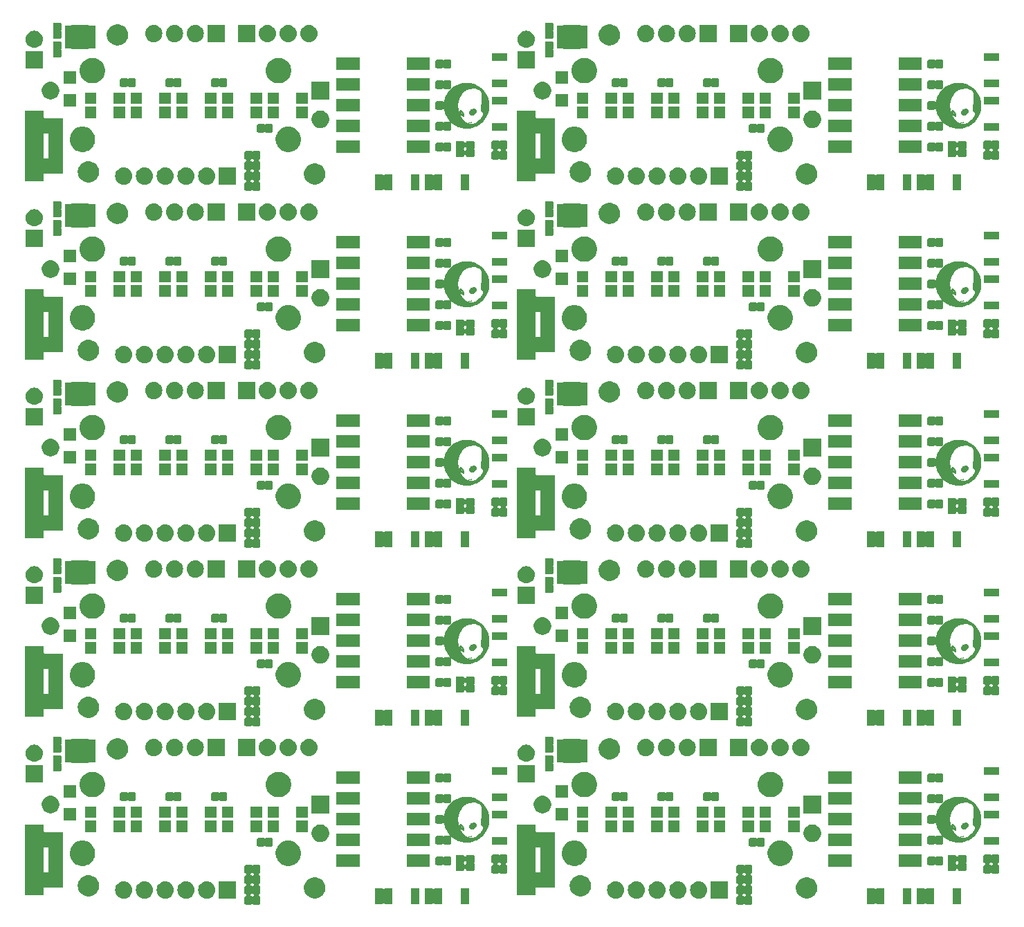
<source format=gbr>
G04 #@! TF.GenerationSoftware,KiCad,Pcbnew,5.1.0-060a0da~80~ubuntu18.04.1*
G04 #@! TF.CreationDate,2019-05-13T00:27:14+02:00*
G04 #@! TF.ProjectId,m3_2x5_panel,6d335f32-7835-45f7-9061-6e656c2e6b69,rev?*
G04 #@! TF.SameCoordinates,Original*
G04 #@! TF.FileFunction,Soldermask,Top*
G04 #@! TF.FilePolarity,Negative*
%FSLAX46Y46*%
G04 Gerber Fmt 4.6, Leading zero omitted, Abs format (unit mm)*
G04 Created by KiCad (PCBNEW 5.1.0-060a0da~80~ubuntu18.04.1) date 2019-05-13 00:27:14*
%MOMM*%
%LPD*%
G04 APERTURE LIST*
%ADD10C,0.060000*%
%ADD11C,0.010000*%
%ADD12C,0.100000*%
G04 APERTURE END LIST*
D10*
G36*
X189038692Y-145813830D02*
G01*
X189042884Y-145819238D01*
X189043842Y-145827434D01*
X189039424Y-145832854D01*
X189027375Y-145840710D01*
X189009655Y-145850093D01*
X188988225Y-145860090D01*
X188965046Y-145869791D01*
X188942078Y-145878284D01*
X188921282Y-145884659D01*
X188919917Y-145885013D01*
X188876856Y-145892486D01*
X188828361Y-145894860D01*
X188777785Y-145892138D01*
X188731500Y-145884965D01*
X188704200Y-145879186D01*
X188685309Y-145874973D01*
X188673286Y-145871840D01*
X188666588Y-145869302D01*
X188663673Y-145866876D01*
X188662999Y-145864076D01*
X188662997Y-145863433D01*
X188664026Y-145855727D01*
X188667898Y-145851084D01*
X188676140Y-145849369D01*
X188690276Y-145850449D01*
X188711832Y-145854190D01*
X188728960Y-145857657D01*
X188787922Y-145867109D01*
X188841388Y-145869441D01*
X188891312Y-145864442D01*
X188939646Y-145851901D01*
X188988342Y-145831609D01*
X188993221Y-145829188D01*
X189015207Y-145818758D01*
X189029915Y-145813654D01*
X189038692Y-145813830D01*
X189038692Y-145813830D01*
G37*
X189038692Y-145813830D02*
X189042884Y-145819238D01*
X189043842Y-145827434D01*
X189039424Y-145832854D01*
X189027375Y-145840710D01*
X189009655Y-145850093D01*
X188988225Y-145860090D01*
X188965046Y-145869791D01*
X188942078Y-145878284D01*
X188921282Y-145884659D01*
X188919917Y-145885013D01*
X188876856Y-145892486D01*
X188828361Y-145894860D01*
X188777785Y-145892138D01*
X188731500Y-145884965D01*
X188704200Y-145879186D01*
X188685309Y-145874973D01*
X188673286Y-145871840D01*
X188666588Y-145869302D01*
X188663673Y-145866876D01*
X188662999Y-145864076D01*
X188662997Y-145863433D01*
X188664026Y-145855727D01*
X188667898Y-145851084D01*
X188676140Y-145849369D01*
X188690276Y-145850449D01*
X188711832Y-145854190D01*
X188728960Y-145857657D01*
X188787922Y-145867109D01*
X188841388Y-145869441D01*
X188891312Y-145864442D01*
X188939646Y-145851901D01*
X188988342Y-145831609D01*
X188993221Y-145829188D01*
X189015207Y-145818758D01*
X189029915Y-145813654D01*
X189038692Y-145813830D01*
D11*
G36*
X187707665Y-144374400D02*
G01*
X187725199Y-144376815D01*
X187741879Y-144382076D01*
X187760678Y-144390404D01*
X187810544Y-144418810D01*
X187860028Y-144456026D01*
X187908186Y-144500713D01*
X187954077Y-144551536D01*
X187996757Y-144607158D01*
X188035285Y-144666244D01*
X188068717Y-144727456D01*
X188096112Y-144789459D01*
X188116526Y-144850917D01*
X188129018Y-144910492D01*
X188129381Y-144913129D01*
X188132149Y-144956196D01*
X188128456Y-144994257D01*
X188118593Y-145026427D01*
X188102853Y-145051822D01*
X188081525Y-145069556D01*
X188077187Y-145071832D01*
X188049219Y-145080318D01*
X188017409Y-145081581D01*
X187985189Y-145075488D01*
X187984740Y-145075346D01*
X187941203Y-145057057D01*
X187896270Y-145029842D01*
X187850881Y-144994665D01*
X187805976Y-144952487D01*
X187762495Y-144904272D01*
X187721378Y-144850982D01*
X187683565Y-144793579D01*
X187649996Y-144733026D01*
X187649540Y-144732119D01*
X187624181Y-144677845D01*
X187615711Y-144655574D01*
X187769284Y-144655574D01*
X187769543Y-144683315D01*
X187772121Y-144711311D01*
X187776567Y-144734702D01*
X187786407Y-144764865D01*
X187800999Y-144799156D01*
X187818535Y-144833944D01*
X187837208Y-144865596D01*
X187852382Y-144887022D01*
X187883895Y-144922806D01*
X187915152Y-144950895D01*
X187945506Y-144971000D01*
X187974309Y-144982834D01*
X188000913Y-144986109D01*
X188024670Y-144980538D01*
X188040133Y-144970466D01*
X188054767Y-144953999D01*
X188064019Y-144934003D01*
X188068606Y-144908313D01*
X188069402Y-144882316D01*
X188065584Y-144843085D01*
X188055587Y-144802767D01*
X188040265Y-144762451D01*
X188020466Y-144723228D01*
X187997042Y-144686188D01*
X187970844Y-144652421D01*
X187942723Y-144623018D01*
X187913529Y-144599069D01*
X187884113Y-144581664D01*
X187855326Y-144571894D01*
X187828019Y-144570849D01*
X187826521Y-144571075D01*
X187804226Y-144579610D01*
X187785870Y-144596429D01*
X187775805Y-144613686D01*
X187771365Y-144631295D01*
X187769284Y-144655574D01*
X187615711Y-144655574D01*
X187605505Y-144628742D01*
X187592956Y-144582850D01*
X187585980Y-144538209D01*
X187584024Y-144500820D01*
X187584147Y-144475734D01*
X187585356Y-144457780D01*
X187588108Y-144443950D01*
X187592861Y-144431235D01*
X187595443Y-144425751D01*
X187606212Y-144408421D01*
X187619671Y-144392733D01*
X187625471Y-144387651D01*
X187635774Y-144380608D01*
X187645873Y-144376452D01*
X187658939Y-144374443D01*
X187678145Y-144373838D01*
X187684641Y-144373820D01*
X187707665Y-144374400D01*
X187707665Y-144374400D01*
G37*
X187707665Y-144374400D02*
X187725199Y-144376815D01*
X187741879Y-144382076D01*
X187760678Y-144390404D01*
X187810544Y-144418810D01*
X187860028Y-144456026D01*
X187908186Y-144500713D01*
X187954077Y-144551536D01*
X187996757Y-144607158D01*
X188035285Y-144666244D01*
X188068717Y-144727456D01*
X188096112Y-144789459D01*
X188116526Y-144850917D01*
X188129018Y-144910492D01*
X188129381Y-144913129D01*
X188132149Y-144956196D01*
X188128456Y-144994257D01*
X188118593Y-145026427D01*
X188102853Y-145051822D01*
X188081525Y-145069556D01*
X188077187Y-145071832D01*
X188049219Y-145080318D01*
X188017409Y-145081581D01*
X187985189Y-145075488D01*
X187984740Y-145075346D01*
X187941203Y-145057057D01*
X187896270Y-145029842D01*
X187850881Y-144994665D01*
X187805976Y-144952487D01*
X187762495Y-144904272D01*
X187721378Y-144850982D01*
X187683565Y-144793579D01*
X187649996Y-144733026D01*
X187649540Y-144732119D01*
X187624181Y-144677845D01*
X187615711Y-144655574D01*
X187769284Y-144655574D01*
X187769543Y-144683315D01*
X187772121Y-144711311D01*
X187776567Y-144734702D01*
X187786407Y-144764865D01*
X187800999Y-144799156D01*
X187818535Y-144833944D01*
X187837208Y-144865596D01*
X187852382Y-144887022D01*
X187883895Y-144922806D01*
X187915152Y-144950895D01*
X187945506Y-144971000D01*
X187974309Y-144982834D01*
X188000913Y-144986109D01*
X188024670Y-144980538D01*
X188040133Y-144970466D01*
X188054767Y-144953999D01*
X188064019Y-144934003D01*
X188068606Y-144908313D01*
X188069402Y-144882316D01*
X188065584Y-144843085D01*
X188055587Y-144802767D01*
X188040265Y-144762451D01*
X188020466Y-144723228D01*
X187997042Y-144686188D01*
X187970844Y-144652421D01*
X187942723Y-144623018D01*
X187913529Y-144599069D01*
X187884113Y-144581664D01*
X187855326Y-144571894D01*
X187828019Y-144570849D01*
X187826521Y-144571075D01*
X187804226Y-144579610D01*
X187785870Y-144596429D01*
X187775805Y-144613686D01*
X187771365Y-144631295D01*
X187769284Y-144655574D01*
X187615711Y-144655574D01*
X187605505Y-144628742D01*
X187592956Y-144582850D01*
X187585980Y-144538209D01*
X187584024Y-144500820D01*
X187584147Y-144475734D01*
X187585356Y-144457780D01*
X187588108Y-144443950D01*
X187592861Y-144431235D01*
X187595443Y-144425751D01*
X187606212Y-144408421D01*
X187619671Y-144392733D01*
X187625471Y-144387651D01*
X187635774Y-144380608D01*
X187645873Y-144376452D01*
X187658939Y-144374443D01*
X187678145Y-144373838D01*
X187684641Y-144373820D01*
X187707665Y-144374400D01*
G36*
X189332423Y-144183777D02*
G01*
X189370263Y-144187066D01*
X189390759Y-144190897D01*
X189442390Y-144207874D01*
X189487060Y-144231654D01*
X189524646Y-144261527D01*
X189555024Y-144296781D01*
X189578071Y-144336703D01*
X189593661Y-144380583D01*
X189601672Y-144427708D01*
X189601980Y-144477366D01*
X189594461Y-144528846D01*
X189578990Y-144581436D01*
X189555445Y-144634424D01*
X189523701Y-144687099D01*
X189485669Y-144736398D01*
X189436024Y-144787506D01*
X189381034Y-144832255D01*
X189321863Y-144870142D01*
X189259678Y-144900666D01*
X189195645Y-144923325D01*
X189130929Y-144937617D01*
X189066695Y-144943041D01*
X189012218Y-144940169D01*
X188957393Y-144929107D01*
X188908297Y-144910036D01*
X188865371Y-144883148D01*
X188846887Y-144867333D01*
X188815140Y-144833436D01*
X188792000Y-144798962D01*
X188776118Y-144761320D01*
X188766141Y-144717916D01*
X188764986Y-144710145D01*
X188762426Y-144655755D01*
X188769286Y-144600691D01*
X188784934Y-144545752D01*
X188798275Y-144515475D01*
X189163164Y-144515475D01*
X189165545Y-144537112D01*
X189178506Y-144581304D01*
X189199689Y-144620657D01*
X189228198Y-144654122D01*
X189263137Y-144680653D01*
X189303610Y-144699204D01*
X189304453Y-144699481D01*
X189324411Y-144703460D01*
X189351461Y-144705152D01*
X189369684Y-144704976D01*
X189393938Y-144703571D01*
X189412324Y-144700634D01*
X189429122Y-144695176D01*
X189446690Y-144687155D01*
X189483679Y-144663788D01*
X189514282Y-144633948D01*
X189537754Y-144599048D01*
X189553349Y-144560504D01*
X189560322Y-144519728D01*
X189557925Y-144478134D01*
X189557670Y-144476722D01*
X189544966Y-144434824D01*
X189523644Y-144396438D01*
X189494985Y-144363215D01*
X189460270Y-144336806D01*
X189441445Y-144326858D01*
X189411518Y-144317350D01*
X189376396Y-144312786D01*
X189339790Y-144313225D01*
X189305413Y-144318724D01*
X189287531Y-144324426D01*
X189252383Y-144343486D01*
X189221691Y-144369944D01*
X189196440Y-144402087D01*
X189177613Y-144438199D01*
X189166193Y-144476567D01*
X189163164Y-144515475D01*
X188798275Y-144515475D01*
X188808736Y-144491736D01*
X188840061Y-144439441D01*
X188878274Y-144389666D01*
X188922745Y-144343207D01*
X188972840Y-144300864D01*
X189027926Y-144263434D01*
X189087370Y-144231716D01*
X189150541Y-144206507D01*
X189168886Y-144200701D01*
X189205263Y-144192238D01*
X189246757Y-144186503D01*
X189290199Y-144183636D01*
X189332423Y-144183777D01*
X189332423Y-144183777D01*
G37*
X189332423Y-144183777D02*
X189370263Y-144187066D01*
X189390759Y-144190897D01*
X189442390Y-144207874D01*
X189487060Y-144231654D01*
X189524646Y-144261527D01*
X189555024Y-144296781D01*
X189578071Y-144336703D01*
X189593661Y-144380583D01*
X189601672Y-144427708D01*
X189601980Y-144477366D01*
X189594461Y-144528846D01*
X189578990Y-144581436D01*
X189555445Y-144634424D01*
X189523701Y-144687099D01*
X189485669Y-144736398D01*
X189436024Y-144787506D01*
X189381034Y-144832255D01*
X189321863Y-144870142D01*
X189259678Y-144900666D01*
X189195645Y-144923325D01*
X189130929Y-144937617D01*
X189066695Y-144943041D01*
X189012218Y-144940169D01*
X188957393Y-144929107D01*
X188908297Y-144910036D01*
X188865371Y-144883148D01*
X188846887Y-144867333D01*
X188815140Y-144833436D01*
X188792000Y-144798962D01*
X188776118Y-144761320D01*
X188766141Y-144717916D01*
X188764986Y-144710145D01*
X188762426Y-144655755D01*
X188769286Y-144600691D01*
X188784934Y-144545752D01*
X188798275Y-144515475D01*
X189163164Y-144515475D01*
X189165545Y-144537112D01*
X189178506Y-144581304D01*
X189199689Y-144620657D01*
X189228198Y-144654122D01*
X189263137Y-144680653D01*
X189303610Y-144699204D01*
X189304453Y-144699481D01*
X189324411Y-144703460D01*
X189351461Y-144705152D01*
X189369684Y-144704976D01*
X189393938Y-144703571D01*
X189412324Y-144700634D01*
X189429122Y-144695176D01*
X189446690Y-144687155D01*
X189483679Y-144663788D01*
X189514282Y-144633948D01*
X189537754Y-144599048D01*
X189553349Y-144560504D01*
X189560322Y-144519728D01*
X189557925Y-144478134D01*
X189557670Y-144476722D01*
X189544966Y-144434824D01*
X189523644Y-144396438D01*
X189494985Y-144363215D01*
X189460270Y-144336806D01*
X189441445Y-144326858D01*
X189411518Y-144317350D01*
X189376396Y-144312786D01*
X189339790Y-144313225D01*
X189305413Y-144318724D01*
X189287531Y-144324426D01*
X189252383Y-144343486D01*
X189221691Y-144369944D01*
X189196440Y-144402087D01*
X189177613Y-144438199D01*
X189166193Y-144476567D01*
X189163164Y-144515475D01*
X188798275Y-144515475D01*
X188808736Y-144491736D01*
X188840061Y-144439441D01*
X188878274Y-144389666D01*
X188922745Y-144343207D01*
X188972840Y-144300864D01*
X189027926Y-144263434D01*
X189087370Y-144231716D01*
X189150541Y-144206507D01*
X189168886Y-144200701D01*
X189205263Y-144192238D01*
X189246757Y-144186503D01*
X189290199Y-144183636D01*
X189332423Y-144183777D01*
D10*
G36*
X128840692Y-145813830D02*
G01*
X128844884Y-145819238D01*
X128845842Y-145827434D01*
X128841424Y-145832854D01*
X128829375Y-145840710D01*
X128811655Y-145850093D01*
X128790225Y-145860090D01*
X128767046Y-145869791D01*
X128744078Y-145878284D01*
X128723282Y-145884659D01*
X128721917Y-145885013D01*
X128678856Y-145892486D01*
X128630361Y-145894860D01*
X128579785Y-145892138D01*
X128533500Y-145884965D01*
X128506200Y-145879186D01*
X128487309Y-145874973D01*
X128475286Y-145871840D01*
X128468588Y-145869302D01*
X128465673Y-145866876D01*
X128464999Y-145864076D01*
X128464997Y-145863433D01*
X128466026Y-145855727D01*
X128469898Y-145851084D01*
X128478140Y-145849369D01*
X128492276Y-145850449D01*
X128513832Y-145854190D01*
X128530960Y-145857657D01*
X128589922Y-145867109D01*
X128643388Y-145869441D01*
X128693312Y-145864442D01*
X128741646Y-145851901D01*
X128790342Y-145831609D01*
X128795221Y-145829188D01*
X128817207Y-145818758D01*
X128831915Y-145813654D01*
X128840692Y-145813830D01*
X128840692Y-145813830D01*
G37*
X128840692Y-145813830D02*
X128844884Y-145819238D01*
X128845842Y-145827434D01*
X128841424Y-145832854D01*
X128829375Y-145840710D01*
X128811655Y-145850093D01*
X128790225Y-145860090D01*
X128767046Y-145869791D01*
X128744078Y-145878284D01*
X128723282Y-145884659D01*
X128721917Y-145885013D01*
X128678856Y-145892486D01*
X128630361Y-145894860D01*
X128579785Y-145892138D01*
X128533500Y-145884965D01*
X128506200Y-145879186D01*
X128487309Y-145874973D01*
X128475286Y-145871840D01*
X128468588Y-145869302D01*
X128465673Y-145866876D01*
X128464999Y-145864076D01*
X128464997Y-145863433D01*
X128466026Y-145855727D01*
X128469898Y-145851084D01*
X128478140Y-145849369D01*
X128492276Y-145850449D01*
X128513832Y-145854190D01*
X128530960Y-145857657D01*
X128589922Y-145867109D01*
X128643388Y-145869441D01*
X128693312Y-145864442D01*
X128741646Y-145851901D01*
X128790342Y-145831609D01*
X128795221Y-145829188D01*
X128817207Y-145818758D01*
X128831915Y-145813654D01*
X128840692Y-145813830D01*
D11*
G36*
X127509665Y-144374400D02*
G01*
X127527199Y-144376815D01*
X127543879Y-144382076D01*
X127562678Y-144390404D01*
X127612544Y-144418810D01*
X127662028Y-144456026D01*
X127710186Y-144500713D01*
X127756077Y-144551536D01*
X127798757Y-144607158D01*
X127837285Y-144666244D01*
X127870717Y-144727456D01*
X127898112Y-144789459D01*
X127918526Y-144850917D01*
X127931018Y-144910492D01*
X127931381Y-144913129D01*
X127934149Y-144956196D01*
X127930456Y-144994257D01*
X127920593Y-145026427D01*
X127904853Y-145051822D01*
X127883525Y-145069556D01*
X127879187Y-145071832D01*
X127851219Y-145080318D01*
X127819409Y-145081581D01*
X127787189Y-145075488D01*
X127786740Y-145075346D01*
X127743203Y-145057057D01*
X127698270Y-145029842D01*
X127652881Y-144994665D01*
X127607976Y-144952487D01*
X127564495Y-144904272D01*
X127523378Y-144850982D01*
X127485565Y-144793579D01*
X127451996Y-144733026D01*
X127451540Y-144732119D01*
X127426181Y-144677845D01*
X127417711Y-144655574D01*
X127571284Y-144655574D01*
X127571543Y-144683315D01*
X127574121Y-144711311D01*
X127578567Y-144734702D01*
X127588407Y-144764865D01*
X127602999Y-144799156D01*
X127620535Y-144833944D01*
X127639208Y-144865596D01*
X127654382Y-144887022D01*
X127685895Y-144922806D01*
X127717152Y-144950895D01*
X127747506Y-144971000D01*
X127776309Y-144982834D01*
X127802913Y-144986109D01*
X127826670Y-144980538D01*
X127842133Y-144970466D01*
X127856767Y-144953999D01*
X127866019Y-144934003D01*
X127870606Y-144908313D01*
X127871402Y-144882316D01*
X127867584Y-144843085D01*
X127857587Y-144802767D01*
X127842265Y-144762451D01*
X127822466Y-144723228D01*
X127799042Y-144686188D01*
X127772844Y-144652421D01*
X127744723Y-144623018D01*
X127715529Y-144599069D01*
X127686113Y-144581664D01*
X127657326Y-144571894D01*
X127630019Y-144570849D01*
X127628521Y-144571075D01*
X127606226Y-144579610D01*
X127587870Y-144596429D01*
X127577805Y-144613686D01*
X127573365Y-144631295D01*
X127571284Y-144655574D01*
X127417711Y-144655574D01*
X127407505Y-144628742D01*
X127394956Y-144582850D01*
X127387980Y-144538209D01*
X127386024Y-144500820D01*
X127386147Y-144475734D01*
X127387356Y-144457780D01*
X127390108Y-144443950D01*
X127394861Y-144431235D01*
X127397443Y-144425751D01*
X127408212Y-144408421D01*
X127421671Y-144392733D01*
X127427471Y-144387651D01*
X127437774Y-144380608D01*
X127447873Y-144376452D01*
X127460939Y-144374443D01*
X127480145Y-144373838D01*
X127486641Y-144373820D01*
X127509665Y-144374400D01*
X127509665Y-144374400D01*
G37*
X127509665Y-144374400D02*
X127527199Y-144376815D01*
X127543879Y-144382076D01*
X127562678Y-144390404D01*
X127612544Y-144418810D01*
X127662028Y-144456026D01*
X127710186Y-144500713D01*
X127756077Y-144551536D01*
X127798757Y-144607158D01*
X127837285Y-144666244D01*
X127870717Y-144727456D01*
X127898112Y-144789459D01*
X127918526Y-144850917D01*
X127931018Y-144910492D01*
X127931381Y-144913129D01*
X127934149Y-144956196D01*
X127930456Y-144994257D01*
X127920593Y-145026427D01*
X127904853Y-145051822D01*
X127883525Y-145069556D01*
X127879187Y-145071832D01*
X127851219Y-145080318D01*
X127819409Y-145081581D01*
X127787189Y-145075488D01*
X127786740Y-145075346D01*
X127743203Y-145057057D01*
X127698270Y-145029842D01*
X127652881Y-144994665D01*
X127607976Y-144952487D01*
X127564495Y-144904272D01*
X127523378Y-144850982D01*
X127485565Y-144793579D01*
X127451996Y-144733026D01*
X127451540Y-144732119D01*
X127426181Y-144677845D01*
X127417711Y-144655574D01*
X127571284Y-144655574D01*
X127571543Y-144683315D01*
X127574121Y-144711311D01*
X127578567Y-144734702D01*
X127588407Y-144764865D01*
X127602999Y-144799156D01*
X127620535Y-144833944D01*
X127639208Y-144865596D01*
X127654382Y-144887022D01*
X127685895Y-144922806D01*
X127717152Y-144950895D01*
X127747506Y-144971000D01*
X127776309Y-144982834D01*
X127802913Y-144986109D01*
X127826670Y-144980538D01*
X127842133Y-144970466D01*
X127856767Y-144953999D01*
X127866019Y-144934003D01*
X127870606Y-144908313D01*
X127871402Y-144882316D01*
X127867584Y-144843085D01*
X127857587Y-144802767D01*
X127842265Y-144762451D01*
X127822466Y-144723228D01*
X127799042Y-144686188D01*
X127772844Y-144652421D01*
X127744723Y-144623018D01*
X127715529Y-144599069D01*
X127686113Y-144581664D01*
X127657326Y-144571894D01*
X127630019Y-144570849D01*
X127628521Y-144571075D01*
X127606226Y-144579610D01*
X127587870Y-144596429D01*
X127577805Y-144613686D01*
X127573365Y-144631295D01*
X127571284Y-144655574D01*
X127417711Y-144655574D01*
X127407505Y-144628742D01*
X127394956Y-144582850D01*
X127387980Y-144538209D01*
X127386024Y-144500820D01*
X127386147Y-144475734D01*
X127387356Y-144457780D01*
X127390108Y-144443950D01*
X127394861Y-144431235D01*
X127397443Y-144425751D01*
X127408212Y-144408421D01*
X127421671Y-144392733D01*
X127427471Y-144387651D01*
X127437774Y-144380608D01*
X127447873Y-144376452D01*
X127460939Y-144374443D01*
X127480145Y-144373838D01*
X127486641Y-144373820D01*
X127509665Y-144374400D01*
G36*
X129134423Y-144183777D02*
G01*
X129172263Y-144187066D01*
X129192759Y-144190897D01*
X129244390Y-144207874D01*
X129289060Y-144231654D01*
X129326646Y-144261527D01*
X129357024Y-144296781D01*
X129380071Y-144336703D01*
X129395661Y-144380583D01*
X129403672Y-144427708D01*
X129403980Y-144477366D01*
X129396461Y-144528846D01*
X129380990Y-144581436D01*
X129357445Y-144634424D01*
X129325701Y-144687099D01*
X129287669Y-144736398D01*
X129238024Y-144787506D01*
X129183034Y-144832255D01*
X129123863Y-144870142D01*
X129061678Y-144900666D01*
X128997645Y-144923325D01*
X128932929Y-144937617D01*
X128868695Y-144943041D01*
X128814218Y-144940169D01*
X128759393Y-144929107D01*
X128710297Y-144910036D01*
X128667371Y-144883148D01*
X128648887Y-144867333D01*
X128617140Y-144833436D01*
X128594000Y-144798962D01*
X128578118Y-144761320D01*
X128568141Y-144717916D01*
X128566986Y-144710145D01*
X128564426Y-144655755D01*
X128571286Y-144600691D01*
X128586934Y-144545752D01*
X128600275Y-144515475D01*
X128965164Y-144515475D01*
X128967545Y-144537112D01*
X128980506Y-144581304D01*
X129001689Y-144620657D01*
X129030198Y-144654122D01*
X129065137Y-144680653D01*
X129105610Y-144699204D01*
X129106453Y-144699481D01*
X129126411Y-144703460D01*
X129153461Y-144705152D01*
X129171684Y-144704976D01*
X129195938Y-144703571D01*
X129214324Y-144700634D01*
X129231122Y-144695176D01*
X129248690Y-144687155D01*
X129285679Y-144663788D01*
X129316282Y-144633948D01*
X129339754Y-144599048D01*
X129355349Y-144560504D01*
X129362322Y-144519728D01*
X129359925Y-144478134D01*
X129359670Y-144476722D01*
X129346966Y-144434824D01*
X129325644Y-144396438D01*
X129296985Y-144363215D01*
X129262270Y-144336806D01*
X129243445Y-144326858D01*
X129213518Y-144317350D01*
X129178396Y-144312786D01*
X129141790Y-144313225D01*
X129107413Y-144318724D01*
X129089531Y-144324426D01*
X129054383Y-144343486D01*
X129023691Y-144369944D01*
X128998440Y-144402087D01*
X128979613Y-144438199D01*
X128968193Y-144476567D01*
X128965164Y-144515475D01*
X128600275Y-144515475D01*
X128610736Y-144491736D01*
X128642061Y-144439441D01*
X128680274Y-144389666D01*
X128724745Y-144343207D01*
X128774840Y-144300864D01*
X128829926Y-144263434D01*
X128889370Y-144231716D01*
X128952541Y-144206507D01*
X128970886Y-144200701D01*
X129007263Y-144192238D01*
X129048757Y-144186503D01*
X129092199Y-144183636D01*
X129134423Y-144183777D01*
X129134423Y-144183777D01*
G37*
X129134423Y-144183777D02*
X129172263Y-144187066D01*
X129192759Y-144190897D01*
X129244390Y-144207874D01*
X129289060Y-144231654D01*
X129326646Y-144261527D01*
X129357024Y-144296781D01*
X129380071Y-144336703D01*
X129395661Y-144380583D01*
X129403672Y-144427708D01*
X129403980Y-144477366D01*
X129396461Y-144528846D01*
X129380990Y-144581436D01*
X129357445Y-144634424D01*
X129325701Y-144687099D01*
X129287669Y-144736398D01*
X129238024Y-144787506D01*
X129183034Y-144832255D01*
X129123863Y-144870142D01*
X129061678Y-144900666D01*
X128997645Y-144923325D01*
X128932929Y-144937617D01*
X128868695Y-144943041D01*
X128814218Y-144940169D01*
X128759393Y-144929107D01*
X128710297Y-144910036D01*
X128667371Y-144883148D01*
X128648887Y-144867333D01*
X128617140Y-144833436D01*
X128594000Y-144798962D01*
X128578118Y-144761320D01*
X128568141Y-144717916D01*
X128566986Y-144710145D01*
X128564426Y-144655755D01*
X128571286Y-144600691D01*
X128586934Y-144545752D01*
X128600275Y-144515475D01*
X128965164Y-144515475D01*
X128967545Y-144537112D01*
X128980506Y-144581304D01*
X129001689Y-144620657D01*
X129030198Y-144654122D01*
X129065137Y-144680653D01*
X129105610Y-144699204D01*
X129106453Y-144699481D01*
X129126411Y-144703460D01*
X129153461Y-144705152D01*
X129171684Y-144704976D01*
X129195938Y-144703571D01*
X129214324Y-144700634D01*
X129231122Y-144695176D01*
X129248690Y-144687155D01*
X129285679Y-144663788D01*
X129316282Y-144633948D01*
X129339754Y-144599048D01*
X129355349Y-144560504D01*
X129362322Y-144519728D01*
X129359925Y-144478134D01*
X129359670Y-144476722D01*
X129346966Y-144434824D01*
X129325644Y-144396438D01*
X129296985Y-144363215D01*
X129262270Y-144336806D01*
X129243445Y-144326858D01*
X129213518Y-144317350D01*
X129178396Y-144312786D01*
X129141790Y-144313225D01*
X129107413Y-144318724D01*
X129089531Y-144324426D01*
X129054383Y-144343486D01*
X129023691Y-144369944D01*
X128998440Y-144402087D01*
X128979613Y-144438199D01*
X128968193Y-144476567D01*
X128965164Y-144515475D01*
X128600275Y-144515475D01*
X128610736Y-144491736D01*
X128642061Y-144439441D01*
X128680274Y-144389666D01*
X128724745Y-144343207D01*
X128774840Y-144300864D01*
X128829926Y-144263434D01*
X128889370Y-144231716D01*
X128952541Y-144206507D01*
X128970886Y-144200701D01*
X129007263Y-144192238D01*
X129048757Y-144186503D01*
X129092199Y-144183636D01*
X129134423Y-144183777D01*
D10*
G36*
X189038692Y-123969830D02*
G01*
X189042884Y-123975238D01*
X189043842Y-123983434D01*
X189039424Y-123988854D01*
X189027375Y-123996710D01*
X189009655Y-124006093D01*
X188988225Y-124016090D01*
X188965046Y-124025791D01*
X188942078Y-124034284D01*
X188921282Y-124040659D01*
X188919917Y-124041013D01*
X188876856Y-124048486D01*
X188828361Y-124050860D01*
X188777785Y-124048138D01*
X188731500Y-124040965D01*
X188704200Y-124035186D01*
X188685309Y-124030973D01*
X188673286Y-124027840D01*
X188666588Y-124025302D01*
X188663673Y-124022876D01*
X188662999Y-124020076D01*
X188662997Y-124019433D01*
X188664026Y-124011727D01*
X188667898Y-124007084D01*
X188676140Y-124005369D01*
X188690276Y-124006449D01*
X188711832Y-124010190D01*
X188728960Y-124013657D01*
X188787922Y-124023109D01*
X188841388Y-124025441D01*
X188891312Y-124020442D01*
X188939646Y-124007901D01*
X188988342Y-123987609D01*
X188993221Y-123985188D01*
X189015207Y-123974758D01*
X189029915Y-123969654D01*
X189038692Y-123969830D01*
X189038692Y-123969830D01*
G37*
X189038692Y-123969830D02*
X189042884Y-123975238D01*
X189043842Y-123983434D01*
X189039424Y-123988854D01*
X189027375Y-123996710D01*
X189009655Y-124006093D01*
X188988225Y-124016090D01*
X188965046Y-124025791D01*
X188942078Y-124034284D01*
X188921282Y-124040659D01*
X188919917Y-124041013D01*
X188876856Y-124048486D01*
X188828361Y-124050860D01*
X188777785Y-124048138D01*
X188731500Y-124040965D01*
X188704200Y-124035186D01*
X188685309Y-124030973D01*
X188673286Y-124027840D01*
X188666588Y-124025302D01*
X188663673Y-124022876D01*
X188662999Y-124020076D01*
X188662997Y-124019433D01*
X188664026Y-124011727D01*
X188667898Y-124007084D01*
X188676140Y-124005369D01*
X188690276Y-124006449D01*
X188711832Y-124010190D01*
X188728960Y-124013657D01*
X188787922Y-124023109D01*
X188841388Y-124025441D01*
X188891312Y-124020442D01*
X188939646Y-124007901D01*
X188988342Y-123987609D01*
X188993221Y-123985188D01*
X189015207Y-123974758D01*
X189029915Y-123969654D01*
X189038692Y-123969830D01*
D11*
G36*
X187707665Y-122530400D02*
G01*
X187725199Y-122532815D01*
X187741879Y-122538076D01*
X187760678Y-122546404D01*
X187810544Y-122574810D01*
X187860028Y-122612026D01*
X187908186Y-122656713D01*
X187954077Y-122707536D01*
X187996757Y-122763158D01*
X188035285Y-122822244D01*
X188068717Y-122883456D01*
X188096112Y-122945459D01*
X188116526Y-123006917D01*
X188129018Y-123066492D01*
X188129381Y-123069129D01*
X188132149Y-123112196D01*
X188128456Y-123150257D01*
X188118593Y-123182427D01*
X188102853Y-123207822D01*
X188081525Y-123225556D01*
X188077187Y-123227832D01*
X188049219Y-123236318D01*
X188017409Y-123237581D01*
X187985189Y-123231488D01*
X187984740Y-123231346D01*
X187941203Y-123213057D01*
X187896270Y-123185842D01*
X187850881Y-123150665D01*
X187805976Y-123108487D01*
X187762495Y-123060272D01*
X187721378Y-123006982D01*
X187683565Y-122949579D01*
X187649996Y-122889026D01*
X187649540Y-122888119D01*
X187624181Y-122833845D01*
X187615711Y-122811574D01*
X187769284Y-122811574D01*
X187769543Y-122839315D01*
X187772121Y-122867311D01*
X187776567Y-122890702D01*
X187786407Y-122920865D01*
X187800999Y-122955156D01*
X187818535Y-122989944D01*
X187837208Y-123021596D01*
X187852382Y-123043022D01*
X187883895Y-123078806D01*
X187915152Y-123106895D01*
X187945506Y-123127000D01*
X187974309Y-123138834D01*
X188000913Y-123142109D01*
X188024670Y-123136538D01*
X188040133Y-123126466D01*
X188054767Y-123109999D01*
X188064019Y-123090003D01*
X188068606Y-123064313D01*
X188069402Y-123038316D01*
X188065584Y-122999085D01*
X188055587Y-122958767D01*
X188040265Y-122918451D01*
X188020466Y-122879228D01*
X187997042Y-122842188D01*
X187970844Y-122808421D01*
X187942723Y-122779018D01*
X187913529Y-122755069D01*
X187884113Y-122737664D01*
X187855326Y-122727894D01*
X187828019Y-122726849D01*
X187826521Y-122727075D01*
X187804226Y-122735610D01*
X187785870Y-122752429D01*
X187775805Y-122769686D01*
X187771365Y-122787295D01*
X187769284Y-122811574D01*
X187615711Y-122811574D01*
X187605505Y-122784742D01*
X187592956Y-122738850D01*
X187585980Y-122694209D01*
X187584024Y-122656820D01*
X187584147Y-122631734D01*
X187585356Y-122613780D01*
X187588108Y-122599950D01*
X187592861Y-122587235D01*
X187595443Y-122581751D01*
X187606212Y-122564421D01*
X187619671Y-122548733D01*
X187625471Y-122543651D01*
X187635774Y-122536608D01*
X187645873Y-122532452D01*
X187658939Y-122530443D01*
X187678145Y-122529838D01*
X187684641Y-122529820D01*
X187707665Y-122530400D01*
X187707665Y-122530400D01*
G37*
X187707665Y-122530400D02*
X187725199Y-122532815D01*
X187741879Y-122538076D01*
X187760678Y-122546404D01*
X187810544Y-122574810D01*
X187860028Y-122612026D01*
X187908186Y-122656713D01*
X187954077Y-122707536D01*
X187996757Y-122763158D01*
X188035285Y-122822244D01*
X188068717Y-122883456D01*
X188096112Y-122945459D01*
X188116526Y-123006917D01*
X188129018Y-123066492D01*
X188129381Y-123069129D01*
X188132149Y-123112196D01*
X188128456Y-123150257D01*
X188118593Y-123182427D01*
X188102853Y-123207822D01*
X188081525Y-123225556D01*
X188077187Y-123227832D01*
X188049219Y-123236318D01*
X188017409Y-123237581D01*
X187985189Y-123231488D01*
X187984740Y-123231346D01*
X187941203Y-123213057D01*
X187896270Y-123185842D01*
X187850881Y-123150665D01*
X187805976Y-123108487D01*
X187762495Y-123060272D01*
X187721378Y-123006982D01*
X187683565Y-122949579D01*
X187649996Y-122889026D01*
X187649540Y-122888119D01*
X187624181Y-122833845D01*
X187615711Y-122811574D01*
X187769284Y-122811574D01*
X187769543Y-122839315D01*
X187772121Y-122867311D01*
X187776567Y-122890702D01*
X187786407Y-122920865D01*
X187800999Y-122955156D01*
X187818535Y-122989944D01*
X187837208Y-123021596D01*
X187852382Y-123043022D01*
X187883895Y-123078806D01*
X187915152Y-123106895D01*
X187945506Y-123127000D01*
X187974309Y-123138834D01*
X188000913Y-123142109D01*
X188024670Y-123136538D01*
X188040133Y-123126466D01*
X188054767Y-123109999D01*
X188064019Y-123090003D01*
X188068606Y-123064313D01*
X188069402Y-123038316D01*
X188065584Y-122999085D01*
X188055587Y-122958767D01*
X188040265Y-122918451D01*
X188020466Y-122879228D01*
X187997042Y-122842188D01*
X187970844Y-122808421D01*
X187942723Y-122779018D01*
X187913529Y-122755069D01*
X187884113Y-122737664D01*
X187855326Y-122727894D01*
X187828019Y-122726849D01*
X187826521Y-122727075D01*
X187804226Y-122735610D01*
X187785870Y-122752429D01*
X187775805Y-122769686D01*
X187771365Y-122787295D01*
X187769284Y-122811574D01*
X187615711Y-122811574D01*
X187605505Y-122784742D01*
X187592956Y-122738850D01*
X187585980Y-122694209D01*
X187584024Y-122656820D01*
X187584147Y-122631734D01*
X187585356Y-122613780D01*
X187588108Y-122599950D01*
X187592861Y-122587235D01*
X187595443Y-122581751D01*
X187606212Y-122564421D01*
X187619671Y-122548733D01*
X187625471Y-122543651D01*
X187635774Y-122536608D01*
X187645873Y-122532452D01*
X187658939Y-122530443D01*
X187678145Y-122529838D01*
X187684641Y-122529820D01*
X187707665Y-122530400D01*
G36*
X189332423Y-122339777D02*
G01*
X189370263Y-122343066D01*
X189390759Y-122346897D01*
X189442390Y-122363874D01*
X189487060Y-122387654D01*
X189524646Y-122417527D01*
X189555024Y-122452781D01*
X189578071Y-122492703D01*
X189593661Y-122536583D01*
X189601672Y-122583708D01*
X189601980Y-122633366D01*
X189594461Y-122684846D01*
X189578990Y-122737436D01*
X189555445Y-122790424D01*
X189523701Y-122843099D01*
X189485669Y-122892398D01*
X189436024Y-122943506D01*
X189381034Y-122988255D01*
X189321863Y-123026142D01*
X189259678Y-123056666D01*
X189195645Y-123079325D01*
X189130929Y-123093617D01*
X189066695Y-123099041D01*
X189012218Y-123096169D01*
X188957393Y-123085107D01*
X188908297Y-123066036D01*
X188865371Y-123039148D01*
X188846887Y-123023333D01*
X188815140Y-122989436D01*
X188792000Y-122954962D01*
X188776118Y-122917320D01*
X188766141Y-122873916D01*
X188764986Y-122866145D01*
X188762426Y-122811755D01*
X188769286Y-122756691D01*
X188784934Y-122701752D01*
X188798275Y-122671475D01*
X189163164Y-122671475D01*
X189165545Y-122693112D01*
X189178506Y-122737304D01*
X189199689Y-122776657D01*
X189228198Y-122810122D01*
X189263137Y-122836653D01*
X189303610Y-122855204D01*
X189304453Y-122855481D01*
X189324411Y-122859460D01*
X189351461Y-122861152D01*
X189369684Y-122860976D01*
X189393938Y-122859571D01*
X189412324Y-122856634D01*
X189429122Y-122851176D01*
X189446690Y-122843155D01*
X189483679Y-122819788D01*
X189514282Y-122789948D01*
X189537754Y-122755048D01*
X189553349Y-122716504D01*
X189560322Y-122675728D01*
X189557925Y-122634134D01*
X189557670Y-122632722D01*
X189544966Y-122590824D01*
X189523644Y-122552438D01*
X189494985Y-122519215D01*
X189460270Y-122492806D01*
X189441445Y-122482858D01*
X189411518Y-122473350D01*
X189376396Y-122468786D01*
X189339790Y-122469225D01*
X189305413Y-122474724D01*
X189287531Y-122480426D01*
X189252383Y-122499486D01*
X189221691Y-122525944D01*
X189196440Y-122558087D01*
X189177613Y-122594199D01*
X189166193Y-122632567D01*
X189163164Y-122671475D01*
X188798275Y-122671475D01*
X188808736Y-122647736D01*
X188840061Y-122595441D01*
X188878274Y-122545666D01*
X188922745Y-122499207D01*
X188972840Y-122456864D01*
X189027926Y-122419434D01*
X189087370Y-122387716D01*
X189150541Y-122362507D01*
X189168886Y-122356701D01*
X189205263Y-122348238D01*
X189246757Y-122342503D01*
X189290199Y-122339636D01*
X189332423Y-122339777D01*
X189332423Y-122339777D01*
G37*
X189332423Y-122339777D02*
X189370263Y-122343066D01*
X189390759Y-122346897D01*
X189442390Y-122363874D01*
X189487060Y-122387654D01*
X189524646Y-122417527D01*
X189555024Y-122452781D01*
X189578071Y-122492703D01*
X189593661Y-122536583D01*
X189601672Y-122583708D01*
X189601980Y-122633366D01*
X189594461Y-122684846D01*
X189578990Y-122737436D01*
X189555445Y-122790424D01*
X189523701Y-122843099D01*
X189485669Y-122892398D01*
X189436024Y-122943506D01*
X189381034Y-122988255D01*
X189321863Y-123026142D01*
X189259678Y-123056666D01*
X189195645Y-123079325D01*
X189130929Y-123093617D01*
X189066695Y-123099041D01*
X189012218Y-123096169D01*
X188957393Y-123085107D01*
X188908297Y-123066036D01*
X188865371Y-123039148D01*
X188846887Y-123023333D01*
X188815140Y-122989436D01*
X188792000Y-122954962D01*
X188776118Y-122917320D01*
X188766141Y-122873916D01*
X188764986Y-122866145D01*
X188762426Y-122811755D01*
X188769286Y-122756691D01*
X188784934Y-122701752D01*
X188798275Y-122671475D01*
X189163164Y-122671475D01*
X189165545Y-122693112D01*
X189178506Y-122737304D01*
X189199689Y-122776657D01*
X189228198Y-122810122D01*
X189263137Y-122836653D01*
X189303610Y-122855204D01*
X189304453Y-122855481D01*
X189324411Y-122859460D01*
X189351461Y-122861152D01*
X189369684Y-122860976D01*
X189393938Y-122859571D01*
X189412324Y-122856634D01*
X189429122Y-122851176D01*
X189446690Y-122843155D01*
X189483679Y-122819788D01*
X189514282Y-122789948D01*
X189537754Y-122755048D01*
X189553349Y-122716504D01*
X189560322Y-122675728D01*
X189557925Y-122634134D01*
X189557670Y-122632722D01*
X189544966Y-122590824D01*
X189523644Y-122552438D01*
X189494985Y-122519215D01*
X189460270Y-122492806D01*
X189441445Y-122482858D01*
X189411518Y-122473350D01*
X189376396Y-122468786D01*
X189339790Y-122469225D01*
X189305413Y-122474724D01*
X189287531Y-122480426D01*
X189252383Y-122499486D01*
X189221691Y-122525944D01*
X189196440Y-122558087D01*
X189177613Y-122594199D01*
X189166193Y-122632567D01*
X189163164Y-122671475D01*
X188798275Y-122671475D01*
X188808736Y-122647736D01*
X188840061Y-122595441D01*
X188878274Y-122545666D01*
X188922745Y-122499207D01*
X188972840Y-122456864D01*
X189027926Y-122419434D01*
X189087370Y-122387716D01*
X189150541Y-122362507D01*
X189168886Y-122356701D01*
X189205263Y-122348238D01*
X189246757Y-122342503D01*
X189290199Y-122339636D01*
X189332423Y-122339777D01*
D10*
G36*
X128840692Y-123969830D02*
G01*
X128844884Y-123975238D01*
X128845842Y-123983434D01*
X128841424Y-123988854D01*
X128829375Y-123996710D01*
X128811655Y-124006093D01*
X128790225Y-124016090D01*
X128767046Y-124025791D01*
X128744078Y-124034284D01*
X128723282Y-124040659D01*
X128721917Y-124041013D01*
X128678856Y-124048486D01*
X128630361Y-124050860D01*
X128579785Y-124048138D01*
X128533500Y-124040965D01*
X128506200Y-124035186D01*
X128487309Y-124030973D01*
X128475286Y-124027840D01*
X128468588Y-124025302D01*
X128465673Y-124022876D01*
X128464999Y-124020076D01*
X128464997Y-124019433D01*
X128466026Y-124011727D01*
X128469898Y-124007084D01*
X128478140Y-124005369D01*
X128492276Y-124006449D01*
X128513832Y-124010190D01*
X128530960Y-124013657D01*
X128589922Y-124023109D01*
X128643388Y-124025441D01*
X128693312Y-124020442D01*
X128741646Y-124007901D01*
X128790342Y-123987609D01*
X128795221Y-123985188D01*
X128817207Y-123974758D01*
X128831915Y-123969654D01*
X128840692Y-123969830D01*
X128840692Y-123969830D01*
G37*
X128840692Y-123969830D02*
X128844884Y-123975238D01*
X128845842Y-123983434D01*
X128841424Y-123988854D01*
X128829375Y-123996710D01*
X128811655Y-124006093D01*
X128790225Y-124016090D01*
X128767046Y-124025791D01*
X128744078Y-124034284D01*
X128723282Y-124040659D01*
X128721917Y-124041013D01*
X128678856Y-124048486D01*
X128630361Y-124050860D01*
X128579785Y-124048138D01*
X128533500Y-124040965D01*
X128506200Y-124035186D01*
X128487309Y-124030973D01*
X128475286Y-124027840D01*
X128468588Y-124025302D01*
X128465673Y-124022876D01*
X128464999Y-124020076D01*
X128464997Y-124019433D01*
X128466026Y-124011727D01*
X128469898Y-124007084D01*
X128478140Y-124005369D01*
X128492276Y-124006449D01*
X128513832Y-124010190D01*
X128530960Y-124013657D01*
X128589922Y-124023109D01*
X128643388Y-124025441D01*
X128693312Y-124020442D01*
X128741646Y-124007901D01*
X128790342Y-123987609D01*
X128795221Y-123985188D01*
X128817207Y-123974758D01*
X128831915Y-123969654D01*
X128840692Y-123969830D01*
D11*
G36*
X127509665Y-122530400D02*
G01*
X127527199Y-122532815D01*
X127543879Y-122538076D01*
X127562678Y-122546404D01*
X127612544Y-122574810D01*
X127662028Y-122612026D01*
X127710186Y-122656713D01*
X127756077Y-122707536D01*
X127798757Y-122763158D01*
X127837285Y-122822244D01*
X127870717Y-122883456D01*
X127898112Y-122945459D01*
X127918526Y-123006917D01*
X127931018Y-123066492D01*
X127931381Y-123069129D01*
X127934149Y-123112196D01*
X127930456Y-123150257D01*
X127920593Y-123182427D01*
X127904853Y-123207822D01*
X127883525Y-123225556D01*
X127879187Y-123227832D01*
X127851219Y-123236318D01*
X127819409Y-123237581D01*
X127787189Y-123231488D01*
X127786740Y-123231346D01*
X127743203Y-123213057D01*
X127698270Y-123185842D01*
X127652881Y-123150665D01*
X127607976Y-123108487D01*
X127564495Y-123060272D01*
X127523378Y-123006982D01*
X127485565Y-122949579D01*
X127451996Y-122889026D01*
X127451540Y-122888119D01*
X127426181Y-122833845D01*
X127417711Y-122811574D01*
X127571284Y-122811574D01*
X127571543Y-122839315D01*
X127574121Y-122867311D01*
X127578567Y-122890702D01*
X127588407Y-122920865D01*
X127602999Y-122955156D01*
X127620535Y-122989944D01*
X127639208Y-123021596D01*
X127654382Y-123043022D01*
X127685895Y-123078806D01*
X127717152Y-123106895D01*
X127747506Y-123127000D01*
X127776309Y-123138834D01*
X127802913Y-123142109D01*
X127826670Y-123136538D01*
X127842133Y-123126466D01*
X127856767Y-123109999D01*
X127866019Y-123090003D01*
X127870606Y-123064313D01*
X127871402Y-123038316D01*
X127867584Y-122999085D01*
X127857587Y-122958767D01*
X127842265Y-122918451D01*
X127822466Y-122879228D01*
X127799042Y-122842188D01*
X127772844Y-122808421D01*
X127744723Y-122779018D01*
X127715529Y-122755069D01*
X127686113Y-122737664D01*
X127657326Y-122727894D01*
X127630019Y-122726849D01*
X127628521Y-122727075D01*
X127606226Y-122735610D01*
X127587870Y-122752429D01*
X127577805Y-122769686D01*
X127573365Y-122787295D01*
X127571284Y-122811574D01*
X127417711Y-122811574D01*
X127407505Y-122784742D01*
X127394956Y-122738850D01*
X127387980Y-122694209D01*
X127386024Y-122656820D01*
X127386147Y-122631734D01*
X127387356Y-122613780D01*
X127390108Y-122599950D01*
X127394861Y-122587235D01*
X127397443Y-122581751D01*
X127408212Y-122564421D01*
X127421671Y-122548733D01*
X127427471Y-122543651D01*
X127437774Y-122536608D01*
X127447873Y-122532452D01*
X127460939Y-122530443D01*
X127480145Y-122529838D01*
X127486641Y-122529820D01*
X127509665Y-122530400D01*
X127509665Y-122530400D01*
G37*
X127509665Y-122530400D02*
X127527199Y-122532815D01*
X127543879Y-122538076D01*
X127562678Y-122546404D01*
X127612544Y-122574810D01*
X127662028Y-122612026D01*
X127710186Y-122656713D01*
X127756077Y-122707536D01*
X127798757Y-122763158D01*
X127837285Y-122822244D01*
X127870717Y-122883456D01*
X127898112Y-122945459D01*
X127918526Y-123006917D01*
X127931018Y-123066492D01*
X127931381Y-123069129D01*
X127934149Y-123112196D01*
X127930456Y-123150257D01*
X127920593Y-123182427D01*
X127904853Y-123207822D01*
X127883525Y-123225556D01*
X127879187Y-123227832D01*
X127851219Y-123236318D01*
X127819409Y-123237581D01*
X127787189Y-123231488D01*
X127786740Y-123231346D01*
X127743203Y-123213057D01*
X127698270Y-123185842D01*
X127652881Y-123150665D01*
X127607976Y-123108487D01*
X127564495Y-123060272D01*
X127523378Y-123006982D01*
X127485565Y-122949579D01*
X127451996Y-122889026D01*
X127451540Y-122888119D01*
X127426181Y-122833845D01*
X127417711Y-122811574D01*
X127571284Y-122811574D01*
X127571543Y-122839315D01*
X127574121Y-122867311D01*
X127578567Y-122890702D01*
X127588407Y-122920865D01*
X127602999Y-122955156D01*
X127620535Y-122989944D01*
X127639208Y-123021596D01*
X127654382Y-123043022D01*
X127685895Y-123078806D01*
X127717152Y-123106895D01*
X127747506Y-123127000D01*
X127776309Y-123138834D01*
X127802913Y-123142109D01*
X127826670Y-123136538D01*
X127842133Y-123126466D01*
X127856767Y-123109999D01*
X127866019Y-123090003D01*
X127870606Y-123064313D01*
X127871402Y-123038316D01*
X127867584Y-122999085D01*
X127857587Y-122958767D01*
X127842265Y-122918451D01*
X127822466Y-122879228D01*
X127799042Y-122842188D01*
X127772844Y-122808421D01*
X127744723Y-122779018D01*
X127715529Y-122755069D01*
X127686113Y-122737664D01*
X127657326Y-122727894D01*
X127630019Y-122726849D01*
X127628521Y-122727075D01*
X127606226Y-122735610D01*
X127587870Y-122752429D01*
X127577805Y-122769686D01*
X127573365Y-122787295D01*
X127571284Y-122811574D01*
X127417711Y-122811574D01*
X127407505Y-122784742D01*
X127394956Y-122738850D01*
X127387980Y-122694209D01*
X127386024Y-122656820D01*
X127386147Y-122631734D01*
X127387356Y-122613780D01*
X127390108Y-122599950D01*
X127394861Y-122587235D01*
X127397443Y-122581751D01*
X127408212Y-122564421D01*
X127421671Y-122548733D01*
X127427471Y-122543651D01*
X127437774Y-122536608D01*
X127447873Y-122532452D01*
X127460939Y-122530443D01*
X127480145Y-122529838D01*
X127486641Y-122529820D01*
X127509665Y-122530400D01*
G36*
X129134423Y-122339777D02*
G01*
X129172263Y-122343066D01*
X129192759Y-122346897D01*
X129244390Y-122363874D01*
X129289060Y-122387654D01*
X129326646Y-122417527D01*
X129357024Y-122452781D01*
X129380071Y-122492703D01*
X129395661Y-122536583D01*
X129403672Y-122583708D01*
X129403980Y-122633366D01*
X129396461Y-122684846D01*
X129380990Y-122737436D01*
X129357445Y-122790424D01*
X129325701Y-122843099D01*
X129287669Y-122892398D01*
X129238024Y-122943506D01*
X129183034Y-122988255D01*
X129123863Y-123026142D01*
X129061678Y-123056666D01*
X128997645Y-123079325D01*
X128932929Y-123093617D01*
X128868695Y-123099041D01*
X128814218Y-123096169D01*
X128759393Y-123085107D01*
X128710297Y-123066036D01*
X128667371Y-123039148D01*
X128648887Y-123023333D01*
X128617140Y-122989436D01*
X128594000Y-122954962D01*
X128578118Y-122917320D01*
X128568141Y-122873916D01*
X128566986Y-122866145D01*
X128564426Y-122811755D01*
X128571286Y-122756691D01*
X128586934Y-122701752D01*
X128600275Y-122671475D01*
X128965164Y-122671475D01*
X128967545Y-122693112D01*
X128980506Y-122737304D01*
X129001689Y-122776657D01*
X129030198Y-122810122D01*
X129065137Y-122836653D01*
X129105610Y-122855204D01*
X129106453Y-122855481D01*
X129126411Y-122859460D01*
X129153461Y-122861152D01*
X129171684Y-122860976D01*
X129195938Y-122859571D01*
X129214324Y-122856634D01*
X129231122Y-122851176D01*
X129248690Y-122843155D01*
X129285679Y-122819788D01*
X129316282Y-122789948D01*
X129339754Y-122755048D01*
X129355349Y-122716504D01*
X129362322Y-122675728D01*
X129359925Y-122634134D01*
X129359670Y-122632722D01*
X129346966Y-122590824D01*
X129325644Y-122552438D01*
X129296985Y-122519215D01*
X129262270Y-122492806D01*
X129243445Y-122482858D01*
X129213518Y-122473350D01*
X129178396Y-122468786D01*
X129141790Y-122469225D01*
X129107413Y-122474724D01*
X129089531Y-122480426D01*
X129054383Y-122499486D01*
X129023691Y-122525944D01*
X128998440Y-122558087D01*
X128979613Y-122594199D01*
X128968193Y-122632567D01*
X128965164Y-122671475D01*
X128600275Y-122671475D01*
X128610736Y-122647736D01*
X128642061Y-122595441D01*
X128680274Y-122545666D01*
X128724745Y-122499207D01*
X128774840Y-122456864D01*
X128829926Y-122419434D01*
X128889370Y-122387716D01*
X128952541Y-122362507D01*
X128970886Y-122356701D01*
X129007263Y-122348238D01*
X129048757Y-122342503D01*
X129092199Y-122339636D01*
X129134423Y-122339777D01*
X129134423Y-122339777D01*
G37*
X129134423Y-122339777D02*
X129172263Y-122343066D01*
X129192759Y-122346897D01*
X129244390Y-122363874D01*
X129289060Y-122387654D01*
X129326646Y-122417527D01*
X129357024Y-122452781D01*
X129380071Y-122492703D01*
X129395661Y-122536583D01*
X129403672Y-122583708D01*
X129403980Y-122633366D01*
X129396461Y-122684846D01*
X129380990Y-122737436D01*
X129357445Y-122790424D01*
X129325701Y-122843099D01*
X129287669Y-122892398D01*
X129238024Y-122943506D01*
X129183034Y-122988255D01*
X129123863Y-123026142D01*
X129061678Y-123056666D01*
X128997645Y-123079325D01*
X128932929Y-123093617D01*
X128868695Y-123099041D01*
X128814218Y-123096169D01*
X128759393Y-123085107D01*
X128710297Y-123066036D01*
X128667371Y-123039148D01*
X128648887Y-123023333D01*
X128617140Y-122989436D01*
X128594000Y-122954962D01*
X128578118Y-122917320D01*
X128568141Y-122873916D01*
X128566986Y-122866145D01*
X128564426Y-122811755D01*
X128571286Y-122756691D01*
X128586934Y-122701752D01*
X128600275Y-122671475D01*
X128965164Y-122671475D01*
X128967545Y-122693112D01*
X128980506Y-122737304D01*
X129001689Y-122776657D01*
X129030198Y-122810122D01*
X129065137Y-122836653D01*
X129105610Y-122855204D01*
X129106453Y-122855481D01*
X129126411Y-122859460D01*
X129153461Y-122861152D01*
X129171684Y-122860976D01*
X129195938Y-122859571D01*
X129214324Y-122856634D01*
X129231122Y-122851176D01*
X129248690Y-122843155D01*
X129285679Y-122819788D01*
X129316282Y-122789948D01*
X129339754Y-122755048D01*
X129355349Y-122716504D01*
X129362322Y-122675728D01*
X129359925Y-122634134D01*
X129359670Y-122632722D01*
X129346966Y-122590824D01*
X129325644Y-122552438D01*
X129296985Y-122519215D01*
X129262270Y-122492806D01*
X129243445Y-122482858D01*
X129213518Y-122473350D01*
X129178396Y-122468786D01*
X129141790Y-122469225D01*
X129107413Y-122474724D01*
X129089531Y-122480426D01*
X129054383Y-122499486D01*
X129023691Y-122525944D01*
X128998440Y-122558087D01*
X128979613Y-122594199D01*
X128968193Y-122632567D01*
X128965164Y-122671475D01*
X128600275Y-122671475D01*
X128610736Y-122647736D01*
X128642061Y-122595441D01*
X128680274Y-122545666D01*
X128724745Y-122499207D01*
X128774840Y-122456864D01*
X128829926Y-122419434D01*
X128889370Y-122387716D01*
X128952541Y-122362507D01*
X128970886Y-122356701D01*
X129007263Y-122348238D01*
X129048757Y-122342503D01*
X129092199Y-122339636D01*
X129134423Y-122339777D01*
D10*
G36*
X189038692Y-102125830D02*
G01*
X189042884Y-102131238D01*
X189043842Y-102139434D01*
X189039424Y-102144854D01*
X189027375Y-102152710D01*
X189009655Y-102162093D01*
X188988225Y-102172090D01*
X188965046Y-102181791D01*
X188942078Y-102190284D01*
X188921282Y-102196659D01*
X188919917Y-102197013D01*
X188876856Y-102204486D01*
X188828361Y-102206860D01*
X188777785Y-102204138D01*
X188731500Y-102196965D01*
X188704200Y-102191186D01*
X188685309Y-102186973D01*
X188673286Y-102183840D01*
X188666588Y-102181302D01*
X188663673Y-102178876D01*
X188662999Y-102176076D01*
X188662997Y-102175433D01*
X188664026Y-102167727D01*
X188667898Y-102163084D01*
X188676140Y-102161369D01*
X188690276Y-102162449D01*
X188711832Y-102166190D01*
X188728960Y-102169657D01*
X188787922Y-102179109D01*
X188841388Y-102181441D01*
X188891312Y-102176442D01*
X188939646Y-102163901D01*
X188988342Y-102143609D01*
X188993221Y-102141188D01*
X189015207Y-102130758D01*
X189029915Y-102125654D01*
X189038692Y-102125830D01*
X189038692Y-102125830D01*
G37*
X189038692Y-102125830D02*
X189042884Y-102131238D01*
X189043842Y-102139434D01*
X189039424Y-102144854D01*
X189027375Y-102152710D01*
X189009655Y-102162093D01*
X188988225Y-102172090D01*
X188965046Y-102181791D01*
X188942078Y-102190284D01*
X188921282Y-102196659D01*
X188919917Y-102197013D01*
X188876856Y-102204486D01*
X188828361Y-102206860D01*
X188777785Y-102204138D01*
X188731500Y-102196965D01*
X188704200Y-102191186D01*
X188685309Y-102186973D01*
X188673286Y-102183840D01*
X188666588Y-102181302D01*
X188663673Y-102178876D01*
X188662999Y-102176076D01*
X188662997Y-102175433D01*
X188664026Y-102167727D01*
X188667898Y-102163084D01*
X188676140Y-102161369D01*
X188690276Y-102162449D01*
X188711832Y-102166190D01*
X188728960Y-102169657D01*
X188787922Y-102179109D01*
X188841388Y-102181441D01*
X188891312Y-102176442D01*
X188939646Y-102163901D01*
X188988342Y-102143609D01*
X188993221Y-102141188D01*
X189015207Y-102130758D01*
X189029915Y-102125654D01*
X189038692Y-102125830D01*
D11*
G36*
X187707665Y-100686400D02*
G01*
X187725199Y-100688815D01*
X187741879Y-100694076D01*
X187760678Y-100702404D01*
X187810544Y-100730810D01*
X187860028Y-100768026D01*
X187908186Y-100812713D01*
X187954077Y-100863536D01*
X187996757Y-100919158D01*
X188035285Y-100978244D01*
X188068717Y-101039456D01*
X188096112Y-101101459D01*
X188116526Y-101162917D01*
X188129018Y-101222492D01*
X188129381Y-101225129D01*
X188132149Y-101268196D01*
X188128456Y-101306257D01*
X188118593Y-101338427D01*
X188102853Y-101363822D01*
X188081525Y-101381556D01*
X188077187Y-101383832D01*
X188049219Y-101392318D01*
X188017409Y-101393581D01*
X187985189Y-101387488D01*
X187984740Y-101387346D01*
X187941203Y-101369057D01*
X187896270Y-101341842D01*
X187850881Y-101306665D01*
X187805976Y-101264487D01*
X187762495Y-101216272D01*
X187721378Y-101162982D01*
X187683565Y-101105579D01*
X187649996Y-101045026D01*
X187649540Y-101044119D01*
X187624181Y-100989845D01*
X187615711Y-100967574D01*
X187769284Y-100967574D01*
X187769543Y-100995315D01*
X187772121Y-101023311D01*
X187776567Y-101046702D01*
X187786407Y-101076865D01*
X187800999Y-101111156D01*
X187818535Y-101145944D01*
X187837208Y-101177596D01*
X187852382Y-101199022D01*
X187883895Y-101234806D01*
X187915152Y-101262895D01*
X187945506Y-101283000D01*
X187974309Y-101294834D01*
X188000913Y-101298109D01*
X188024670Y-101292538D01*
X188040133Y-101282466D01*
X188054767Y-101265999D01*
X188064019Y-101246003D01*
X188068606Y-101220313D01*
X188069402Y-101194316D01*
X188065584Y-101155085D01*
X188055587Y-101114767D01*
X188040265Y-101074451D01*
X188020466Y-101035228D01*
X187997042Y-100998188D01*
X187970844Y-100964421D01*
X187942723Y-100935018D01*
X187913529Y-100911069D01*
X187884113Y-100893664D01*
X187855326Y-100883894D01*
X187828019Y-100882849D01*
X187826521Y-100883075D01*
X187804226Y-100891610D01*
X187785870Y-100908429D01*
X187775805Y-100925686D01*
X187771365Y-100943295D01*
X187769284Y-100967574D01*
X187615711Y-100967574D01*
X187605505Y-100940742D01*
X187592956Y-100894850D01*
X187585980Y-100850209D01*
X187584024Y-100812820D01*
X187584147Y-100787734D01*
X187585356Y-100769780D01*
X187588108Y-100755950D01*
X187592861Y-100743235D01*
X187595443Y-100737751D01*
X187606212Y-100720421D01*
X187619671Y-100704733D01*
X187625471Y-100699651D01*
X187635774Y-100692608D01*
X187645873Y-100688452D01*
X187658939Y-100686443D01*
X187678145Y-100685838D01*
X187684641Y-100685820D01*
X187707665Y-100686400D01*
X187707665Y-100686400D01*
G37*
X187707665Y-100686400D02*
X187725199Y-100688815D01*
X187741879Y-100694076D01*
X187760678Y-100702404D01*
X187810544Y-100730810D01*
X187860028Y-100768026D01*
X187908186Y-100812713D01*
X187954077Y-100863536D01*
X187996757Y-100919158D01*
X188035285Y-100978244D01*
X188068717Y-101039456D01*
X188096112Y-101101459D01*
X188116526Y-101162917D01*
X188129018Y-101222492D01*
X188129381Y-101225129D01*
X188132149Y-101268196D01*
X188128456Y-101306257D01*
X188118593Y-101338427D01*
X188102853Y-101363822D01*
X188081525Y-101381556D01*
X188077187Y-101383832D01*
X188049219Y-101392318D01*
X188017409Y-101393581D01*
X187985189Y-101387488D01*
X187984740Y-101387346D01*
X187941203Y-101369057D01*
X187896270Y-101341842D01*
X187850881Y-101306665D01*
X187805976Y-101264487D01*
X187762495Y-101216272D01*
X187721378Y-101162982D01*
X187683565Y-101105579D01*
X187649996Y-101045026D01*
X187649540Y-101044119D01*
X187624181Y-100989845D01*
X187615711Y-100967574D01*
X187769284Y-100967574D01*
X187769543Y-100995315D01*
X187772121Y-101023311D01*
X187776567Y-101046702D01*
X187786407Y-101076865D01*
X187800999Y-101111156D01*
X187818535Y-101145944D01*
X187837208Y-101177596D01*
X187852382Y-101199022D01*
X187883895Y-101234806D01*
X187915152Y-101262895D01*
X187945506Y-101283000D01*
X187974309Y-101294834D01*
X188000913Y-101298109D01*
X188024670Y-101292538D01*
X188040133Y-101282466D01*
X188054767Y-101265999D01*
X188064019Y-101246003D01*
X188068606Y-101220313D01*
X188069402Y-101194316D01*
X188065584Y-101155085D01*
X188055587Y-101114767D01*
X188040265Y-101074451D01*
X188020466Y-101035228D01*
X187997042Y-100998188D01*
X187970844Y-100964421D01*
X187942723Y-100935018D01*
X187913529Y-100911069D01*
X187884113Y-100893664D01*
X187855326Y-100883894D01*
X187828019Y-100882849D01*
X187826521Y-100883075D01*
X187804226Y-100891610D01*
X187785870Y-100908429D01*
X187775805Y-100925686D01*
X187771365Y-100943295D01*
X187769284Y-100967574D01*
X187615711Y-100967574D01*
X187605505Y-100940742D01*
X187592956Y-100894850D01*
X187585980Y-100850209D01*
X187584024Y-100812820D01*
X187584147Y-100787734D01*
X187585356Y-100769780D01*
X187588108Y-100755950D01*
X187592861Y-100743235D01*
X187595443Y-100737751D01*
X187606212Y-100720421D01*
X187619671Y-100704733D01*
X187625471Y-100699651D01*
X187635774Y-100692608D01*
X187645873Y-100688452D01*
X187658939Y-100686443D01*
X187678145Y-100685838D01*
X187684641Y-100685820D01*
X187707665Y-100686400D01*
G36*
X189332423Y-100495777D02*
G01*
X189370263Y-100499066D01*
X189390759Y-100502897D01*
X189442390Y-100519874D01*
X189487060Y-100543654D01*
X189524646Y-100573527D01*
X189555024Y-100608781D01*
X189578071Y-100648703D01*
X189593661Y-100692583D01*
X189601672Y-100739708D01*
X189601980Y-100789366D01*
X189594461Y-100840846D01*
X189578990Y-100893436D01*
X189555445Y-100946424D01*
X189523701Y-100999099D01*
X189485669Y-101048398D01*
X189436024Y-101099506D01*
X189381034Y-101144255D01*
X189321863Y-101182142D01*
X189259678Y-101212666D01*
X189195645Y-101235325D01*
X189130929Y-101249617D01*
X189066695Y-101255041D01*
X189012218Y-101252169D01*
X188957393Y-101241107D01*
X188908297Y-101222036D01*
X188865371Y-101195148D01*
X188846887Y-101179333D01*
X188815140Y-101145436D01*
X188792000Y-101110962D01*
X188776118Y-101073320D01*
X188766141Y-101029916D01*
X188764986Y-101022145D01*
X188762426Y-100967755D01*
X188769286Y-100912691D01*
X188784934Y-100857752D01*
X188798275Y-100827475D01*
X189163164Y-100827475D01*
X189165545Y-100849112D01*
X189178506Y-100893304D01*
X189199689Y-100932657D01*
X189228198Y-100966122D01*
X189263137Y-100992653D01*
X189303610Y-101011204D01*
X189304453Y-101011481D01*
X189324411Y-101015460D01*
X189351461Y-101017152D01*
X189369684Y-101016976D01*
X189393938Y-101015571D01*
X189412324Y-101012634D01*
X189429122Y-101007176D01*
X189446690Y-100999155D01*
X189483679Y-100975788D01*
X189514282Y-100945948D01*
X189537754Y-100911048D01*
X189553349Y-100872504D01*
X189560322Y-100831728D01*
X189557925Y-100790134D01*
X189557670Y-100788722D01*
X189544966Y-100746824D01*
X189523644Y-100708438D01*
X189494985Y-100675215D01*
X189460270Y-100648806D01*
X189441445Y-100638858D01*
X189411518Y-100629350D01*
X189376396Y-100624786D01*
X189339790Y-100625225D01*
X189305413Y-100630724D01*
X189287531Y-100636426D01*
X189252383Y-100655486D01*
X189221691Y-100681944D01*
X189196440Y-100714087D01*
X189177613Y-100750199D01*
X189166193Y-100788567D01*
X189163164Y-100827475D01*
X188798275Y-100827475D01*
X188808736Y-100803736D01*
X188840061Y-100751441D01*
X188878274Y-100701666D01*
X188922745Y-100655207D01*
X188972840Y-100612864D01*
X189027926Y-100575434D01*
X189087370Y-100543716D01*
X189150541Y-100518507D01*
X189168886Y-100512701D01*
X189205263Y-100504238D01*
X189246757Y-100498503D01*
X189290199Y-100495636D01*
X189332423Y-100495777D01*
X189332423Y-100495777D01*
G37*
X189332423Y-100495777D02*
X189370263Y-100499066D01*
X189390759Y-100502897D01*
X189442390Y-100519874D01*
X189487060Y-100543654D01*
X189524646Y-100573527D01*
X189555024Y-100608781D01*
X189578071Y-100648703D01*
X189593661Y-100692583D01*
X189601672Y-100739708D01*
X189601980Y-100789366D01*
X189594461Y-100840846D01*
X189578990Y-100893436D01*
X189555445Y-100946424D01*
X189523701Y-100999099D01*
X189485669Y-101048398D01*
X189436024Y-101099506D01*
X189381034Y-101144255D01*
X189321863Y-101182142D01*
X189259678Y-101212666D01*
X189195645Y-101235325D01*
X189130929Y-101249617D01*
X189066695Y-101255041D01*
X189012218Y-101252169D01*
X188957393Y-101241107D01*
X188908297Y-101222036D01*
X188865371Y-101195148D01*
X188846887Y-101179333D01*
X188815140Y-101145436D01*
X188792000Y-101110962D01*
X188776118Y-101073320D01*
X188766141Y-101029916D01*
X188764986Y-101022145D01*
X188762426Y-100967755D01*
X188769286Y-100912691D01*
X188784934Y-100857752D01*
X188798275Y-100827475D01*
X189163164Y-100827475D01*
X189165545Y-100849112D01*
X189178506Y-100893304D01*
X189199689Y-100932657D01*
X189228198Y-100966122D01*
X189263137Y-100992653D01*
X189303610Y-101011204D01*
X189304453Y-101011481D01*
X189324411Y-101015460D01*
X189351461Y-101017152D01*
X189369684Y-101016976D01*
X189393938Y-101015571D01*
X189412324Y-101012634D01*
X189429122Y-101007176D01*
X189446690Y-100999155D01*
X189483679Y-100975788D01*
X189514282Y-100945948D01*
X189537754Y-100911048D01*
X189553349Y-100872504D01*
X189560322Y-100831728D01*
X189557925Y-100790134D01*
X189557670Y-100788722D01*
X189544966Y-100746824D01*
X189523644Y-100708438D01*
X189494985Y-100675215D01*
X189460270Y-100648806D01*
X189441445Y-100638858D01*
X189411518Y-100629350D01*
X189376396Y-100624786D01*
X189339790Y-100625225D01*
X189305413Y-100630724D01*
X189287531Y-100636426D01*
X189252383Y-100655486D01*
X189221691Y-100681944D01*
X189196440Y-100714087D01*
X189177613Y-100750199D01*
X189166193Y-100788567D01*
X189163164Y-100827475D01*
X188798275Y-100827475D01*
X188808736Y-100803736D01*
X188840061Y-100751441D01*
X188878274Y-100701666D01*
X188922745Y-100655207D01*
X188972840Y-100612864D01*
X189027926Y-100575434D01*
X189087370Y-100543716D01*
X189150541Y-100518507D01*
X189168886Y-100512701D01*
X189205263Y-100504238D01*
X189246757Y-100498503D01*
X189290199Y-100495636D01*
X189332423Y-100495777D01*
D10*
G36*
X128840692Y-102125830D02*
G01*
X128844884Y-102131238D01*
X128845842Y-102139434D01*
X128841424Y-102144854D01*
X128829375Y-102152710D01*
X128811655Y-102162093D01*
X128790225Y-102172090D01*
X128767046Y-102181791D01*
X128744078Y-102190284D01*
X128723282Y-102196659D01*
X128721917Y-102197013D01*
X128678856Y-102204486D01*
X128630361Y-102206860D01*
X128579785Y-102204138D01*
X128533500Y-102196965D01*
X128506200Y-102191186D01*
X128487309Y-102186973D01*
X128475286Y-102183840D01*
X128468588Y-102181302D01*
X128465673Y-102178876D01*
X128464999Y-102176076D01*
X128464997Y-102175433D01*
X128466026Y-102167727D01*
X128469898Y-102163084D01*
X128478140Y-102161369D01*
X128492276Y-102162449D01*
X128513832Y-102166190D01*
X128530960Y-102169657D01*
X128589922Y-102179109D01*
X128643388Y-102181441D01*
X128693312Y-102176442D01*
X128741646Y-102163901D01*
X128790342Y-102143609D01*
X128795221Y-102141188D01*
X128817207Y-102130758D01*
X128831915Y-102125654D01*
X128840692Y-102125830D01*
X128840692Y-102125830D01*
G37*
X128840692Y-102125830D02*
X128844884Y-102131238D01*
X128845842Y-102139434D01*
X128841424Y-102144854D01*
X128829375Y-102152710D01*
X128811655Y-102162093D01*
X128790225Y-102172090D01*
X128767046Y-102181791D01*
X128744078Y-102190284D01*
X128723282Y-102196659D01*
X128721917Y-102197013D01*
X128678856Y-102204486D01*
X128630361Y-102206860D01*
X128579785Y-102204138D01*
X128533500Y-102196965D01*
X128506200Y-102191186D01*
X128487309Y-102186973D01*
X128475286Y-102183840D01*
X128468588Y-102181302D01*
X128465673Y-102178876D01*
X128464999Y-102176076D01*
X128464997Y-102175433D01*
X128466026Y-102167727D01*
X128469898Y-102163084D01*
X128478140Y-102161369D01*
X128492276Y-102162449D01*
X128513832Y-102166190D01*
X128530960Y-102169657D01*
X128589922Y-102179109D01*
X128643388Y-102181441D01*
X128693312Y-102176442D01*
X128741646Y-102163901D01*
X128790342Y-102143609D01*
X128795221Y-102141188D01*
X128817207Y-102130758D01*
X128831915Y-102125654D01*
X128840692Y-102125830D01*
D11*
G36*
X127509665Y-100686400D02*
G01*
X127527199Y-100688815D01*
X127543879Y-100694076D01*
X127562678Y-100702404D01*
X127612544Y-100730810D01*
X127662028Y-100768026D01*
X127710186Y-100812713D01*
X127756077Y-100863536D01*
X127798757Y-100919158D01*
X127837285Y-100978244D01*
X127870717Y-101039456D01*
X127898112Y-101101459D01*
X127918526Y-101162917D01*
X127931018Y-101222492D01*
X127931381Y-101225129D01*
X127934149Y-101268196D01*
X127930456Y-101306257D01*
X127920593Y-101338427D01*
X127904853Y-101363822D01*
X127883525Y-101381556D01*
X127879187Y-101383832D01*
X127851219Y-101392318D01*
X127819409Y-101393581D01*
X127787189Y-101387488D01*
X127786740Y-101387346D01*
X127743203Y-101369057D01*
X127698270Y-101341842D01*
X127652881Y-101306665D01*
X127607976Y-101264487D01*
X127564495Y-101216272D01*
X127523378Y-101162982D01*
X127485565Y-101105579D01*
X127451996Y-101045026D01*
X127451540Y-101044119D01*
X127426181Y-100989845D01*
X127417711Y-100967574D01*
X127571284Y-100967574D01*
X127571543Y-100995315D01*
X127574121Y-101023311D01*
X127578567Y-101046702D01*
X127588407Y-101076865D01*
X127602999Y-101111156D01*
X127620535Y-101145944D01*
X127639208Y-101177596D01*
X127654382Y-101199022D01*
X127685895Y-101234806D01*
X127717152Y-101262895D01*
X127747506Y-101283000D01*
X127776309Y-101294834D01*
X127802913Y-101298109D01*
X127826670Y-101292538D01*
X127842133Y-101282466D01*
X127856767Y-101265999D01*
X127866019Y-101246003D01*
X127870606Y-101220313D01*
X127871402Y-101194316D01*
X127867584Y-101155085D01*
X127857587Y-101114767D01*
X127842265Y-101074451D01*
X127822466Y-101035228D01*
X127799042Y-100998188D01*
X127772844Y-100964421D01*
X127744723Y-100935018D01*
X127715529Y-100911069D01*
X127686113Y-100893664D01*
X127657326Y-100883894D01*
X127630019Y-100882849D01*
X127628521Y-100883075D01*
X127606226Y-100891610D01*
X127587870Y-100908429D01*
X127577805Y-100925686D01*
X127573365Y-100943295D01*
X127571284Y-100967574D01*
X127417711Y-100967574D01*
X127407505Y-100940742D01*
X127394956Y-100894850D01*
X127387980Y-100850209D01*
X127386024Y-100812820D01*
X127386147Y-100787734D01*
X127387356Y-100769780D01*
X127390108Y-100755950D01*
X127394861Y-100743235D01*
X127397443Y-100737751D01*
X127408212Y-100720421D01*
X127421671Y-100704733D01*
X127427471Y-100699651D01*
X127437774Y-100692608D01*
X127447873Y-100688452D01*
X127460939Y-100686443D01*
X127480145Y-100685838D01*
X127486641Y-100685820D01*
X127509665Y-100686400D01*
X127509665Y-100686400D01*
G37*
X127509665Y-100686400D02*
X127527199Y-100688815D01*
X127543879Y-100694076D01*
X127562678Y-100702404D01*
X127612544Y-100730810D01*
X127662028Y-100768026D01*
X127710186Y-100812713D01*
X127756077Y-100863536D01*
X127798757Y-100919158D01*
X127837285Y-100978244D01*
X127870717Y-101039456D01*
X127898112Y-101101459D01*
X127918526Y-101162917D01*
X127931018Y-101222492D01*
X127931381Y-101225129D01*
X127934149Y-101268196D01*
X127930456Y-101306257D01*
X127920593Y-101338427D01*
X127904853Y-101363822D01*
X127883525Y-101381556D01*
X127879187Y-101383832D01*
X127851219Y-101392318D01*
X127819409Y-101393581D01*
X127787189Y-101387488D01*
X127786740Y-101387346D01*
X127743203Y-101369057D01*
X127698270Y-101341842D01*
X127652881Y-101306665D01*
X127607976Y-101264487D01*
X127564495Y-101216272D01*
X127523378Y-101162982D01*
X127485565Y-101105579D01*
X127451996Y-101045026D01*
X127451540Y-101044119D01*
X127426181Y-100989845D01*
X127417711Y-100967574D01*
X127571284Y-100967574D01*
X127571543Y-100995315D01*
X127574121Y-101023311D01*
X127578567Y-101046702D01*
X127588407Y-101076865D01*
X127602999Y-101111156D01*
X127620535Y-101145944D01*
X127639208Y-101177596D01*
X127654382Y-101199022D01*
X127685895Y-101234806D01*
X127717152Y-101262895D01*
X127747506Y-101283000D01*
X127776309Y-101294834D01*
X127802913Y-101298109D01*
X127826670Y-101292538D01*
X127842133Y-101282466D01*
X127856767Y-101265999D01*
X127866019Y-101246003D01*
X127870606Y-101220313D01*
X127871402Y-101194316D01*
X127867584Y-101155085D01*
X127857587Y-101114767D01*
X127842265Y-101074451D01*
X127822466Y-101035228D01*
X127799042Y-100998188D01*
X127772844Y-100964421D01*
X127744723Y-100935018D01*
X127715529Y-100911069D01*
X127686113Y-100893664D01*
X127657326Y-100883894D01*
X127630019Y-100882849D01*
X127628521Y-100883075D01*
X127606226Y-100891610D01*
X127587870Y-100908429D01*
X127577805Y-100925686D01*
X127573365Y-100943295D01*
X127571284Y-100967574D01*
X127417711Y-100967574D01*
X127407505Y-100940742D01*
X127394956Y-100894850D01*
X127387980Y-100850209D01*
X127386024Y-100812820D01*
X127386147Y-100787734D01*
X127387356Y-100769780D01*
X127390108Y-100755950D01*
X127394861Y-100743235D01*
X127397443Y-100737751D01*
X127408212Y-100720421D01*
X127421671Y-100704733D01*
X127427471Y-100699651D01*
X127437774Y-100692608D01*
X127447873Y-100688452D01*
X127460939Y-100686443D01*
X127480145Y-100685838D01*
X127486641Y-100685820D01*
X127509665Y-100686400D01*
G36*
X129134423Y-100495777D02*
G01*
X129172263Y-100499066D01*
X129192759Y-100502897D01*
X129244390Y-100519874D01*
X129289060Y-100543654D01*
X129326646Y-100573527D01*
X129357024Y-100608781D01*
X129380071Y-100648703D01*
X129395661Y-100692583D01*
X129403672Y-100739708D01*
X129403980Y-100789366D01*
X129396461Y-100840846D01*
X129380990Y-100893436D01*
X129357445Y-100946424D01*
X129325701Y-100999099D01*
X129287669Y-101048398D01*
X129238024Y-101099506D01*
X129183034Y-101144255D01*
X129123863Y-101182142D01*
X129061678Y-101212666D01*
X128997645Y-101235325D01*
X128932929Y-101249617D01*
X128868695Y-101255041D01*
X128814218Y-101252169D01*
X128759393Y-101241107D01*
X128710297Y-101222036D01*
X128667371Y-101195148D01*
X128648887Y-101179333D01*
X128617140Y-101145436D01*
X128594000Y-101110962D01*
X128578118Y-101073320D01*
X128568141Y-101029916D01*
X128566986Y-101022145D01*
X128564426Y-100967755D01*
X128571286Y-100912691D01*
X128586934Y-100857752D01*
X128600275Y-100827475D01*
X128965164Y-100827475D01*
X128967545Y-100849112D01*
X128980506Y-100893304D01*
X129001689Y-100932657D01*
X129030198Y-100966122D01*
X129065137Y-100992653D01*
X129105610Y-101011204D01*
X129106453Y-101011481D01*
X129126411Y-101015460D01*
X129153461Y-101017152D01*
X129171684Y-101016976D01*
X129195938Y-101015571D01*
X129214324Y-101012634D01*
X129231122Y-101007176D01*
X129248690Y-100999155D01*
X129285679Y-100975788D01*
X129316282Y-100945948D01*
X129339754Y-100911048D01*
X129355349Y-100872504D01*
X129362322Y-100831728D01*
X129359925Y-100790134D01*
X129359670Y-100788722D01*
X129346966Y-100746824D01*
X129325644Y-100708438D01*
X129296985Y-100675215D01*
X129262270Y-100648806D01*
X129243445Y-100638858D01*
X129213518Y-100629350D01*
X129178396Y-100624786D01*
X129141790Y-100625225D01*
X129107413Y-100630724D01*
X129089531Y-100636426D01*
X129054383Y-100655486D01*
X129023691Y-100681944D01*
X128998440Y-100714087D01*
X128979613Y-100750199D01*
X128968193Y-100788567D01*
X128965164Y-100827475D01*
X128600275Y-100827475D01*
X128610736Y-100803736D01*
X128642061Y-100751441D01*
X128680274Y-100701666D01*
X128724745Y-100655207D01*
X128774840Y-100612864D01*
X128829926Y-100575434D01*
X128889370Y-100543716D01*
X128952541Y-100518507D01*
X128970886Y-100512701D01*
X129007263Y-100504238D01*
X129048757Y-100498503D01*
X129092199Y-100495636D01*
X129134423Y-100495777D01*
X129134423Y-100495777D01*
G37*
X129134423Y-100495777D02*
X129172263Y-100499066D01*
X129192759Y-100502897D01*
X129244390Y-100519874D01*
X129289060Y-100543654D01*
X129326646Y-100573527D01*
X129357024Y-100608781D01*
X129380071Y-100648703D01*
X129395661Y-100692583D01*
X129403672Y-100739708D01*
X129403980Y-100789366D01*
X129396461Y-100840846D01*
X129380990Y-100893436D01*
X129357445Y-100946424D01*
X129325701Y-100999099D01*
X129287669Y-101048398D01*
X129238024Y-101099506D01*
X129183034Y-101144255D01*
X129123863Y-101182142D01*
X129061678Y-101212666D01*
X128997645Y-101235325D01*
X128932929Y-101249617D01*
X128868695Y-101255041D01*
X128814218Y-101252169D01*
X128759393Y-101241107D01*
X128710297Y-101222036D01*
X128667371Y-101195148D01*
X128648887Y-101179333D01*
X128617140Y-101145436D01*
X128594000Y-101110962D01*
X128578118Y-101073320D01*
X128568141Y-101029916D01*
X128566986Y-101022145D01*
X128564426Y-100967755D01*
X128571286Y-100912691D01*
X128586934Y-100857752D01*
X128600275Y-100827475D01*
X128965164Y-100827475D01*
X128967545Y-100849112D01*
X128980506Y-100893304D01*
X129001689Y-100932657D01*
X129030198Y-100966122D01*
X129065137Y-100992653D01*
X129105610Y-101011204D01*
X129106453Y-101011481D01*
X129126411Y-101015460D01*
X129153461Y-101017152D01*
X129171684Y-101016976D01*
X129195938Y-101015571D01*
X129214324Y-101012634D01*
X129231122Y-101007176D01*
X129248690Y-100999155D01*
X129285679Y-100975788D01*
X129316282Y-100945948D01*
X129339754Y-100911048D01*
X129355349Y-100872504D01*
X129362322Y-100831728D01*
X129359925Y-100790134D01*
X129359670Y-100788722D01*
X129346966Y-100746824D01*
X129325644Y-100708438D01*
X129296985Y-100675215D01*
X129262270Y-100648806D01*
X129243445Y-100638858D01*
X129213518Y-100629350D01*
X129178396Y-100624786D01*
X129141790Y-100625225D01*
X129107413Y-100630724D01*
X129089531Y-100636426D01*
X129054383Y-100655486D01*
X129023691Y-100681944D01*
X128998440Y-100714087D01*
X128979613Y-100750199D01*
X128968193Y-100788567D01*
X128965164Y-100827475D01*
X128600275Y-100827475D01*
X128610736Y-100803736D01*
X128642061Y-100751441D01*
X128680274Y-100701666D01*
X128724745Y-100655207D01*
X128774840Y-100612864D01*
X128829926Y-100575434D01*
X128889370Y-100543716D01*
X128952541Y-100518507D01*
X128970886Y-100512701D01*
X129007263Y-100504238D01*
X129048757Y-100498503D01*
X129092199Y-100495636D01*
X129134423Y-100495777D01*
D10*
G36*
X189038692Y-80281830D02*
G01*
X189042884Y-80287238D01*
X189043842Y-80295434D01*
X189039424Y-80300854D01*
X189027375Y-80308710D01*
X189009655Y-80318093D01*
X188988225Y-80328090D01*
X188965046Y-80337791D01*
X188942078Y-80346284D01*
X188921282Y-80352659D01*
X188919917Y-80353013D01*
X188876856Y-80360486D01*
X188828361Y-80362860D01*
X188777785Y-80360138D01*
X188731500Y-80352965D01*
X188704200Y-80347186D01*
X188685309Y-80342973D01*
X188673286Y-80339840D01*
X188666588Y-80337302D01*
X188663673Y-80334876D01*
X188662999Y-80332076D01*
X188662997Y-80331433D01*
X188664026Y-80323727D01*
X188667898Y-80319084D01*
X188676140Y-80317369D01*
X188690276Y-80318449D01*
X188711832Y-80322190D01*
X188728960Y-80325657D01*
X188787922Y-80335109D01*
X188841388Y-80337441D01*
X188891312Y-80332442D01*
X188939646Y-80319901D01*
X188988342Y-80299609D01*
X188993221Y-80297188D01*
X189015207Y-80286758D01*
X189029915Y-80281654D01*
X189038692Y-80281830D01*
X189038692Y-80281830D01*
G37*
X189038692Y-80281830D02*
X189042884Y-80287238D01*
X189043842Y-80295434D01*
X189039424Y-80300854D01*
X189027375Y-80308710D01*
X189009655Y-80318093D01*
X188988225Y-80328090D01*
X188965046Y-80337791D01*
X188942078Y-80346284D01*
X188921282Y-80352659D01*
X188919917Y-80353013D01*
X188876856Y-80360486D01*
X188828361Y-80362860D01*
X188777785Y-80360138D01*
X188731500Y-80352965D01*
X188704200Y-80347186D01*
X188685309Y-80342973D01*
X188673286Y-80339840D01*
X188666588Y-80337302D01*
X188663673Y-80334876D01*
X188662999Y-80332076D01*
X188662997Y-80331433D01*
X188664026Y-80323727D01*
X188667898Y-80319084D01*
X188676140Y-80317369D01*
X188690276Y-80318449D01*
X188711832Y-80322190D01*
X188728960Y-80325657D01*
X188787922Y-80335109D01*
X188841388Y-80337441D01*
X188891312Y-80332442D01*
X188939646Y-80319901D01*
X188988342Y-80299609D01*
X188993221Y-80297188D01*
X189015207Y-80286758D01*
X189029915Y-80281654D01*
X189038692Y-80281830D01*
D11*
G36*
X187707665Y-78842400D02*
G01*
X187725199Y-78844815D01*
X187741879Y-78850076D01*
X187760678Y-78858404D01*
X187810544Y-78886810D01*
X187860028Y-78924026D01*
X187908186Y-78968713D01*
X187954077Y-79019536D01*
X187996757Y-79075158D01*
X188035285Y-79134244D01*
X188068717Y-79195456D01*
X188096112Y-79257459D01*
X188116526Y-79318917D01*
X188129018Y-79378492D01*
X188129381Y-79381129D01*
X188132149Y-79424196D01*
X188128456Y-79462257D01*
X188118593Y-79494427D01*
X188102853Y-79519822D01*
X188081525Y-79537556D01*
X188077187Y-79539832D01*
X188049219Y-79548318D01*
X188017409Y-79549581D01*
X187985189Y-79543488D01*
X187984740Y-79543346D01*
X187941203Y-79525057D01*
X187896270Y-79497842D01*
X187850881Y-79462665D01*
X187805976Y-79420487D01*
X187762495Y-79372272D01*
X187721378Y-79318982D01*
X187683565Y-79261579D01*
X187649996Y-79201026D01*
X187649540Y-79200119D01*
X187624181Y-79145845D01*
X187615711Y-79123574D01*
X187769284Y-79123574D01*
X187769543Y-79151315D01*
X187772121Y-79179311D01*
X187776567Y-79202702D01*
X187786407Y-79232865D01*
X187800999Y-79267156D01*
X187818535Y-79301944D01*
X187837208Y-79333596D01*
X187852382Y-79355022D01*
X187883895Y-79390806D01*
X187915152Y-79418895D01*
X187945506Y-79439000D01*
X187974309Y-79450834D01*
X188000913Y-79454109D01*
X188024670Y-79448538D01*
X188040133Y-79438466D01*
X188054767Y-79421999D01*
X188064019Y-79402003D01*
X188068606Y-79376313D01*
X188069402Y-79350316D01*
X188065584Y-79311085D01*
X188055587Y-79270767D01*
X188040265Y-79230451D01*
X188020466Y-79191228D01*
X187997042Y-79154188D01*
X187970844Y-79120421D01*
X187942723Y-79091018D01*
X187913529Y-79067069D01*
X187884113Y-79049664D01*
X187855326Y-79039894D01*
X187828019Y-79038849D01*
X187826521Y-79039075D01*
X187804226Y-79047610D01*
X187785870Y-79064429D01*
X187775805Y-79081686D01*
X187771365Y-79099295D01*
X187769284Y-79123574D01*
X187615711Y-79123574D01*
X187605505Y-79096742D01*
X187592956Y-79050850D01*
X187585980Y-79006209D01*
X187584024Y-78968820D01*
X187584147Y-78943734D01*
X187585356Y-78925780D01*
X187588108Y-78911950D01*
X187592861Y-78899235D01*
X187595443Y-78893751D01*
X187606212Y-78876421D01*
X187619671Y-78860733D01*
X187625471Y-78855651D01*
X187635774Y-78848608D01*
X187645873Y-78844452D01*
X187658939Y-78842443D01*
X187678145Y-78841838D01*
X187684641Y-78841820D01*
X187707665Y-78842400D01*
X187707665Y-78842400D01*
G37*
X187707665Y-78842400D02*
X187725199Y-78844815D01*
X187741879Y-78850076D01*
X187760678Y-78858404D01*
X187810544Y-78886810D01*
X187860028Y-78924026D01*
X187908186Y-78968713D01*
X187954077Y-79019536D01*
X187996757Y-79075158D01*
X188035285Y-79134244D01*
X188068717Y-79195456D01*
X188096112Y-79257459D01*
X188116526Y-79318917D01*
X188129018Y-79378492D01*
X188129381Y-79381129D01*
X188132149Y-79424196D01*
X188128456Y-79462257D01*
X188118593Y-79494427D01*
X188102853Y-79519822D01*
X188081525Y-79537556D01*
X188077187Y-79539832D01*
X188049219Y-79548318D01*
X188017409Y-79549581D01*
X187985189Y-79543488D01*
X187984740Y-79543346D01*
X187941203Y-79525057D01*
X187896270Y-79497842D01*
X187850881Y-79462665D01*
X187805976Y-79420487D01*
X187762495Y-79372272D01*
X187721378Y-79318982D01*
X187683565Y-79261579D01*
X187649996Y-79201026D01*
X187649540Y-79200119D01*
X187624181Y-79145845D01*
X187615711Y-79123574D01*
X187769284Y-79123574D01*
X187769543Y-79151315D01*
X187772121Y-79179311D01*
X187776567Y-79202702D01*
X187786407Y-79232865D01*
X187800999Y-79267156D01*
X187818535Y-79301944D01*
X187837208Y-79333596D01*
X187852382Y-79355022D01*
X187883895Y-79390806D01*
X187915152Y-79418895D01*
X187945506Y-79439000D01*
X187974309Y-79450834D01*
X188000913Y-79454109D01*
X188024670Y-79448538D01*
X188040133Y-79438466D01*
X188054767Y-79421999D01*
X188064019Y-79402003D01*
X188068606Y-79376313D01*
X188069402Y-79350316D01*
X188065584Y-79311085D01*
X188055587Y-79270767D01*
X188040265Y-79230451D01*
X188020466Y-79191228D01*
X187997042Y-79154188D01*
X187970844Y-79120421D01*
X187942723Y-79091018D01*
X187913529Y-79067069D01*
X187884113Y-79049664D01*
X187855326Y-79039894D01*
X187828019Y-79038849D01*
X187826521Y-79039075D01*
X187804226Y-79047610D01*
X187785870Y-79064429D01*
X187775805Y-79081686D01*
X187771365Y-79099295D01*
X187769284Y-79123574D01*
X187615711Y-79123574D01*
X187605505Y-79096742D01*
X187592956Y-79050850D01*
X187585980Y-79006209D01*
X187584024Y-78968820D01*
X187584147Y-78943734D01*
X187585356Y-78925780D01*
X187588108Y-78911950D01*
X187592861Y-78899235D01*
X187595443Y-78893751D01*
X187606212Y-78876421D01*
X187619671Y-78860733D01*
X187625471Y-78855651D01*
X187635774Y-78848608D01*
X187645873Y-78844452D01*
X187658939Y-78842443D01*
X187678145Y-78841838D01*
X187684641Y-78841820D01*
X187707665Y-78842400D01*
G36*
X189332423Y-78651777D02*
G01*
X189370263Y-78655066D01*
X189390759Y-78658897D01*
X189442390Y-78675874D01*
X189487060Y-78699654D01*
X189524646Y-78729527D01*
X189555024Y-78764781D01*
X189578071Y-78804703D01*
X189593661Y-78848583D01*
X189601672Y-78895708D01*
X189601980Y-78945366D01*
X189594461Y-78996846D01*
X189578990Y-79049436D01*
X189555445Y-79102424D01*
X189523701Y-79155099D01*
X189485669Y-79204398D01*
X189436024Y-79255506D01*
X189381034Y-79300255D01*
X189321863Y-79338142D01*
X189259678Y-79368666D01*
X189195645Y-79391325D01*
X189130929Y-79405617D01*
X189066695Y-79411041D01*
X189012218Y-79408169D01*
X188957393Y-79397107D01*
X188908297Y-79378036D01*
X188865371Y-79351148D01*
X188846887Y-79335333D01*
X188815140Y-79301436D01*
X188792000Y-79266962D01*
X188776118Y-79229320D01*
X188766141Y-79185916D01*
X188764986Y-79178145D01*
X188762426Y-79123755D01*
X188769286Y-79068691D01*
X188784934Y-79013752D01*
X188798275Y-78983475D01*
X189163164Y-78983475D01*
X189165545Y-79005112D01*
X189178506Y-79049304D01*
X189199689Y-79088657D01*
X189228198Y-79122122D01*
X189263137Y-79148653D01*
X189303610Y-79167204D01*
X189304453Y-79167481D01*
X189324411Y-79171460D01*
X189351461Y-79173152D01*
X189369684Y-79172976D01*
X189393938Y-79171571D01*
X189412324Y-79168634D01*
X189429122Y-79163176D01*
X189446690Y-79155155D01*
X189483679Y-79131788D01*
X189514282Y-79101948D01*
X189537754Y-79067048D01*
X189553349Y-79028504D01*
X189560322Y-78987728D01*
X189557925Y-78946134D01*
X189557670Y-78944722D01*
X189544966Y-78902824D01*
X189523644Y-78864438D01*
X189494985Y-78831215D01*
X189460270Y-78804806D01*
X189441445Y-78794858D01*
X189411518Y-78785350D01*
X189376396Y-78780786D01*
X189339790Y-78781225D01*
X189305413Y-78786724D01*
X189287531Y-78792426D01*
X189252383Y-78811486D01*
X189221691Y-78837944D01*
X189196440Y-78870087D01*
X189177613Y-78906199D01*
X189166193Y-78944567D01*
X189163164Y-78983475D01*
X188798275Y-78983475D01*
X188808736Y-78959736D01*
X188840061Y-78907441D01*
X188878274Y-78857666D01*
X188922745Y-78811207D01*
X188972840Y-78768864D01*
X189027926Y-78731434D01*
X189087370Y-78699716D01*
X189150541Y-78674507D01*
X189168886Y-78668701D01*
X189205263Y-78660238D01*
X189246757Y-78654503D01*
X189290199Y-78651636D01*
X189332423Y-78651777D01*
X189332423Y-78651777D01*
G37*
X189332423Y-78651777D02*
X189370263Y-78655066D01*
X189390759Y-78658897D01*
X189442390Y-78675874D01*
X189487060Y-78699654D01*
X189524646Y-78729527D01*
X189555024Y-78764781D01*
X189578071Y-78804703D01*
X189593661Y-78848583D01*
X189601672Y-78895708D01*
X189601980Y-78945366D01*
X189594461Y-78996846D01*
X189578990Y-79049436D01*
X189555445Y-79102424D01*
X189523701Y-79155099D01*
X189485669Y-79204398D01*
X189436024Y-79255506D01*
X189381034Y-79300255D01*
X189321863Y-79338142D01*
X189259678Y-79368666D01*
X189195645Y-79391325D01*
X189130929Y-79405617D01*
X189066695Y-79411041D01*
X189012218Y-79408169D01*
X188957393Y-79397107D01*
X188908297Y-79378036D01*
X188865371Y-79351148D01*
X188846887Y-79335333D01*
X188815140Y-79301436D01*
X188792000Y-79266962D01*
X188776118Y-79229320D01*
X188766141Y-79185916D01*
X188764986Y-79178145D01*
X188762426Y-79123755D01*
X188769286Y-79068691D01*
X188784934Y-79013752D01*
X188798275Y-78983475D01*
X189163164Y-78983475D01*
X189165545Y-79005112D01*
X189178506Y-79049304D01*
X189199689Y-79088657D01*
X189228198Y-79122122D01*
X189263137Y-79148653D01*
X189303610Y-79167204D01*
X189304453Y-79167481D01*
X189324411Y-79171460D01*
X189351461Y-79173152D01*
X189369684Y-79172976D01*
X189393938Y-79171571D01*
X189412324Y-79168634D01*
X189429122Y-79163176D01*
X189446690Y-79155155D01*
X189483679Y-79131788D01*
X189514282Y-79101948D01*
X189537754Y-79067048D01*
X189553349Y-79028504D01*
X189560322Y-78987728D01*
X189557925Y-78946134D01*
X189557670Y-78944722D01*
X189544966Y-78902824D01*
X189523644Y-78864438D01*
X189494985Y-78831215D01*
X189460270Y-78804806D01*
X189441445Y-78794858D01*
X189411518Y-78785350D01*
X189376396Y-78780786D01*
X189339790Y-78781225D01*
X189305413Y-78786724D01*
X189287531Y-78792426D01*
X189252383Y-78811486D01*
X189221691Y-78837944D01*
X189196440Y-78870087D01*
X189177613Y-78906199D01*
X189166193Y-78944567D01*
X189163164Y-78983475D01*
X188798275Y-78983475D01*
X188808736Y-78959736D01*
X188840061Y-78907441D01*
X188878274Y-78857666D01*
X188922745Y-78811207D01*
X188972840Y-78768864D01*
X189027926Y-78731434D01*
X189087370Y-78699716D01*
X189150541Y-78674507D01*
X189168886Y-78668701D01*
X189205263Y-78660238D01*
X189246757Y-78654503D01*
X189290199Y-78651636D01*
X189332423Y-78651777D01*
D10*
G36*
X128840692Y-80281830D02*
G01*
X128844884Y-80287238D01*
X128845842Y-80295434D01*
X128841424Y-80300854D01*
X128829375Y-80308710D01*
X128811655Y-80318093D01*
X128790225Y-80328090D01*
X128767046Y-80337791D01*
X128744078Y-80346284D01*
X128723282Y-80352659D01*
X128721917Y-80353013D01*
X128678856Y-80360486D01*
X128630361Y-80362860D01*
X128579785Y-80360138D01*
X128533500Y-80352965D01*
X128506200Y-80347186D01*
X128487309Y-80342973D01*
X128475286Y-80339840D01*
X128468588Y-80337302D01*
X128465673Y-80334876D01*
X128464999Y-80332076D01*
X128464997Y-80331433D01*
X128466026Y-80323727D01*
X128469898Y-80319084D01*
X128478140Y-80317369D01*
X128492276Y-80318449D01*
X128513832Y-80322190D01*
X128530960Y-80325657D01*
X128589922Y-80335109D01*
X128643388Y-80337441D01*
X128693312Y-80332442D01*
X128741646Y-80319901D01*
X128790342Y-80299609D01*
X128795221Y-80297188D01*
X128817207Y-80286758D01*
X128831915Y-80281654D01*
X128840692Y-80281830D01*
X128840692Y-80281830D01*
G37*
X128840692Y-80281830D02*
X128844884Y-80287238D01*
X128845842Y-80295434D01*
X128841424Y-80300854D01*
X128829375Y-80308710D01*
X128811655Y-80318093D01*
X128790225Y-80328090D01*
X128767046Y-80337791D01*
X128744078Y-80346284D01*
X128723282Y-80352659D01*
X128721917Y-80353013D01*
X128678856Y-80360486D01*
X128630361Y-80362860D01*
X128579785Y-80360138D01*
X128533500Y-80352965D01*
X128506200Y-80347186D01*
X128487309Y-80342973D01*
X128475286Y-80339840D01*
X128468588Y-80337302D01*
X128465673Y-80334876D01*
X128464999Y-80332076D01*
X128464997Y-80331433D01*
X128466026Y-80323727D01*
X128469898Y-80319084D01*
X128478140Y-80317369D01*
X128492276Y-80318449D01*
X128513832Y-80322190D01*
X128530960Y-80325657D01*
X128589922Y-80335109D01*
X128643388Y-80337441D01*
X128693312Y-80332442D01*
X128741646Y-80319901D01*
X128790342Y-80299609D01*
X128795221Y-80297188D01*
X128817207Y-80286758D01*
X128831915Y-80281654D01*
X128840692Y-80281830D01*
D11*
G36*
X127509665Y-78842400D02*
G01*
X127527199Y-78844815D01*
X127543879Y-78850076D01*
X127562678Y-78858404D01*
X127612544Y-78886810D01*
X127662028Y-78924026D01*
X127710186Y-78968713D01*
X127756077Y-79019536D01*
X127798757Y-79075158D01*
X127837285Y-79134244D01*
X127870717Y-79195456D01*
X127898112Y-79257459D01*
X127918526Y-79318917D01*
X127931018Y-79378492D01*
X127931381Y-79381129D01*
X127934149Y-79424196D01*
X127930456Y-79462257D01*
X127920593Y-79494427D01*
X127904853Y-79519822D01*
X127883525Y-79537556D01*
X127879187Y-79539832D01*
X127851219Y-79548318D01*
X127819409Y-79549581D01*
X127787189Y-79543488D01*
X127786740Y-79543346D01*
X127743203Y-79525057D01*
X127698270Y-79497842D01*
X127652881Y-79462665D01*
X127607976Y-79420487D01*
X127564495Y-79372272D01*
X127523378Y-79318982D01*
X127485565Y-79261579D01*
X127451996Y-79201026D01*
X127451540Y-79200119D01*
X127426181Y-79145845D01*
X127417711Y-79123574D01*
X127571284Y-79123574D01*
X127571543Y-79151315D01*
X127574121Y-79179311D01*
X127578567Y-79202702D01*
X127588407Y-79232865D01*
X127602999Y-79267156D01*
X127620535Y-79301944D01*
X127639208Y-79333596D01*
X127654382Y-79355022D01*
X127685895Y-79390806D01*
X127717152Y-79418895D01*
X127747506Y-79439000D01*
X127776309Y-79450834D01*
X127802913Y-79454109D01*
X127826670Y-79448538D01*
X127842133Y-79438466D01*
X127856767Y-79421999D01*
X127866019Y-79402003D01*
X127870606Y-79376313D01*
X127871402Y-79350316D01*
X127867584Y-79311085D01*
X127857587Y-79270767D01*
X127842265Y-79230451D01*
X127822466Y-79191228D01*
X127799042Y-79154188D01*
X127772844Y-79120421D01*
X127744723Y-79091018D01*
X127715529Y-79067069D01*
X127686113Y-79049664D01*
X127657326Y-79039894D01*
X127630019Y-79038849D01*
X127628521Y-79039075D01*
X127606226Y-79047610D01*
X127587870Y-79064429D01*
X127577805Y-79081686D01*
X127573365Y-79099295D01*
X127571284Y-79123574D01*
X127417711Y-79123574D01*
X127407505Y-79096742D01*
X127394956Y-79050850D01*
X127387980Y-79006209D01*
X127386024Y-78968820D01*
X127386147Y-78943734D01*
X127387356Y-78925780D01*
X127390108Y-78911950D01*
X127394861Y-78899235D01*
X127397443Y-78893751D01*
X127408212Y-78876421D01*
X127421671Y-78860733D01*
X127427471Y-78855651D01*
X127437774Y-78848608D01*
X127447873Y-78844452D01*
X127460939Y-78842443D01*
X127480145Y-78841838D01*
X127486641Y-78841820D01*
X127509665Y-78842400D01*
X127509665Y-78842400D01*
G37*
X127509665Y-78842400D02*
X127527199Y-78844815D01*
X127543879Y-78850076D01*
X127562678Y-78858404D01*
X127612544Y-78886810D01*
X127662028Y-78924026D01*
X127710186Y-78968713D01*
X127756077Y-79019536D01*
X127798757Y-79075158D01*
X127837285Y-79134244D01*
X127870717Y-79195456D01*
X127898112Y-79257459D01*
X127918526Y-79318917D01*
X127931018Y-79378492D01*
X127931381Y-79381129D01*
X127934149Y-79424196D01*
X127930456Y-79462257D01*
X127920593Y-79494427D01*
X127904853Y-79519822D01*
X127883525Y-79537556D01*
X127879187Y-79539832D01*
X127851219Y-79548318D01*
X127819409Y-79549581D01*
X127787189Y-79543488D01*
X127786740Y-79543346D01*
X127743203Y-79525057D01*
X127698270Y-79497842D01*
X127652881Y-79462665D01*
X127607976Y-79420487D01*
X127564495Y-79372272D01*
X127523378Y-79318982D01*
X127485565Y-79261579D01*
X127451996Y-79201026D01*
X127451540Y-79200119D01*
X127426181Y-79145845D01*
X127417711Y-79123574D01*
X127571284Y-79123574D01*
X127571543Y-79151315D01*
X127574121Y-79179311D01*
X127578567Y-79202702D01*
X127588407Y-79232865D01*
X127602999Y-79267156D01*
X127620535Y-79301944D01*
X127639208Y-79333596D01*
X127654382Y-79355022D01*
X127685895Y-79390806D01*
X127717152Y-79418895D01*
X127747506Y-79439000D01*
X127776309Y-79450834D01*
X127802913Y-79454109D01*
X127826670Y-79448538D01*
X127842133Y-79438466D01*
X127856767Y-79421999D01*
X127866019Y-79402003D01*
X127870606Y-79376313D01*
X127871402Y-79350316D01*
X127867584Y-79311085D01*
X127857587Y-79270767D01*
X127842265Y-79230451D01*
X127822466Y-79191228D01*
X127799042Y-79154188D01*
X127772844Y-79120421D01*
X127744723Y-79091018D01*
X127715529Y-79067069D01*
X127686113Y-79049664D01*
X127657326Y-79039894D01*
X127630019Y-79038849D01*
X127628521Y-79039075D01*
X127606226Y-79047610D01*
X127587870Y-79064429D01*
X127577805Y-79081686D01*
X127573365Y-79099295D01*
X127571284Y-79123574D01*
X127417711Y-79123574D01*
X127407505Y-79096742D01*
X127394956Y-79050850D01*
X127387980Y-79006209D01*
X127386024Y-78968820D01*
X127386147Y-78943734D01*
X127387356Y-78925780D01*
X127390108Y-78911950D01*
X127394861Y-78899235D01*
X127397443Y-78893751D01*
X127408212Y-78876421D01*
X127421671Y-78860733D01*
X127427471Y-78855651D01*
X127437774Y-78848608D01*
X127447873Y-78844452D01*
X127460939Y-78842443D01*
X127480145Y-78841838D01*
X127486641Y-78841820D01*
X127509665Y-78842400D01*
G36*
X129134423Y-78651777D02*
G01*
X129172263Y-78655066D01*
X129192759Y-78658897D01*
X129244390Y-78675874D01*
X129289060Y-78699654D01*
X129326646Y-78729527D01*
X129357024Y-78764781D01*
X129380071Y-78804703D01*
X129395661Y-78848583D01*
X129403672Y-78895708D01*
X129403980Y-78945366D01*
X129396461Y-78996846D01*
X129380990Y-79049436D01*
X129357445Y-79102424D01*
X129325701Y-79155099D01*
X129287669Y-79204398D01*
X129238024Y-79255506D01*
X129183034Y-79300255D01*
X129123863Y-79338142D01*
X129061678Y-79368666D01*
X128997645Y-79391325D01*
X128932929Y-79405617D01*
X128868695Y-79411041D01*
X128814218Y-79408169D01*
X128759393Y-79397107D01*
X128710297Y-79378036D01*
X128667371Y-79351148D01*
X128648887Y-79335333D01*
X128617140Y-79301436D01*
X128594000Y-79266962D01*
X128578118Y-79229320D01*
X128568141Y-79185916D01*
X128566986Y-79178145D01*
X128564426Y-79123755D01*
X128571286Y-79068691D01*
X128586934Y-79013752D01*
X128600275Y-78983475D01*
X128965164Y-78983475D01*
X128967545Y-79005112D01*
X128980506Y-79049304D01*
X129001689Y-79088657D01*
X129030198Y-79122122D01*
X129065137Y-79148653D01*
X129105610Y-79167204D01*
X129106453Y-79167481D01*
X129126411Y-79171460D01*
X129153461Y-79173152D01*
X129171684Y-79172976D01*
X129195938Y-79171571D01*
X129214324Y-79168634D01*
X129231122Y-79163176D01*
X129248690Y-79155155D01*
X129285679Y-79131788D01*
X129316282Y-79101948D01*
X129339754Y-79067048D01*
X129355349Y-79028504D01*
X129362322Y-78987728D01*
X129359925Y-78946134D01*
X129359670Y-78944722D01*
X129346966Y-78902824D01*
X129325644Y-78864438D01*
X129296985Y-78831215D01*
X129262270Y-78804806D01*
X129243445Y-78794858D01*
X129213518Y-78785350D01*
X129178396Y-78780786D01*
X129141790Y-78781225D01*
X129107413Y-78786724D01*
X129089531Y-78792426D01*
X129054383Y-78811486D01*
X129023691Y-78837944D01*
X128998440Y-78870087D01*
X128979613Y-78906199D01*
X128968193Y-78944567D01*
X128965164Y-78983475D01*
X128600275Y-78983475D01*
X128610736Y-78959736D01*
X128642061Y-78907441D01*
X128680274Y-78857666D01*
X128724745Y-78811207D01*
X128774840Y-78768864D01*
X128829926Y-78731434D01*
X128889370Y-78699716D01*
X128952541Y-78674507D01*
X128970886Y-78668701D01*
X129007263Y-78660238D01*
X129048757Y-78654503D01*
X129092199Y-78651636D01*
X129134423Y-78651777D01*
X129134423Y-78651777D01*
G37*
X129134423Y-78651777D02*
X129172263Y-78655066D01*
X129192759Y-78658897D01*
X129244390Y-78675874D01*
X129289060Y-78699654D01*
X129326646Y-78729527D01*
X129357024Y-78764781D01*
X129380071Y-78804703D01*
X129395661Y-78848583D01*
X129403672Y-78895708D01*
X129403980Y-78945366D01*
X129396461Y-78996846D01*
X129380990Y-79049436D01*
X129357445Y-79102424D01*
X129325701Y-79155099D01*
X129287669Y-79204398D01*
X129238024Y-79255506D01*
X129183034Y-79300255D01*
X129123863Y-79338142D01*
X129061678Y-79368666D01*
X128997645Y-79391325D01*
X128932929Y-79405617D01*
X128868695Y-79411041D01*
X128814218Y-79408169D01*
X128759393Y-79397107D01*
X128710297Y-79378036D01*
X128667371Y-79351148D01*
X128648887Y-79335333D01*
X128617140Y-79301436D01*
X128594000Y-79266962D01*
X128578118Y-79229320D01*
X128568141Y-79185916D01*
X128566986Y-79178145D01*
X128564426Y-79123755D01*
X128571286Y-79068691D01*
X128586934Y-79013752D01*
X128600275Y-78983475D01*
X128965164Y-78983475D01*
X128967545Y-79005112D01*
X128980506Y-79049304D01*
X129001689Y-79088657D01*
X129030198Y-79122122D01*
X129065137Y-79148653D01*
X129105610Y-79167204D01*
X129106453Y-79167481D01*
X129126411Y-79171460D01*
X129153461Y-79173152D01*
X129171684Y-79172976D01*
X129195938Y-79171571D01*
X129214324Y-79168634D01*
X129231122Y-79163176D01*
X129248690Y-79155155D01*
X129285679Y-79131788D01*
X129316282Y-79101948D01*
X129339754Y-79067048D01*
X129355349Y-79028504D01*
X129362322Y-78987728D01*
X129359925Y-78946134D01*
X129359670Y-78944722D01*
X129346966Y-78902824D01*
X129325644Y-78864438D01*
X129296985Y-78831215D01*
X129262270Y-78804806D01*
X129243445Y-78794858D01*
X129213518Y-78785350D01*
X129178396Y-78780786D01*
X129141790Y-78781225D01*
X129107413Y-78786724D01*
X129089531Y-78792426D01*
X129054383Y-78811486D01*
X129023691Y-78837944D01*
X128998440Y-78870087D01*
X128979613Y-78906199D01*
X128968193Y-78944567D01*
X128965164Y-78983475D01*
X128600275Y-78983475D01*
X128610736Y-78959736D01*
X128642061Y-78907441D01*
X128680274Y-78857666D01*
X128724745Y-78811207D01*
X128774840Y-78768864D01*
X128829926Y-78731434D01*
X128889370Y-78699716D01*
X128952541Y-78674507D01*
X128970886Y-78668701D01*
X129007263Y-78660238D01*
X129048757Y-78654503D01*
X129092199Y-78651636D01*
X129134423Y-78651777D01*
D10*
G36*
X189038692Y-58437830D02*
G01*
X189042884Y-58443238D01*
X189043842Y-58451434D01*
X189039424Y-58456854D01*
X189027375Y-58464710D01*
X189009655Y-58474093D01*
X188988225Y-58484090D01*
X188965046Y-58493791D01*
X188942078Y-58502284D01*
X188921282Y-58508659D01*
X188919917Y-58509013D01*
X188876856Y-58516486D01*
X188828361Y-58518860D01*
X188777785Y-58516138D01*
X188731500Y-58508965D01*
X188704200Y-58503186D01*
X188685309Y-58498973D01*
X188673286Y-58495840D01*
X188666588Y-58493302D01*
X188663673Y-58490876D01*
X188662999Y-58488076D01*
X188662997Y-58487433D01*
X188664026Y-58479727D01*
X188667898Y-58475084D01*
X188676140Y-58473369D01*
X188690276Y-58474449D01*
X188711832Y-58478190D01*
X188728960Y-58481657D01*
X188787922Y-58491109D01*
X188841388Y-58493441D01*
X188891312Y-58488442D01*
X188939646Y-58475901D01*
X188988342Y-58455609D01*
X188993221Y-58453188D01*
X189015207Y-58442758D01*
X189029915Y-58437654D01*
X189038692Y-58437830D01*
X189038692Y-58437830D01*
G37*
X189038692Y-58437830D02*
X189042884Y-58443238D01*
X189043842Y-58451434D01*
X189039424Y-58456854D01*
X189027375Y-58464710D01*
X189009655Y-58474093D01*
X188988225Y-58484090D01*
X188965046Y-58493791D01*
X188942078Y-58502284D01*
X188921282Y-58508659D01*
X188919917Y-58509013D01*
X188876856Y-58516486D01*
X188828361Y-58518860D01*
X188777785Y-58516138D01*
X188731500Y-58508965D01*
X188704200Y-58503186D01*
X188685309Y-58498973D01*
X188673286Y-58495840D01*
X188666588Y-58493302D01*
X188663673Y-58490876D01*
X188662999Y-58488076D01*
X188662997Y-58487433D01*
X188664026Y-58479727D01*
X188667898Y-58475084D01*
X188676140Y-58473369D01*
X188690276Y-58474449D01*
X188711832Y-58478190D01*
X188728960Y-58481657D01*
X188787922Y-58491109D01*
X188841388Y-58493441D01*
X188891312Y-58488442D01*
X188939646Y-58475901D01*
X188988342Y-58455609D01*
X188993221Y-58453188D01*
X189015207Y-58442758D01*
X189029915Y-58437654D01*
X189038692Y-58437830D01*
D11*
G36*
X187707665Y-56998400D02*
G01*
X187725199Y-57000815D01*
X187741879Y-57006076D01*
X187760678Y-57014404D01*
X187810544Y-57042810D01*
X187860028Y-57080026D01*
X187908186Y-57124713D01*
X187954077Y-57175536D01*
X187996757Y-57231158D01*
X188035285Y-57290244D01*
X188068717Y-57351456D01*
X188096112Y-57413459D01*
X188116526Y-57474917D01*
X188129018Y-57534492D01*
X188129381Y-57537129D01*
X188132149Y-57580196D01*
X188128456Y-57618257D01*
X188118593Y-57650427D01*
X188102853Y-57675822D01*
X188081525Y-57693556D01*
X188077187Y-57695832D01*
X188049219Y-57704318D01*
X188017409Y-57705581D01*
X187985189Y-57699488D01*
X187984740Y-57699346D01*
X187941203Y-57681057D01*
X187896270Y-57653842D01*
X187850881Y-57618665D01*
X187805976Y-57576487D01*
X187762495Y-57528272D01*
X187721378Y-57474982D01*
X187683565Y-57417579D01*
X187649996Y-57357026D01*
X187649540Y-57356119D01*
X187624181Y-57301845D01*
X187615711Y-57279574D01*
X187769284Y-57279574D01*
X187769543Y-57307315D01*
X187772121Y-57335311D01*
X187776567Y-57358702D01*
X187786407Y-57388865D01*
X187800999Y-57423156D01*
X187818535Y-57457944D01*
X187837208Y-57489596D01*
X187852382Y-57511022D01*
X187883895Y-57546806D01*
X187915152Y-57574895D01*
X187945506Y-57595000D01*
X187974309Y-57606834D01*
X188000913Y-57610109D01*
X188024670Y-57604538D01*
X188040133Y-57594466D01*
X188054767Y-57577999D01*
X188064019Y-57558003D01*
X188068606Y-57532313D01*
X188069402Y-57506316D01*
X188065584Y-57467085D01*
X188055587Y-57426767D01*
X188040265Y-57386451D01*
X188020466Y-57347228D01*
X187997042Y-57310188D01*
X187970844Y-57276421D01*
X187942723Y-57247018D01*
X187913529Y-57223069D01*
X187884113Y-57205664D01*
X187855326Y-57195894D01*
X187828019Y-57194849D01*
X187826521Y-57195075D01*
X187804226Y-57203610D01*
X187785870Y-57220429D01*
X187775805Y-57237686D01*
X187771365Y-57255295D01*
X187769284Y-57279574D01*
X187615711Y-57279574D01*
X187605505Y-57252742D01*
X187592956Y-57206850D01*
X187585980Y-57162209D01*
X187584024Y-57124820D01*
X187584147Y-57099734D01*
X187585356Y-57081780D01*
X187588108Y-57067950D01*
X187592861Y-57055235D01*
X187595443Y-57049751D01*
X187606212Y-57032421D01*
X187619671Y-57016733D01*
X187625471Y-57011651D01*
X187635774Y-57004608D01*
X187645873Y-57000452D01*
X187658939Y-56998443D01*
X187678145Y-56997838D01*
X187684641Y-56997820D01*
X187707665Y-56998400D01*
X187707665Y-56998400D01*
G37*
X187707665Y-56998400D02*
X187725199Y-57000815D01*
X187741879Y-57006076D01*
X187760678Y-57014404D01*
X187810544Y-57042810D01*
X187860028Y-57080026D01*
X187908186Y-57124713D01*
X187954077Y-57175536D01*
X187996757Y-57231158D01*
X188035285Y-57290244D01*
X188068717Y-57351456D01*
X188096112Y-57413459D01*
X188116526Y-57474917D01*
X188129018Y-57534492D01*
X188129381Y-57537129D01*
X188132149Y-57580196D01*
X188128456Y-57618257D01*
X188118593Y-57650427D01*
X188102853Y-57675822D01*
X188081525Y-57693556D01*
X188077187Y-57695832D01*
X188049219Y-57704318D01*
X188017409Y-57705581D01*
X187985189Y-57699488D01*
X187984740Y-57699346D01*
X187941203Y-57681057D01*
X187896270Y-57653842D01*
X187850881Y-57618665D01*
X187805976Y-57576487D01*
X187762495Y-57528272D01*
X187721378Y-57474982D01*
X187683565Y-57417579D01*
X187649996Y-57357026D01*
X187649540Y-57356119D01*
X187624181Y-57301845D01*
X187615711Y-57279574D01*
X187769284Y-57279574D01*
X187769543Y-57307315D01*
X187772121Y-57335311D01*
X187776567Y-57358702D01*
X187786407Y-57388865D01*
X187800999Y-57423156D01*
X187818535Y-57457944D01*
X187837208Y-57489596D01*
X187852382Y-57511022D01*
X187883895Y-57546806D01*
X187915152Y-57574895D01*
X187945506Y-57595000D01*
X187974309Y-57606834D01*
X188000913Y-57610109D01*
X188024670Y-57604538D01*
X188040133Y-57594466D01*
X188054767Y-57577999D01*
X188064019Y-57558003D01*
X188068606Y-57532313D01*
X188069402Y-57506316D01*
X188065584Y-57467085D01*
X188055587Y-57426767D01*
X188040265Y-57386451D01*
X188020466Y-57347228D01*
X187997042Y-57310188D01*
X187970844Y-57276421D01*
X187942723Y-57247018D01*
X187913529Y-57223069D01*
X187884113Y-57205664D01*
X187855326Y-57195894D01*
X187828019Y-57194849D01*
X187826521Y-57195075D01*
X187804226Y-57203610D01*
X187785870Y-57220429D01*
X187775805Y-57237686D01*
X187771365Y-57255295D01*
X187769284Y-57279574D01*
X187615711Y-57279574D01*
X187605505Y-57252742D01*
X187592956Y-57206850D01*
X187585980Y-57162209D01*
X187584024Y-57124820D01*
X187584147Y-57099734D01*
X187585356Y-57081780D01*
X187588108Y-57067950D01*
X187592861Y-57055235D01*
X187595443Y-57049751D01*
X187606212Y-57032421D01*
X187619671Y-57016733D01*
X187625471Y-57011651D01*
X187635774Y-57004608D01*
X187645873Y-57000452D01*
X187658939Y-56998443D01*
X187678145Y-56997838D01*
X187684641Y-56997820D01*
X187707665Y-56998400D01*
G36*
X189332423Y-56807777D02*
G01*
X189370263Y-56811066D01*
X189390759Y-56814897D01*
X189442390Y-56831874D01*
X189487060Y-56855654D01*
X189524646Y-56885527D01*
X189555024Y-56920781D01*
X189578071Y-56960703D01*
X189593661Y-57004583D01*
X189601672Y-57051708D01*
X189601980Y-57101366D01*
X189594461Y-57152846D01*
X189578990Y-57205436D01*
X189555445Y-57258424D01*
X189523701Y-57311099D01*
X189485669Y-57360398D01*
X189436024Y-57411506D01*
X189381034Y-57456255D01*
X189321863Y-57494142D01*
X189259678Y-57524666D01*
X189195645Y-57547325D01*
X189130929Y-57561617D01*
X189066695Y-57567041D01*
X189012218Y-57564169D01*
X188957393Y-57553107D01*
X188908297Y-57534036D01*
X188865371Y-57507148D01*
X188846887Y-57491333D01*
X188815140Y-57457436D01*
X188792000Y-57422962D01*
X188776118Y-57385320D01*
X188766141Y-57341916D01*
X188764986Y-57334145D01*
X188762426Y-57279755D01*
X188769286Y-57224691D01*
X188784934Y-57169752D01*
X188798275Y-57139475D01*
X189163164Y-57139475D01*
X189165545Y-57161112D01*
X189178506Y-57205304D01*
X189199689Y-57244657D01*
X189228198Y-57278122D01*
X189263137Y-57304653D01*
X189303610Y-57323204D01*
X189304453Y-57323481D01*
X189324411Y-57327460D01*
X189351461Y-57329152D01*
X189369684Y-57328976D01*
X189393938Y-57327571D01*
X189412324Y-57324634D01*
X189429122Y-57319176D01*
X189446690Y-57311155D01*
X189483679Y-57287788D01*
X189514282Y-57257948D01*
X189537754Y-57223048D01*
X189553349Y-57184504D01*
X189560322Y-57143728D01*
X189557925Y-57102134D01*
X189557670Y-57100722D01*
X189544966Y-57058824D01*
X189523644Y-57020438D01*
X189494985Y-56987215D01*
X189460270Y-56960806D01*
X189441445Y-56950858D01*
X189411518Y-56941350D01*
X189376396Y-56936786D01*
X189339790Y-56937225D01*
X189305413Y-56942724D01*
X189287531Y-56948426D01*
X189252383Y-56967486D01*
X189221691Y-56993944D01*
X189196440Y-57026087D01*
X189177613Y-57062199D01*
X189166193Y-57100567D01*
X189163164Y-57139475D01*
X188798275Y-57139475D01*
X188808736Y-57115736D01*
X188840061Y-57063441D01*
X188878274Y-57013666D01*
X188922745Y-56967207D01*
X188972840Y-56924864D01*
X189027926Y-56887434D01*
X189087370Y-56855716D01*
X189150541Y-56830507D01*
X189168886Y-56824701D01*
X189205263Y-56816238D01*
X189246757Y-56810503D01*
X189290199Y-56807636D01*
X189332423Y-56807777D01*
X189332423Y-56807777D01*
G37*
X189332423Y-56807777D02*
X189370263Y-56811066D01*
X189390759Y-56814897D01*
X189442390Y-56831874D01*
X189487060Y-56855654D01*
X189524646Y-56885527D01*
X189555024Y-56920781D01*
X189578071Y-56960703D01*
X189593661Y-57004583D01*
X189601672Y-57051708D01*
X189601980Y-57101366D01*
X189594461Y-57152846D01*
X189578990Y-57205436D01*
X189555445Y-57258424D01*
X189523701Y-57311099D01*
X189485669Y-57360398D01*
X189436024Y-57411506D01*
X189381034Y-57456255D01*
X189321863Y-57494142D01*
X189259678Y-57524666D01*
X189195645Y-57547325D01*
X189130929Y-57561617D01*
X189066695Y-57567041D01*
X189012218Y-57564169D01*
X188957393Y-57553107D01*
X188908297Y-57534036D01*
X188865371Y-57507148D01*
X188846887Y-57491333D01*
X188815140Y-57457436D01*
X188792000Y-57422962D01*
X188776118Y-57385320D01*
X188766141Y-57341916D01*
X188764986Y-57334145D01*
X188762426Y-57279755D01*
X188769286Y-57224691D01*
X188784934Y-57169752D01*
X188798275Y-57139475D01*
X189163164Y-57139475D01*
X189165545Y-57161112D01*
X189178506Y-57205304D01*
X189199689Y-57244657D01*
X189228198Y-57278122D01*
X189263137Y-57304653D01*
X189303610Y-57323204D01*
X189304453Y-57323481D01*
X189324411Y-57327460D01*
X189351461Y-57329152D01*
X189369684Y-57328976D01*
X189393938Y-57327571D01*
X189412324Y-57324634D01*
X189429122Y-57319176D01*
X189446690Y-57311155D01*
X189483679Y-57287788D01*
X189514282Y-57257948D01*
X189537754Y-57223048D01*
X189553349Y-57184504D01*
X189560322Y-57143728D01*
X189557925Y-57102134D01*
X189557670Y-57100722D01*
X189544966Y-57058824D01*
X189523644Y-57020438D01*
X189494985Y-56987215D01*
X189460270Y-56960806D01*
X189441445Y-56950858D01*
X189411518Y-56941350D01*
X189376396Y-56936786D01*
X189339790Y-56937225D01*
X189305413Y-56942724D01*
X189287531Y-56948426D01*
X189252383Y-56967486D01*
X189221691Y-56993944D01*
X189196440Y-57026087D01*
X189177613Y-57062199D01*
X189166193Y-57100567D01*
X189163164Y-57139475D01*
X188798275Y-57139475D01*
X188808736Y-57115736D01*
X188840061Y-57063441D01*
X188878274Y-57013666D01*
X188922745Y-56967207D01*
X188972840Y-56924864D01*
X189027926Y-56887434D01*
X189087370Y-56855716D01*
X189150541Y-56830507D01*
X189168886Y-56824701D01*
X189205263Y-56816238D01*
X189246757Y-56810503D01*
X189290199Y-56807636D01*
X189332423Y-56807777D01*
G36*
X189377667Y-144433102D02*
G01*
X189390744Y-144436493D01*
X189402048Y-144443622D01*
X189404392Y-144445545D01*
X189423692Y-144467382D01*
X189433619Y-144491859D01*
X189433926Y-144517768D01*
X189424441Y-144543765D01*
X189410012Y-144562859D01*
X189391537Y-144574325D01*
X189367024Y-144579210D01*
X189356228Y-144579560D01*
X189338829Y-144578947D01*
X189327155Y-144575934D01*
X189316794Y-144568758D01*
X189307903Y-144560259D01*
X189291278Y-144537369D01*
X189283936Y-144512434D01*
X189285832Y-144487206D01*
X189296919Y-144463436D01*
X189310859Y-144447951D01*
X189322713Y-144438754D01*
X189334030Y-144434033D01*
X189349130Y-144432369D01*
X189358667Y-144432240D01*
X189377667Y-144433102D01*
X189377667Y-144433102D01*
G37*
X189377667Y-144433102D02*
X189390744Y-144436493D01*
X189402048Y-144443622D01*
X189404392Y-144445545D01*
X189423692Y-144467382D01*
X189433619Y-144491859D01*
X189433926Y-144517768D01*
X189424441Y-144543765D01*
X189410012Y-144562859D01*
X189391537Y-144574325D01*
X189367024Y-144579210D01*
X189356228Y-144579560D01*
X189338829Y-144578947D01*
X189327155Y-144575934D01*
X189316794Y-144568758D01*
X189307903Y-144560259D01*
X189291278Y-144537369D01*
X189283936Y-144512434D01*
X189285832Y-144487206D01*
X189296919Y-144463436D01*
X189310859Y-144447951D01*
X189322713Y-144438754D01*
X189334030Y-144434033D01*
X189349130Y-144432369D01*
X189358667Y-144432240D01*
X189377667Y-144433102D01*
G36*
X187938466Y-144711926D02*
G01*
X187953554Y-144723333D01*
X187955789Y-144725610D01*
X187971997Y-144746076D01*
X187985303Y-144769188D01*
X187995395Y-144793348D01*
X188001961Y-144816960D01*
X188004691Y-144838426D01*
X188003274Y-144856150D01*
X187997397Y-144868535D01*
X187986750Y-144873983D01*
X187984740Y-144874103D01*
X187977319Y-144871690D01*
X187965818Y-144865702D01*
X187964097Y-144864671D01*
X187947099Y-144849908D01*
X187931367Y-144828401D01*
X187917917Y-144802683D01*
X187907764Y-144775289D01*
X187901921Y-144748754D01*
X187901405Y-144725613D01*
X187904003Y-144714595D01*
X187911422Y-144707074D01*
X187923666Y-144706345D01*
X187938466Y-144711926D01*
X187938466Y-144711926D01*
G37*
X187938466Y-144711926D02*
X187953554Y-144723333D01*
X187955789Y-144725610D01*
X187971997Y-144746076D01*
X187985303Y-144769188D01*
X187995395Y-144793348D01*
X188001961Y-144816960D01*
X188004691Y-144838426D01*
X188003274Y-144856150D01*
X187997397Y-144868535D01*
X187986750Y-144873983D01*
X187984740Y-144874103D01*
X187977319Y-144871690D01*
X187965818Y-144865702D01*
X187964097Y-144864671D01*
X187947099Y-144849908D01*
X187931367Y-144828401D01*
X187917917Y-144802683D01*
X187907764Y-144775289D01*
X187901921Y-144748754D01*
X187901405Y-144725613D01*
X187904003Y-144714595D01*
X187911422Y-144707074D01*
X187923666Y-144706345D01*
X187938466Y-144711926D01*
G36*
X188525411Y-141029658D02*
G01*
X188574303Y-141031034D01*
X188615791Y-141033227D01*
X188618248Y-141033404D01*
X188784730Y-141050617D01*
X188948856Y-141077619D01*
X189110263Y-141114236D01*
X189268589Y-141160297D01*
X189423470Y-141215628D01*
X189574545Y-141280056D01*
X189721451Y-141353410D01*
X189863824Y-141435515D01*
X190001304Y-141526199D01*
X190133526Y-141625290D01*
X190260128Y-141732614D01*
X190380748Y-141847999D01*
X190425488Y-141894506D01*
X190536388Y-142019802D01*
X190638852Y-142150680D01*
X190732766Y-142286894D01*
X190818014Y-142428197D01*
X190894485Y-142574344D01*
X190962064Y-142725091D01*
X191020637Y-142880190D01*
X191070090Y-143039396D01*
X191110310Y-143202465D01*
X191141184Y-143369149D01*
X191155027Y-143469580D01*
X191157688Y-143497614D01*
X191160056Y-143534158D01*
X191162107Y-143577565D01*
X191163818Y-143626188D01*
X191165168Y-143678379D01*
X191166131Y-143732493D01*
X191166687Y-143786881D01*
X191166810Y-143839898D01*
X191166479Y-143889897D01*
X191165671Y-143935229D01*
X191164362Y-143974250D01*
X191162529Y-144005311D01*
X191162521Y-144005409D01*
X191144425Y-144169738D01*
X191116523Y-144331947D01*
X191079024Y-144491636D01*
X191032137Y-144648405D01*
X190976068Y-144801853D01*
X190911026Y-144951580D01*
X190837220Y-145097186D01*
X190754858Y-145238271D01*
X190664147Y-145374433D01*
X190565295Y-145505273D01*
X190458512Y-145630391D01*
X190344005Y-145749385D01*
X190221982Y-145861856D01*
X190177827Y-145899365D01*
X190046339Y-146002164D01*
X189909556Y-146096370D01*
X189767820Y-146181844D01*
X189621475Y-146258444D01*
X189470863Y-146326030D01*
X189316328Y-146384462D01*
X189158213Y-146433599D01*
X188996861Y-146473300D01*
X188832615Y-146503425D01*
X188665818Y-146523834D01*
X188650220Y-146525230D01*
X188618605Y-146527421D01*
X188579273Y-146529283D01*
X188534337Y-146530791D01*
X188485909Y-146531916D01*
X188436102Y-146532634D01*
X188387029Y-146532917D01*
X188340802Y-146532740D01*
X188299534Y-146532076D01*
X188265338Y-146530899D01*
X188252694Y-146530187D01*
X188083062Y-146514042D01*
X187916378Y-146488308D01*
X187752908Y-146453099D01*
X187592916Y-146408529D01*
X187436667Y-146354712D01*
X187284427Y-146291763D01*
X187136461Y-146219796D01*
X186993033Y-146138925D01*
X186854408Y-146049265D01*
X186720852Y-145950929D01*
X186592630Y-145844031D01*
X186531269Y-145788036D01*
X186412879Y-145669867D01*
X186302479Y-145545571D01*
X186200241Y-145415510D01*
X186106338Y-145280048D01*
X186020943Y-145139546D01*
X185944229Y-144994369D01*
X185876370Y-144844880D01*
X185817537Y-144691441D01*
X185767904Y-144534416D01*
X185727644Y-144374168D01*
X185696930Y-144211060D01*
X185675935Y-144045454D01*
X185670484Y-143981168D01*
X185668235Y-143940243D01*
X185666806Y-143891784D01*
X185666158Y-143837741D01*
X185666254Y-143780065D01*
X185666845Y-143736280D01*
X187349866Y-143736280D01*
X187350087Y-143796867D01*
X187350800Y-143849255D01*
X187352154Y-143895398D01*
X187354296Y-143937249D01*
X187357376Y-143976763D01*
X187361541Y-144015895D01*
X187366939Y-144056598D01*
X187373719Y-144100827D01*
X187380683Y-144142680D01*
X187405321Y-144267767D01*
X187437172Y-144397784D01*
X187475644Y-144531155D01*
X187520146Y-144666306D01*
X187570085Y-144801660D01*
X187624869Y-144935644D01*
X187683907Y-145066683D01*
X187746605Y-145193201D01*
X187812373Y-145313623D01*
X187836138Y-145354260D01*
X187861850Y-145396150D01*
X187886392Y-145433070D01*
X187911458Y-145467163D01*
X187938739Y-145500577D01*
X187969927Y-145535455D01*
X188006714Y-145573944D01*
X188020237Y-145587668D01*
X188088539Y-145654063D01*
X188154032Y-145712339D01*
X188218180Y-145763594D01*
X188282445Y-145808927D01*
X188348292Y-145849436D01*
X188417183Y-145886220D01*
X188419625Y-145887432D01*
X188486865Y-145918631D01*
X188554523Y-145945591D01*
X188623818Y-145968574D01*
X188695972Y-145987841D01*
X188772208Y-146003653D01*
X188853746Y-146016271D01*
X188941807Y-146025955D01*
X189037614Y-146032968D01*
X189118301Y-146036743D01*
X189132468Y-146036065D01*
X189153174Y-146033605D01*
X189177042Y-146029805D01*
X189190346Y-146027295D01*
X189296126Y-146000969D01*
X189400227Y-145964724D01*
X189502740Y-145918520D01*
X189603759Y-145862316D01*
X189682715Y-145810715D01*
X189718948Y-145784443D01*
X189759856Y-145753048D01*
X189804005Y-145717764D01*
X189849964Y-145679826D01*
X189896299Y-145640467D01*
X189941577Y-145600921D01*
X189984365Y-145562423D01*
X190023230Y-145526207D01*
X190056740Y-145493506D01*
X190083357Y-145465669D01*
X190133078Y-145408571D01*
X190182026Y-145347833D01*
X190229342Y-145284772D01*
X190274168Y-145220702D01*
X190315646Y-145156939D01*
X190352916Y-145094800D01*
X190385120Y-145035600D01*
X190411399Y-144980654D01*
X190429547Y-144935160D01*
X190441166Y-144898683D01*
X190447669Y-144868920D01*
X190449291Y-144843946D01*
X190446266Y-144821838D01*
X190444229Y-144814655D01*
X190435899Y-144781183D01*
X190429174Y-144737850D01*
X190424045Y-144684582D01*
X190422557Y-144662480D01*
X190420914Y-144639285D01*
X190419091Y-144619827D01*
X190417327Y-144606354D01*
X190416048Y-144601279D01*
X190409985Y-144597091D01*
X190397461Y-144590816D01*
X190385213Y-144585494D01*
X190349191Y-144567805D01*
X190319050Y-144546111D01*
X190294055Y-144519333D01*
X190273472Y-144486396D01*
X190256567Y-144446221D01*
X190242606Y-144397733D01*
X190235731Y-144366200D01*
X190227109Y-144311984D01*
X190220872Y-144249299D01*
X190217003Y-144179547D01*
X190215488Y-144104131D01*
X190216310Y-144024453D01*
X190219454Y-143941917D01*
X190224904Y-143857924D01*
X190232644Y-143773878D01*
X190242658Y-143691181D01*
X190243391Y-143685857D01*
X190251683Y-143634621D01*
X190262851Y-143580523D01*
X190277299Y-143521881D01*
X190295436Y-143457012D01*
X190311507Y-143403894D01*
X190322001Y-143368596D01*
X190328749Y-143342223D01*
X190331856Y-143324298D01*
X190331630Y-143314994D01*
X190330992Y-143307817D01*
X190330273Y-143291339D01*
X190329490Y-143266422D01*
X190328662Y-143233926D01*
X190327807Y-143194708D01*
X190326943Y-143149631D01*
X190326087Y-143099553D01*
X190325258Y-143045335D01*
X190324474Y-142987836D01*
X190324024Y-142951420D01*
X190323099Y-142876866D01*
X190322178Y-142811436D01*
X190321209Y-142754094D01*
X190320143Y-142703802D01*
X190318928Y-142659525D01*
X190317514Y-142620228D01*
X190315851Y-142584872D01*
X190313886Y-142552422D01*
X190311570Y-142521843D01*
X190308853Y-142492097D01*
X190305682Y-142462148D01*
X190302009Y-142430961D01*
X190297781Y-142397498D01*
X190296415Y-142386995D01*
X190287450Y-142324533D01*
X190276637Y-142259182D01*
X190264663Y-142194772D01*
X190252216Y-142135131D01*
X190247201Y-142113220D01*
X190241194Y-142087740D01*
X190235859Y-142065078D01*
X190231719Y-142047465D01*
X190229300Y-142037135D01*
X190229099Y-142036273D01*
X190223514Y-142026596D01*
X190210770Y-142012140D01*
X190192059Y-141993912D01*
X190168573Y-141972920D01*
X190141505Y-141950170D01*
X190112047Y-141926671D01*
X190081391Y-141903430D01*
X190050729Y-141881454D01*
X190026900Y-141865398D01*
X189933663Y-141810561D01*
X189834366Y-141763665D01*
X189728885Y-141724665D01*
X189617099Y-141693515D01*
X189498885Y-141670173D01*
X189488420Y-141668529D01*
X189443797Y-141662994D01*
X189391546Y-141658733D01*
X189334123Y-141655789D01*
X189273984Y-141654208D01*
X189213587Y-141654036D01*
X189155389Y-141655316D01*
X189101846Y-141658094D01*
X189069320Y-141660864D01*
X188932305Y-141678876D01*
X188800889Y-141704248D01*
X188675374Y-141736863D01*
X188556065Y-141776607D01*
X188443262Y-141823362D01*
X188337270Y-141877014D01*
X188238391Y-141937447D01*
X188146928Y-142004544D01*
X188126307Y-142021465D01*
X188093118Y-142050484D01*
X188060726Y-142081428D01*
X188027635Y-142115870D01*
X187992349Y-142155378D01*
X187953372Y-142201524D01*
X187944517Y-142212280D01*
X187840906Y-142344732D01*
X187747379Y-142477187D01*
X187663858Y-142609797D01*
X187590268Y-142742716D01*
X187526533Y-142876098D01*
X187472577Y-143010098D01*
X187428324Y-143144867D01*
X187393697Y-143280561D01*
X187378339Y-143357820D01*
X187370862Y-143400964D01*
X187364787Y-143439561D01*
X187359975Y-143475452D01*
X187356287Y-143510477D01*
X187353585Y-143546477D01*
X187351730Y-143585291D01*
X187350585Y-143628762D01*
X187350009Y-143678729D01*
X187349866Y-143736280D01*
X185666845Y-143736280D01*
X185667056Y-143720704D01*
X185668526Y-143661611D01*
X185670624Y-143604735D01*
X185673314Y-143552027D01*
X185676556Y-143505437D01*
X185680314Y-143466915D01*
X185680582Y-143464680D01*
X185706056Y-143295148D01*
X185740728Y-143129926D01*
X185784629Y-142968938D01*
X185837792Y-142812112D01*
X185900249Y-142659374D01*
X185972030Y-142510650D01*
X186053169Y-142365866D01*
X186143697Y-142224948D01*
X186243646Y-142087822D01*
X186311157Y-142003718D01*
X186336254Y-141974734D01*
X186367460Y-141940564D01*
X186403254Y-141902728D01*
X186442116Y-141862747D01*
X186482523Y-141822143D01*
X186522955Y-141782438D01*
X186561890Y-141745151D01*
X186597808Y-141711805D01*
X186629186Y-141683920D01*
X186640798Y-141674077D01*
X186757126Y-141581763D01*
X186874135Y-141498075D01*
X186993986Y-141421586D01*
X187118836Y-141350870D01*
X187171940Y-141323230D01*
X187317201Y-141254517D01*
X187464453Y-141195076D01*
X187614545Y-141144650D01*
X187768324Y-141102984D01*
X187926640Y-141069823D01*
X188090342Y-141044911D01*
X188101760Y-141043502D01*
X188139674Y-141039711D01*
X188185787Y-141036433D01*
X188238148Y-141033705D01*
X188294806Y-141031566D01*
X188353812Y-141030054D01*
X188413215Y-141029206D01*
X188471065Y-141029062D01*
X188525411Y-141029658D01*
X188525411Y-141029658D01*
G37*
X188525411Y-141029658D02*
X188574303Y-141031034D01*
X188615791Y-141033227D01*
X188618248Y-141033404D01*
X188784730Y-141050617D01*
X188948856Y-141077619D01*
X189110263Y-141114236D01*
X189268589Y-141160297D01*
X189423470Y-141215628D01*
X189574545Y-141280056D01*
X189721451Y-141353410D01*
X189863824Y-141435515D01*
X190001304Y-141526199D01*
X190133526Y-141625290D01*
X190260128Y-141732614D01*
X190380748Y-141847999D01*
X190425488Y-141894506D01*
X190536388Y-142019802D01*
X190638852Y-142150680D01*
X190732766Y-142286894D01*
X190818014Y-142428197D01*
X190894485Y-142574344D01*
X190962064Y-142725091D01*
X191020637Y-142880190D01*
X191070090Y-143039396D01*
X191110310Y-143202465D01*
X191141184Y-143369149D01*
X191155027Y-143469580D01*
X191157688Y-143497614D01*
X191160056Y-143534158D01*
X191162107Y-143577565D01*
X191163818Y-143626188D01*
X191165168Y-143678379D01*
X191166131Y-143732493D01*
X191166687Y-143786881D01*
X191166810Y-143839898D01*
X191166479Y-143889897D01*
X191165671Y-143935229D01*
X191164362Y-143974250D01*
X191162529Y-144005311D01*
X191162521Y-144005409D01*
X191144425Y-144169738D01*
X191116523Y-144331947D01*
X191079024Y-144491636D01*
X191032137Y-144648405D01*
X190976068Y-144801853D01*
X190911026Y-144951580D01*
X190837220Y-145097186D01*
X190754858Y-145238271D01*
X190664147Y-145374433D01*
X190565295Y-145505273D01*
X190458512Y-145630391D01*
X190344005Y-145749385D01*
X190221982Y-145861856D01*
X190177827Y-145899365D01*
X190046339Y-146002164D01*
X189909556Y-146096370D01*
X189767820Y-146181844D01*
X189621475Y-146258444D01*
X189470863Y-146326030D01*
X189316328Y-146384462D01*
X189158213Y-146433599D01*
X188996861Y-146473300D01*
X188832615Y-146503425D01*
X188665818Y-146523834D01*
X188650220Y-146525230D01*
X188618605Y-146527421D01*
X188579273Y-146529283D01*
X188534337Y-146530791D01*
X188485909Y-146531916D01*
X188436102Y-146532634D01*
X188387029Y-146532917D01*
X188340802Y-146532740D01*
X188299534Y-146532076D01*
X188265338Y-146530899D01*
X188252694Y-146530187D01*
X188083062Y-146514042D01*
X187916378Y-146488308D01*
X187752908Y-146453099D01*
X187592916Y-146408529D01*
X187436667Y-146354712D01*
X187284427Y-146291763D01*
X187136461Y-146219796D01*
X186993033Y-146138925D01*
X186854408Y-146049265D01*
X186720852Y-145950929D01*
X186592630Y-145844031D01*
X186531269Y-145788036D01*
X186412879Y-145669867D01*
X186302479Y-145545571D01*
X186200241Y-145415510D01*
X186106338Y-145280048D01*
X186020943Y-145139546D01*
X185944229Y-144994369D01*
X185876370Y-144844880D01*
X185817537Y-144691441D01*
X185767904Y-144534416D01*
X185727644Y-144374168D01*
X185696930Y-144211060D01*
X185675935Y-144045454D01*
X185670484Y-143981168D01*
X185668235Y-143940243D01*
X185666806Y-143891784D01*
X185666158Y-143837741D01*
X185666254Y-143780065D01*
X185666845Y-143736280D01*
X187349866Y-143736280D01*
X187350087Y-143796867D01*
X187350800Y-143849255D01*
X187352154Y-143895398D01*
X187354296Y-143937249D01*
X187357376Y-143976763D01*
X187361541Y-144015895D01*
X187366939Y-144056598D01*
X187373719Y-144100827D01*
X187380683Y-144142680D01*
X187405321Y-144267767D01*
X187437172Y-144397784D01*
X187475644Y-144531155D01*
X187520146Y-144666306D01*
X187570085Y-144801660D01*
X187624869Y-144935644D01*
X187683907Y-145066683D01*
X187746605Y-145193201D01*
X187812373Y-145313623D01*
X187836138Y-145354260D01*
X187861850Y-145396150D01*
X187886392Y-145433070D01*
X187911458Y-145467163D01*
X187938739Y-145500577D01*
X187969927Y-145535455D01*
X188006714Y-145573944D01*
X188020237Y-145587668D01*
X188088539Y-145654063D01*
X188154032Y-145712339D01*
X188218180Y-145763594D01*
X188282445Y-145808927D01*
X188348292Y-145849436D01*
X188417183Y-145886220D01*
X188419625Y-145887432D01*
X188486865Y-145918631D01*
X188554523Y-145945591D01*
X188623818Y-145968574D01*
X188695972Y-145987841D01*
X188772208Y-146003653D01*
X188853746Y-146016271D01*
X188941807Y-146025955D01*
X189037614Y-146032968D01*
X189118301Y-146036743D01*
X189132468Y-146036065D01*
X189153174Y-146033605D01*
X189177042Y-146029805D01*
X189190346Y-146027295D01*
X189296126Y-146000969D01*
X189400227Y-145964724D01*
X189502740Y-145918520D01*
X189603759Y-145862316D01*
X189682715Y-145810715D01*
X189718948Y-145784443D01*
X189759856Y-145753048D01*
X189804005Y-145717764D01*
X189849964Y-145679826D01*
X189896299Y-145640467D01*
X189941577Y-145600921D01*
X189984365Y-145562423D01*
X190023230Y-145526207D01*
X190056740Y-145493506D01*
X190083357Y-145465669D01*
X190133078Y-145408571D01*
X190182026Y-145347833D01*
X190229342Y-145284772D01*
X190274168Y-145220702D01*
X190315646Y-145156939D01*
X190352916Y-145094800D01*
X190385120Y-145035600D01*
X190411399Y-144980654D01*
X190429547Y-144935160D01*
X190441166Y-144898683D01*
X190447669Y-144868920D01*
X190449291Y-144843946D01*
X190446266Y-144821838D01*
X190444229Y-144814655D01*
X190435899Y-144781183D01*
X190429174Y-144737850D01*
X190424045Y-144684582D01*
X190422557Y-144662480D01*
X190420914Y-144639285D01*
X190419091Y-144619827D01*
X190417327Y-144606354D01*
X190416048Y-144601279D01*
X190409985Y-144597091D01*
X190397461Y-144590816D01*
X190385213Y-144585494D01*
X190349191Y-144567805D01*
X190319050Y-144546111D01*
X190294055Y-144519333D01*
X190273472Y-144486396D01*
X190256567Y-144446221D01*
X190242606Y-144397733D01*
X190235731Y-144366200D01*
X190227109Y-144311984D01*
X190220872Y-144249299D01*
X190217003Y-144179547D01*
X190215488Y-144104131D01*
X190216310Y-144024453D01*
X190219454Y-143941917D01*
X190224904Y-143857924D01*
X190232644Y-143773878D01*
X190242658Y-143691181D01*
X190243391Y-143685857D01*
X190251683Y-143634621D01*
X190262851Y-143580523D01*
X190277299Y-143521881D01*
X190295436Y-143457012D01*
X190311507Y-143403894D01*
X190322001Y-143368596D01*
X190328749Y-143342223D01*
X190331856Y-143324298D01*
X190331630Y-143314994D01*
X190330992Y-143307817D01*
X190330273Y-143291339D01*
X190329490Y-143266422D01*
X190328662Y-143233926D01*
X190327807Y-143194708D01*
X190326943Y-143149631D01*
X190326087Y-143099553D01*
X190325258Y-143045335D01*
X190324474Y-142987836D01*
X190324024Y-142951420D01*
X190323099Y-142876866D01*
X190322178Y-142811436D01*
X190321209Y-142754094D01*
X190320143Y-142703802D01*
X190318928Y-142659525D01*
X190317514Y-142620228D01*
X190315851Y-142584872D01*
X190313886Y-142552422D01*
X190311570Y-142521843D01*
X190308853Y-142492097D01*
X190305682Y-142462148D01*
X190302009Y-142430961D01*
X190297781Y-142397498D01*
X190296415Y-142386995D01*
X190287450Y-142324533D01*
X190276637Y-142259182D01*
X190264663Y-142194772D01*
X190252216Y-142135131D01*
X190247201Y-142113220D01*
X190241194Y-142087740D01*
X190235859Y-142065078D01*
X190231719Y-142047465D01*
X190229300Y-142037135D01*
X190229099Y-142036273D01*
X190223514Y-142026596D01*
X190210770Y-142012140D01*
X190192059Y-141993912D01*
X190168573Y-141972920D01*
X190141505Y-141950170D01*
X190112047Y-141926671D01*
X190081391Y-141903430D01*
X190050729Y-141881454D01*
X190026900Y-141865398D01*
X189933663Y-141810561D01*
X189834366Y-141763665D01*
X189728885Y-141724665D01*
X189617099Y-141693515D01*
X189498885Y-141670173D01*
X189488420Y-141668529D01*
X189443797Y-141662994D01*
X189391546Y-141658733D01*
X189334123Y-141655789D01*
X189273984Y-141654208D01*
X189213587Y-141654036D01*
X189155389Y-141655316D01*
X189101846Y-141658094D01*
X189069320Y-141660864D01*
X188932305Y-141678876D01*
X188800889Y-141704248D01*
X188675374Y-141736863D01*
X188556065Y-141776607D01*
X188443262Y-141823362D01*
X188337270Y-141877014D01*
X188238391Y-141937447D01*
X188146928Y-142004544D01*
X188126307Y-142021465D01*
X188093118Y-142050484D01*
X188060726Y-142081428D01*
X188027635Y-142115870D01*
X187992349Y-142155378D01*
X187953372Y-142201524D01*
X187944517Y-142212280D01*
X187840906Y-142344732D01*
X187747379Y-142477187D01*
X187663858Y-142609797D01*
X187590268Y-142742716D01*
X187526533Y-142876098D01*
X187472577Y-143010098D01*
X187428324Y-143144867D01*
X187393697Y-143280561D01*
X187378339Y-143357820D01*
X187370862Y-143400964D01*
X187364787Y-143439561D01*
X187359975Y-143475452D01*
X187356287Y-143510477D01*
X187353585Y-143546477D01*
X187351730Y-143585291D01*
X187350585Y-143628762D01*
X187350009Y-143678729D01*
X187349866Y-143736280D01*
X185666845Y-143736280D01*
X185667056Y-143720704D01*
X185668526Y-143661611D01*
X185670624Y-143604735D01*
X185673314Y-143552027D01*
X185676556Y-143505437D01*
X185680314Y-143466915D01*
X185680582Y-143464680D01*
X185706056Y-143295148D01*
X185740728Y-143129926D01*
X185784629Y-142968938D01*
X185837792Y-142812112D01*
X185900249Y-142659374D01*
X185972030Y-142510650D01*
X186053169Y-142365866D01*
X186143697Y-142224948D01*
X186243646Y-142087822D01*
X186311157Y-142003718D01*
X186336254Y-141974734D01*
X186367460Y-141940564D01*
X186403254Y-141902728D01*
X186442116Y-141862747D01*
X186482523Y-141822143D01*
X186522955Y-141782438D01*
X186561890Y-141745151D01*
X186597808Y-141711805D01*
X186629186Y-141683920D01*
X186640798Y-141674077D01*
X186757126Y-141581763D01*
X186874135Y-141498075D01*
X186993986Y-141421586D01*
X187118836Y-141350870D01*
X187171940Y-141323230D01*
X187317201Y-141254517D01*
X187464453Y-141195076D01*
X187614545Y-141144650D01*
X187768324Y-141102984D01*
X187926640Y-141069823D01*
X188090342Y-141044911D01*
X188101760Y-141043502D01*
X188139674Y-141039711D01*
X188185787Y-141036433D01*
X188238148Y-141033705D01*
X188294806Y-141031566D01*
X188353812Y-141030054D01*
X188413215Y-141029206D01*
X188471065Y-141029062D01*
X188525411Y-141029658D01*
G36*
X129179667Y-144433102D02*
G01*
X129192744Y-144436493D01*
X129204048Y-144443622D01*
X129206392Y-144445545D01*
X129225692Y-144467382D01*
X129235619Y-144491859D01*
X129235926Y-144517768D01*
X129226441Y-144543765D01*
X129212012Y-144562859D01*
X129193537Y-144574325D01*
X129169024Y-144579210D01*
X129158228Y-144579560D01*
X129140829Y-144578947D01*
X129129155Y-144575934D01*
X129118794Y-144568758D01*
X129109903Y-144560259D01*
X129093278Y-144537369D01*
X129085936Y-144512434D01*
X129087832Y-144487206D01*
X129098919Y-144463436D01*
X129112859Y-144447951D01*
X129124713Y-144438754D01*
X129136030Y-144434033D01*
X129151130Y-144432369D01*
X129160667Y-144432240D01*
X129179667Y-144433102D01*
X129179667Y-144433102D01*
G37*
X129179667Y-144433102D02*
X129192744Y-144436493D01*
X129204048Y-144443622D01*
X129206392Y-144445545D01*
X129225692Y-144467382D01*
X129235619Y-144491859D01*
X129235926Y-144517768D01*
X129226441Y-144543765D01*
X129212012Y-144562859D01*
X129193537Y-144574325D01*
X129169024Y-144579210D01*
X129158228Y-144579560D01*
X129140829Y-144578947D01*
X129129155Y-144575934D01*
X129118794Y-144568758D01*
X129109903Y-144560259D01*
X129093278Y-144537369D01*
X129085936Y-144512434D01*
X129087832Y-144487206D01*
X129098919Y-144463436D01*
X129112859Y-144447951D01*
X129124713Y-144438754D01*
X129136030Y-144434033D01*
X129151130Y-144432369D01*
X129160667Y-144432240D01*
X129179667Y-144433102D01*
G36*
X127740466Y-144711926D02*
G01*
X127755554Y-144723333D01*
X127757789Y-144725610D01*
X127773997Y-144746076D01*
X127787303Y-144769188D01*
X127797395Y-144793348D01*
X127803961Y-144816960D01*
X127806691Y-144838426D01*
X127805274Y-144856150D01*
X127799397Y-144868535D01*
X127788750Y-144873983D01*
X127786740Y-144874103D01*
X127779319Y-144871690D01*
X127767818Y-144865702D01*
X127766097Y-144864671D01*
X127749099Y-144849908D01*
X127733367Y-144828401D01*
X127719917Y-144802683D01*
X127709764Y-144775289D01*
X127703921Y-144748754D01*
X127703405Y-144725613D01*
X127706003Y-144714595D01*
X127713422Y-144707074D01*
X127725666Y-144706345D01*
X127740466Y-144711926D01*
X127740466Y-144711926D01*
G37*
X127740466Y-144711926D02*
X127755554Y-144723333D01*
X127757789Y-144725610D01*
X127773997Y-144746076D01*
X127787303Y-144769188D01*
X127797395Y-144793348D01*
X127803961Y-144816960D01*
X127806691Y-144838426D01*
X127805274Y-144856150D01*
X127799397Y-144868535D01*
X127788750Y-144873983D01*
X127786740Y-144874103D01*
X127779319Y-144871690D01*
X127767818Y-144865702D01*
X127766097Y-144864671D01*
X127749099Y-144849908D01*
X127733367Y-144828401D01*
X127719917Y-144802683D01*
X127709764Y-144775289D01*
X127703921Y-144748754D01*
X127703405Y-144725613D01*
X127706003Y-144714595D01*
X127713422Y-144707074D01*
X127725666Y-144706345D01*
X127740466Y-144711926D01*
G36*
X128327411Y-141029658D02*
G01*
X128376303Y-141031034D01*
X128417791Y-141033227D01*
X128420248Y-141033404D01*
X128586730Y-141050617D01*
X128750856Y-141077619D01*
X128912263Y-141114236D01*
X129070589Y-141160297D01*
X129225470Y-141215628D01*
X129376545Y-141280056D01*
X129523451Y-141353410D01*
X129665824Y-141435515D01*
X129803304Y-141526199D01*
X129935526Y-141625290D01*
X130062128Y-141732614D01*
X130182748Y-141847999D01*
X130227488Y-141894506D01*
X130338388Y-142019802D01*
X130440852Y-142150680D01*
X130534766Y-142286894D01*
X130620014Y-142428197D01*
X130696485Y-142574344D01*
X130764064Y-142725091D01*
X130822637Y-142880190D01*
X130872090Y-143039396D01*
X130912310Y-143202465D01*
X130943184Y-143369149D01*
X130957027Y-143469580D01*
X130959688Y-143497614D01*
X130962056Y-143534158D01*
X130964107Y-143577565D01*
X130965818Y-143626188D01*
X130967168Y-143678379D01*
X130968131Y-143732493D01*
X130968687Y-143786881D01*
X130968810Y-143839898D01*
X130968479Y-143889897D01*
X130967671Y-143935229D01*
X130966362Y-143974250D01*
X130964529Y-144005311D01*
X130964521Y-144005409D01*
X130946425Y-144169738D01*
X130918523Y-144331947D01*
X130881024Y-144491636D01*
X130834137Y-144648405D01*
X130778068Y-144801853D01*
X130713026Y-144951580D01*
X130639220Y-145097186D01*
X130556858Y-145238271D01*
X130466147Y-145374433D01*
X130367295Y-145505273D01*
X130260512Y-145630391D01*
X130146005Y-145749385D01*
X130023982Y-145861856D01*
X129979827Y-145899365D01*
X129848339Y-146002164D01*
X129711556Y-146096370D01*
X129569820Y-146181844D01*
X129423475Y-146258444D01*
X129272863Y-146326030D01*
X129118328Y-146384462D01*
X128960213Y-146433599D01*
X128798861Y-146473300D01*
X128634615Y-146503425D01*
X128467818Y-146523834D01*
X128452220Y-146525230D01*
X128420605Y-146527421D01*
X128381273Y-146529283D01*
X128336337Y-146530791D01*
X128287909Y-146531916D01*
X128238102Y-146532634D01*
X128189029Y-146532917D01*
X128142802Y-146532740D01*
X128101534Y-146532076D01*
X128067338Y-146530899D01*
X128054694Y-146530187D01*
X127885062Y-146514042D01*
X127718378Y-146488308D01*
X127554908Y-146453099D01*
X127394916Y-146408529D01*
X127238667Y-146354712D01*
X127086427Y-146291763D01*
X126938461Y-146219796D01*
X126795033Y-146138925D01*
X126656408Y-146049265D01*
X126522852Y-145950929D01*
X126394630Y-145844031D01*
X126333269Y-145788036D01*
X126214879Y-145669867D01*
X126104479Y-145545571D01*
X126002241Y-145415510D01*
X125908338Y-145280048D01*
X125822943Y-145139546D01*
X125746229Y-144994369D01*
X125678370Y-144844880D01*
X125619537Y-144691441D01*
X125569904Y-144534416D01*
X125529644Y-144374168D01*
X125498930Y-144211060D01*
X125477935Y-144045454D01*
X125472484Y-143981168D01*
X125470235Y-143940243D01*
X125468806Y-143891784D01*
X125468158Y-143837741D01*
X125468254Y-143780065D01*
X125468845Y-143736280D01*
X127151866Y-143736280D01*
X127152087Y-143796867D01*
X127152800Y-143849255D01*
X127154154Y-143895398D01*
X127156296Y-143937249D01*
X127159376Y-143976763D01*
X127163541Y-144015895D01*
X127168939Y-144056598D01*
X127175719Y-144100827D01*
X127182683Y-144142680D01*
X127207321Y-144267767D01*
X127239172Y-144397784D01*
X127277644Y-144531155D01*
X127322146Y-144666306D01*
X127372085Y-144801660D01*
X127426869Y-144935644D01*
X127485907Y-145066683D01*
X127548605Y-145193201D01*
X127614373Y-145313623D01*
X127638138Y-145354260D01*
X127663850Y-145396150D01*
X127688392Y-145433070D01*
X127713458Y-145467163D01*
X127740739Y-145500577D01*
X127771927Y-145535455D01*
X127808714Y-145573944D01*
X127822237Y-145587668D01*
X127890539Y-145654063D01*
X127956032Y-145712339D01*
X128020180Y-145763594D01*
X128084445Y-145808927D01*
X128150292Y-145849436D01*
X128219183Y-145886220D01*
X128221625Y-145887432D01*
X128288865Y-145918631D01*
X128356523Y-145945591D01*
X128425818Y-145968574D01*
X128497972Y-145987841D01*
X128574208Y-146003653D01*
X128655746Y-146016271D01*
X128743807Y-146025955D01*
X128839614Y-146032968D01*
X128920301Y-146036743D01*
X128934468Y-146036065D01*
X128955174Y-146033605D01*
X128979042Y-146029805D01*
X128992346Y-146027295D01*
X129098126Y-146000969D01*
X129202227Y-145964724D01*
X129304740Y-145918520D01*
X129405759Y-145862316D01*
X129484715Y-145810715D01*
X129520948Y-145784443D01*
X129561856Y-145753048D01*
X129606005Y-145717764D01*
X129651964Y-145679826D01*
X129698299Y-145640467D01*
X129743577Y-145600921D01*
X129786365Y-145562423D01*
X129825230Y-145526207D01*
X129858740Y-145493506D01*
X129885357Y-145465669D01*
X129935078Y-145408571D01*
X129984026Y-145347833D01*
X130031342Y-145284772D01*
X130076168Y-145220702D01*
X130117646Y-145156939D01*
X130154916Y-145094800D01*
X130187120Y-145035600D01*
X130213399Y-144980654D01*
X130231547Y-144935160D01*
X130243166Y-144898683D01*
X130249669Y-144868920D01*
X130251291Y-144843946D01*
X130248266Y-144821838D01*
X130246229Y-144814655D01*
X130237899Y-144781183D01*
X130231174Y-144737850D01*
X130226045Y-144684582D01*
X130224557Y-144662480D01*
X130222914Y-144639285D01*
X130221091Y-144619827D01*
X130219327Y-144606354D01*
X130218048Y-144601279D01*
X130211985Y-144597091D01*
X130199461Y-144590816D01*
X130187213Y-144585494D01*
X130151191Y-144567805D01*
X130121050Y-144546111D01*
X130096055Y-144519333D01*
X130075472Y-144486396D01*
X130058567Y-144446221D01*
X130044606Y-144397733D01*
X130037731Y-144366200D01*
X130029109Y-144311984D01*
X130022872Y-144249299D01*
X130019003Y-144179547D01*
X130017488Y-144104131D01*
X130018310Y-144024453D01*
X130021454Y-143941917D01*
X130026904Y-143857924D01*
X130034644Y-143773878D01*
X130044658Y-143691181D01*
X130045391Y-143685857D01*
X130053683Y-143634621D01*
X130064851Y-143580523D01*
X130079299Y-143521881D01*
X130097436Y-143457012D01*
X130113507Y-143403894D01*
X130124001Y-143368596D01*
X130130749Y-143342223D01*
X130133856Y-143324298D01*
X130133630Y-143314994D01*
X130132992Y-143307817D01*
X130132273Y-143291339D01*
X130131490Y-143266422D01*
X130130662Y-143233926D01*
X130129807Y-143194708D01*
X130128943Y-143149631D01*
X130128087Y-143099553D01*
X130127258Y-143045335D01*
X130126474Y-142987836D01*
X130126024Y-142951420D01*
X130125099Y-142876866D01*
X130124178Y-142811436D01*
X130123209Y-142754094D01*
X130122143Y-142703802D01*
X130120928Y-142659525D01*
X130119514Y-142620228D01*
X130117851Y-142584872D01*
X130115886Y-142552422D01*
X130113570Y-142521843D01*
X130110853Y-142492097D01*
X130107682Y-142462148D01*
X130104009Y-142430961D01*
X130099781Y-142397498D01*
X130098415Y-142386995D01*
X130089450Y-142324533D01*
X130078637Y-142259182D01*
X130066663Y-142194772D01*
X130054216Y-142135131D01*
X130049201Y-142113220D01*
X130043194Y-142087740D01*
X130037859Y-142065078D01*
X130033719Y-142047465D01*
X130031300Y-142037135D01*
X130031099Y-142036273D01*
X130025514Y-142026596D01*
X130012770Y-142012140D01*
X129994059Y-141993912D01*
X129970573Y-141972920D01*
X129943505Y-141950170D01*
X129914047Y-141926671D01*
X129883391Y-141903430D01*
X129852729Y-141881454D01*
X129828900Y-141865398D01*
X129735663Y-141810561D01*
X129636366Y-141763665D01*
X129530885Y-141724665D01*
X129419099Y-141693515D01*
X129300885Y-141670173D01*
X129290420Y-141668529D01*
X129245797Y-141662994D01*
X129193546Y-141658733D01*
X129136123Y-141655789D01*
X129075984Y-141654208D01*
X129015587Y-141654036D01*
X128957389Y-141655316D01*
X128903846Y-141658094D01*
X128871320Y-141660864D01*
X128734305Y-141678876D01*
X128602889Y-141704248D01*
X128477374Y-141736863D01*
X128358065Y-141776607D01*
X128245262Y-141823362D01*
X128139270Y-141877014D01*
X128040391Y-141937447D01*
X127948928Y-142004544D01*
X127928307Y-142021465D01*
X127895118Y-142050484D01*
X127862726Y-142081428D01*
X127829635Y-142115870D01*
X127794349Y-142155378D01*
X127755372Y-142201524D01*
X127746517Y-142212280D01*
X127642906Y-142344732D01*
X127549379Y-142477187D01*
X127465858Y-142609797D01*
X127392268Y-142742716D01*
X127328533Y-142876098D01*
X127274577Y-143010098D01*
X127230324Y-143144867D01*
X127195697Y-143280561D01*
X127180339Y-143357820D01*
X127172862Y-143400964D01*
X127166787Y-143439561D01*
X127161975Y-143475452D01*
X127158287Y-143510477D01*
X127155585Y-143546477D01*
X127153730Y-143585291D01*
X127152585Y-143628762D01*
X127152009Y-143678729D01*
X127151866Y-143736280D01*
X125468845Y-143736280D01*
X125469056Y-143720704D01*
X125470526Y-143661611D01*
X125472624Y-143604735D01*
X125475314Y-143552027D01*
X125478556Y-143505437D01*
X125482314Y-143466915D01*
X125482582Y-143464680D01*
X125508056Y-143295148D01*
X125542728Y-143129926D01*
X125586629Y-142968938D01*
X125639792Y-142812112D01*
X125702249Y-142659374D01*
X125774030Y-142510650D01*
X125855169Y-142365866D01*
X125945697Y-142224948D01*
X126045646Y-142087822D01*
X126113157Y-142003718D01*
X126138254Y-141974734D01*
X126169460Y-141940564D01*
X126205254Y-141902728D01*
X126244116Y-141862747D01*
X126284523Y-141822143D01*
X126324955Y-141782438D01*
X126363890Y-141745151D01*
X126399808Y-141711805D01*
X126431186Y-141683920D01*
X126442798Y-141674077D01*
X126559126Y-141581763D01*
X126676135Y-141498075D01*
X126795986Y-141421586D01*
X126920836Y-141350870D01*
X126973940Y-141323230D01*
X127119201Y-141254517D01*
X127266453Y-141195076D01*
X127416545Y-141144650D01*
X127570324Y-141102984D01*
X127728640Y-141069823D01*
X127892342Y-141044911D01*
X127903760Y-141043502D01*
X127941674Y-141039711D01*
X127987787Y-141036433D01*
X128040148Y-141033705D01*
X128096806Y-141031566D01*
X128155812Y-141030054D01*
X128215215Y-141029206D01*
X128273065Y-141029062D01*
X128327411Y-141029658D01*
X128327411Y-141029658D01*
G37*
X128327411Y-141029658D02*
X128376303Y-141031034D01*
X128417791Y-141033227D01*
X128420248Y-141033404D01*
X128586730Y-141050617D01*
X128750856Y-141077619D01*
X128912263Y-141114236D01*
X129070589Y-141160297D01*
X129225470Y-141215628D01*
X129376545Y-141280056D01*
X129523451Y-141353410D01*
X129665824Y-141435515D01*
X129803304Y-141526199D01*
X129935526Y-141625290D01*
X130062128Y-141732614D01*
X130182748Y-141847999D01*
X130227488Y-141894506D01*
X130338388Y-142019802D01*
X130440852Y-142150680D01*
X130534766Y-142286894D01*
X130620014Y-142428197D01*
X130696485Y-142574344D01*
X130764064Y-142725091D01*
X130822637Y-142880190D01*
X130872090Y-143039396D01*
X130912310Y-143202465D01*
X130943184Y-143369149D01*
X130957027Y-143469580D01*
X130959688Y-143497614D01*
X130962056Y-143534158D01*
X130964107Y-143577565D01*
X130965818Y-143626188D01*
X130967168Y-143678379D01*
X130968131Y-143732493D01*
X130968687Y-143786881D01*
X130968810Y-143839898D01*
X130968479Y-143889897D01*
X130967671Y-143935229D01*
X130966362Y-143974250D01*
X130964529Y-144005311D01*
X130964521Y-144005409D01*
X130946425Y-144169738D01*
X130918523Y-144331947D01*
X130881024Y-144491636D01*
X130834137Y-144648405D01*
X130778068Y-144801853D01*
X130713026Y-144951580D01*
X130639220Y-145097186D01*
X130556858Y-145238271D01*
X130466147Y-145374433D01*
X130367295Y-145505273D01*
X130260512Y-145630391D01*
X130146005Y-145749385D01*
X130023982Y-145861856D01*
X129979827Y-145899365D01*
X129848339Y-146002164D01*
X129711556Y-146096370D01*
X129569820Y-146181844D01*
X129423475Y-146258444D01*
X129272863Y-146326030D01*
X129118328Y-146384462D01*
X128960213Y-146433599D01*
X128798861Y-146473300D01*
X128634615Y-146503425D01*
X128467818Y-146523834D01*
X128452220Y-146525230D01*
X128420605Y-146527421D01*
X128381273Y-146529283D01*
X128336337Y-146530791D01*
X128287909Y-146531916D01*
X128238102Y-146532634D01*
X128189029Y-146532917D01*
X128142802Y-146532740D01*
X128101534Y-146532076D01*
X128067338Y-146530899D01*
X128054694Y-146530187D01*
X127885062Y-146514042D01*
X127718378Y-146488308D01*
X127554908Y-146453099D01*
X127394916Y-146408529D01*
X127238667Y-146354712D01*
X127086427Y-146291763D01*
X126938461Y-146219796D01*
X126795033Y-146138925D01*
X126656408Y-146049265D01*
X126522852Y-145950929D01*
X126394630Y-145844031D01*
X126333269Y-145788036D01*
X126214879Y-145669867D01*
X126104479Y-145545571D01*
X126002241Y-145415510D01*
X125908338Y-145280048D01*
X125822943Y-145139546D01*
X125746229Y-144994369D01*
X125678370Y-144844880D01*
X125619537Y-144691441D01*
X125569904Y-144534416D01*
X125529644Y-144374168D01*
X125498930Y-144211060D01*
X125477935Y-144045454D01*
X125472484Y-143981168D01*
X125470235Y-143940243D01*
X125468806Y-143891784D01*
X125468158Y-143837741D01*
X125468254Y-143780065D01*
X125468845Y-143736280D01*
X127151866Y-143736280D01*
X127152087Y-143796867D01*
X127152800Y-143849255D01*
X127154154Y-143895398D01*
X127156296Y-143937249D01*
X127159376Y-143976763D01*
X127163541Y-144015895D01*
X127168939Y-144056598D01*
X127175719Y-144100827D01*
X127182683Y-144142680D01*
X127207321Y-144267767D01*
X127239172Y-144397784D01*
X127277644Y-144531155D01*
X127322146Y-144666306D01*
X127372085Y-144801660D01*
X127426869Y-144935644D01*
X127485907Y-145066683D01*
X127548605Y-145193201D01*
X127614373Y-145313623D01*
X127638138Y-145354260D01*
X127663850Y-145396150D01*
X127688392Y-145433070D01*
X127713458Y-145467163D01*
X127740739Y-145500577D01*
X127771927Y-145535455D01*
X127808714Y-145573944D01*
X127822237Y-145587668D01*
X127890539Y-145654063D01*
X127956032Y-145712339D01*
X128020180Y-145763594D01*
X128084445Y-145808927D01*
X128150292Y-145849436D01*
X128219183Y-145886220D01*
X128221625Y-145887432D01*
X128288865Y-145918631D01*
X128356523Y-145945591D01*
X128425818Y-145968574D01*
X128497972Y-145987841D01*
X128574208Y-146003653D01*
X128655746Y-146016271D01*
X128743807Y-146025955D01*
X128839614Y-146032968D01*
X128920301Y-146036743D01*
X128934468Y-146036065D01*
X128955174Y-146033605D01*
X128979042Y-146029805D01*
X128992346Y-146027295D01*
X129098126Y-146000969D01*
X129202227Y-145964724D01*
X129304740Y-145918520D01*
X129405759Y-145862316D01*
X129484715Y-145810715D01*
X129520948Y-145784443D01*
X129561856Y-145753048D01*
X129606005Y-145717764D01*
X129651964Y-145679826D01*
X129698299Y-145640467D01*
X129743577Y-145600921D01*
X129786365Y-145562423D01*
X129825230Y-145526207D01*
X129858740Y-145493506D01*
X129885357Y-145465669D01*
X129935078Y-145408571D01*
X129984026Y-145347833D01*
X130031342Y-145284772D01*
X130076168Y-145220702D01*
X130117646Y-145156939D01*
X130154916Y-145094800D01*
X130187120Y-145035600D01*
X130213399Y-144980654D01*
X130231547Y-144935160D01*
X130243166Y-144898683D01*
X130249669Y-144868920D01*
X130251291Y-144843946D01*
X130248266Y-144821838D01*
X130246229Y-144814655D01*
X130237899Y-144781183D01*
X130231174Y-144737850D01*
X130226045Y-144684582D01*
X130224557Y-144662480D01*
X130222914Y-144639285D01*
X130221091Y-144619827D01*
X130219327Y-144606354D01*
X130218048Y-144601279D01*
X130211985Y-144597091D01*
X130199461Y-144590816D01*
X130187213Y-144585494D01*
X130151191Y-144567805D01*
X130121050Y-144546111D01*
X130096055Y-144519333D01*
X130075472Y-144486396D01*
X130058567Y-144446221D01*
X130044606Y-144397733D01*
X130037731Y-144366200D01*
X130029109Y-144311984D01*
X130022872Y-144249299D01*
X130019003Y-144179547D01*
X130017488Y-144104131D01*
X130018310Y-144024453D01*
X130021454Y-143941917D01*
X130026904Y-143857924D01*
X130034644Y-143773878D01*
X130044658Y-143691181D01*
X130045391Y-143685857D01*
X130053683Y-143634621D01*
X130064851Y-143580523D01*
X130079299Y-143521881D01*
X130097436Y-143457012D01*
X130113507Y-143403894D01*
X130124001Y-143368596D01*
X130130749Y-143342223D01*
X130133856Y-143324298D01*
X130133630Y-143314994D01*
X130132992Y-143307817D01*
X130132273Y-143291339D01*
X130131490Y-143266422D01*
X130130662Y-143233926D01*
X130129807Y-143194708D01*
X130128943Y-143149631D01*
X130128087Y-143099553D01*
X130127258Y-143045335D01*
X130126474Y-142987836D01*
X130126024Y-142951420D01*
X130125099Y-142876866D01*
X130124178Y-142811436D01*
X130123209Y-142754094D01*
X130122143Y-142703802D01*
X130120928Y-142659525D01*
X130119514Y-142620228D01*
X130117851Y-142584872D01*
X130115886Y-142552422D01*
X130113570Y-142521843D01*
X130110853Y-142492097D01*
X130107682Y-142462148D01*
X130104009Y-142430961D01*
X130099781Y-142397498D01*
X130098415Y-142386995D01*
X130089450Y-142324533D01*
X130078637Y-142259182D01*
X130066663Y-142194772D01*
X130054216Y-142135131D01*
X130049201Y-142113220D01*
X130043194Y-142087740D01*
X130037859Y-142065078D01*
X130033719Y-142047465D01*
X130031300Y-142037135D01*
X130031099Y-142036273D01*
X130025514Y-142026596D01*
X130012770Y-142012140D01*
X129994059Y-141993912D01*
X129970573Y-141972920D01*
X129943505Y-141950170D01*
X129914047Y-141926671D01*
X129883391Y-141903430D01*
X129852729Y-141881454D01*
X129828900Y-141865398D01*
X129735663Y-141810561D01*
X129636366Y-141763665D01*
X129530885Y-141724665D01*
X129419099Y-141693515D01*
X129300885Y-141670173D01*
X129290420Y-141668529D01*
X129245797Y-141662994D01*
X129193546Y-141658733D01*
X129136123Y-141655789D01*
X129075984Y-141654208D01*
X129015587Y-141654036D01*
X128957389Y-141655316D01*
X128903846Y-141658094D01*
X128871320Y-141660864D01*
X128734305Y-141678876D01*
X128602889Y-141704248D01*
X128477374Y-141736863D01*
X128358065Y-141776607D01*
X128245262Y-141823362D01*
X128139270Y-141877014D01*
X128040391Y-141937447D01*
X127948928Y-142004544D01*
X127928307Y-142021465D01*
X127895118Y-142050484D01*
X127862726Y-142081428D01*
X127829635Y-142115870D01*
X127794349Y-142155378D01*
X127755372Y-142201524D01*
X127746517Y-142212280D01*
X127642906Y-142344732D01*
X127549379Y-142477187D01*
X127465858Y-142609797D01*
X127392268Y-142742716D01*
X127328533Y-142876098D01*
X127274577Y-143010098D01*
X127230324Y-143144867D01*
X127195697Y-143280561D01*
X127180339Y-143357820D01*
X127172862Y-143400964D01*
X127166787Y-143439561D01*
X127161975Y-143475452D01*
X127158287Y-143510477D01*
X127155585Y-143546477D01*
X127153730Y-143585291D01*
X127152585Y-143628762D01*
X127152009Y-143678729D01*
X127151866Y-143736280D01*
X125468845Y-143736280D01*
X125469056Y-143720704D01*
X125470526Y-143661611D01*
X125472624Y-143604735D01*
X125475314Y-143552027D01*
X125478556Y-143505437D01*
X125482314Y-143466915D01*
X125482582Y-143464680D01*
X125508056Y-143295148D01*
X125542728Y-143129926D01*
X125586629Y-142968938D01*
X125639792Y-142812112D01*
X125702249Y-142659374D01*
X125774030Y-142510650D01*
X125855169Y-142365866D01*
X125945697Y-142224948D01*
X126045646Y-142087822D01*
X126113157Y-142003718D01*
X126138254Y-141974734D01*
X126169460Y-141940564D01*
X126205254Y-141902728D01*
X126244116Y-141862747D01*
X126284523Y-141822143D01*
X126324955Y-141782438D01*
X126363890Y-141745151D01*
X126399808Y-141711805D01*
X126431186Y-141683920D01*
X126442798Y-141674077D01*
X126559126Y-141581763D01*
X126676135Y-141498075D01*
X126795986Y-141421586D01*
X126920836Y-141350870D01*
X126973940Y-141323230D01*
X127119201Y-141254517D01*
X127266453Y-141195076D01*
X127416545Y-141144650D01*
X127570324Y-141102984D01*
X127728640Y-141069823D01*
X127892342Y-141044911D01*
X127903760Y-141043502D01*
X127941674Y-141039711D01*
X127987787Y-141036433D01*
X128040148Y-141033705D01*
X128096806Y-141031566D01*
X128155812Y-141030054D01*
X128215215Y-141029206D01*
X128273065Y-141029062D01*
X128327411Y-141029658D01*
G36*
X189377667Y-122589102D02*
G01*
X189390744Y-122592493D01*
X189402048Y-122599622D01*
X189404392Y-122601545D01*
X189423692Y-122623382D01*
X189433619Y-122647859D01*
X189433926Y-122673768D01*
X189424441Y-122699765D01*
X189410012Y-122718859D01*
X189391537Y-122730325D01*
X189367024Y-122735210D01*
X189356228Y-122735560D01*
X189338829Y-122734947D01*
X189327155Y-122731934D01*
X189316794Y-122724758D01*
X189307903Y-122716259D01*
X189291278Y-122693369D01*
X189283936Y-122668434D01*
X189285832Y-122643206D01*
X189296919Y-122619436D01*
X189310859Y-122603951D01*
X189322713Y-122594754D01*
X189334030Y-122590033D01*
X189349130Y-122588369D01*
X189358667Y-122588240D01*
X189377667Y-122589102D01*
X189377667Y-122589102D01*
G37*
X189377667Y-122589102D02*
X189390744Y-122592493D01*
X189402048Y-122599622D01*
X189404392Y-122601545D01*
X189423692Y-122623382D01*
X189433619Y-122647859D01*
X189433926Y-122673768D01*
X189424441Y-122699765D01*
X189410012Y-122718859D01*
X189391537Y-122730325D01*
X189367024Y-122735210D01*
X189356228Y-122735560D01*
X189338829Y-122734947D01*
X189327155Y-122731934D01*
X189316794Y-122724758D01*
X189307903Y-122716259D01*
X189291278Y-122693369D01*
X189283936Y-122668434D01*
X189285832Y-122643206D01*
X189296919Y-122619436D01*
X189310859Y-122603951D01*
X189322713Y-122594754D01*
X189334030Y-122590033D01*
X189349130Y-122588369D01*
X189358667Y-122588240D01*
X189377667Y-122589102D01*
G36*
X187938466Y-122867926D02*
G01*
X187953554Y-122879333D01*
X187955789Y-122881610D01*
X187971997Y-122902076D01*
X187985303Y-122925188D01*
X187995395Y-122949348D01*
X188001961Y-122972960D01*
X188004691Y-122994426D01*
X188003274Y-123012150D01*
X187997397Y-123024535D01*
X187986750Y-123029983D01*
X187984740Y-123030103D01*
X187977319Y-123027690D01*
X187965818Y-123021702D01*
X187964097Y-123020671D01*
X187947099Y-123005908D01*
X187931367Y-122984401D01*
X187917917Y-122958683D01*
X187907764Y-122931289D01*
X187901921Y-122904754D01*
X187901405Y-122881613D01*
X187904003Y-122870595D01*
X187911422Y-122863074D01*
X187923666Y-122862345D01*
X187938466Y-122867926D01*
X187938466Y-122867926D01*
G37*
X187938466Y-122867926D02*
X187953554Y-122879333D01*
X187955789Y-122881610D01*
X187971997Y-122902076D01*
X187985303Y-122925188D01*
X187995395Y-122949348D01*
X188001961Y-122972960D01*
X188004691Y-122994426D01*
X188003274Y-123012150D01*
X187997397Y-123024535D01*
X187986750Y-123029983D01*
X187984740Y-123030103D01*
X187977319Y-123027690D01*
X187965818Y-123021702D01*
X187964097Y-123020671D01*
X187947099Y-123005908D01*
X187931367Y-122984401D01*
X187917917Y-122958683D01*
X187907764Y-122931289D01*
X187901921Y-122904754D01*
X187901405Y-122881613D01*
X187904003Y-122870595D01*
X187911422Y-122863074D01*
X187923666Y-122862345D01*
X187938466Y-122867926D01*
G36*
X188525411Y-119185658D02*
G01*
X188574303Y-119187034D01*
X188615791Y-119189227D01*
X188618248Y-119189404D01*
X188784730Y-119206617D01*
X188948856Y-119233619D01*
X189110263Y-119270236D01*
X189268589Y-119316297D01*
X189423470Y-119371628D01*
X189574545Y-119436056D01*
X189721451Y-119509410D01*
X189863824Y-119591515D01*
X190001304Y-119682199D01*
X190133526Y-119781290D01*
X190260128Y-119888614D01*
X190380748Y-120003999D01*
X190425488Y-120050506D01*
X190536388Y-120175802D01*
X190638852Y-120306680D01*
X190732766Y-120442894D01*
X190818014Y-120584197D01*
X190894485Y-120730344D01*
X190962064Y-120881091D01*
X191020637Y-121036190D01*
X191070090Y-121195396D01*
X191110310Y-121358465D01*
X191141184Y-121525149D01*
X191155027Y-121625580D01*
X191157688Y-121653614D01*
X191160056Y-121690158D01*
X191162107Y-121733565D01*
X191163818Y-121782188D01*
X191165168Y-121834379D01*
X191166131Y-121888493D01*
X191166687Y-121942881D01*
X191166810Y-121995898D01*
X191166479Y-122045897D01*
X191165671Y-122091229D01*
X191164362Y-122130250D01*
X191162529Y-122161311D01*
X191162521Y-122161409D01*
X191144425Y-122325738D01*
X191116523Y-122487947D01*
X191079024Y-122647636D01*
X191032137Y-122804405D01*
X190976068Y-122957853D01*
X190911026Y-123107580D01*
X190837220Y-123253186D01*
X190754858Y-123394271D01*
X190664147Y-123530433D01*
X190565295Y-123661273D01*
X190458512Y-123786391D01*
X190344005Y-123905385D01*
X190221982Y-124017856D01*
X190177827Y-124055365D01*
X190046339Y-124158164D01*
X189909556Y-124252370D01*
X189767820Y-124337844D01*
X189621475Y-124414444D01*
X189470863Y-124482030D01*
X189316328Y-124540462D01*
X189158213Y-124589599D01*
X188996861Y-124629300D01*
X188832615Y-124659425D01*
X188665818Y-124679834D01*
X188650220Y-124681230D01*
X188618605Y-124683421D01*
X188579273Y-124685283D01*
X188534337Y-124686791D01*
X188485909Y-124687916D01*
X188436102Y-124688634D01*
X188387029Y-124688917D01*
X188340802Y-124688740D01*
X188299534Y-124688076D01*
X188265338Y-124686899D01*
X188252694Y-124686187D01*
X188083062Y-124670042D01*
X187916378Y-124644308D01*
X187752908Y-124609099D01*
X187592916Y-124564529D01*
X187436667Y-124510712D01*
X187284427Y-124447763D01*
X187136461Y-124375796D01*
X186993033Y-124294925D01*
X186854408Y-124205265D01*
X186720852Y-124106929D01*
X186592630Y-124000031D01*
X186531269Y-123944036D01*
X186412879Y-123825867D01*
X186302479Y-123701571D01*
X186200241Y-123571510D01*
X186106338Y-123436048D01*
X186020943Y-123295546D01*
X185944229Y-123150369D01*
X185876370Y-123000880D01*
X185817537Y-122847441D01*
X185767904Y-122690416D01*
X185727644Y-122530168D01*
X185696930Y-122367060D01*
X185675935Y-122201454D01*
X185670484Y-122137168D01*
X185668235Y-122096243D01*
X185666806Y-122047784D01*
X185666158Y-121993741D01*
X185666254Y-121936065D01*
X185666845Y-121892280D01*
X187349866Y-121892280D01*
X187350087Y-121952867D01*
X187350800Y-122005255D01*
X187352154Y-122051398D01*
X187354296Y-122093249D01*
X187357376Y-122132763D01*
X187361541Y-122171895D01*
X187366939Y-122212598D01*
X187373719Y-122256827D01*
X187380683Y-122298680D01*
X187405321Y-122423767D01*
X187437172Y-122553784D01*
X187475644Y-122687155D01*
X187520146Y-122822306D01*
X187570085Y-122957660D01*
X187624869Y-123091644D01*
X187683907Y-123222683D01*
X187746605Y-123349201D01*
X187812373Y-123469623D01*
X187836138Y-123510260D01*
X187861850Y-123552150D01*
X187886392Y-123589070D01*
X187911458Y-123623163D01*
X187938739Y-123656577D01*
X187969927Y-123691455D01*
X188006714Y-123729944D01*
X188020237Y-123743668D01*
X188088539Y-123810063D01*
X188154032Y-123868339D01*
X188218180Y-123919594D01*
X188282445Y-123964927D01*
X188348292Y-124005436D01*
X188417183Y-124042220D01*
X188419625Y-124043432D01*
X188486865Y-124074631D01*
X188554523Y-124101591D01*
X188623818Y-124124574D01*
X188695972Y-124143841D01*
X188772208Y-124159653D01*
X188853746Y-124172271D01*
X188941807Y-124181955D01*
X189037614Y-124188968D01*
X189118301Y-124192743D01*
X189132468Y-124192065D01*
X189153174Y-124189605D01*
X189177042Y-124185805D01*
X189190346Y-124183295D01*
X189296126Y-124156969D01*
X189400227Y-124120724D01*
X189502740Y-124074520D01*
X189603759Y-124018316D01*
X189682715Y-123966715D01*
X189718948Y-123940443D01*
X189759856Y-123909048D01*
X189804005Y-123873764D01*
X189849964Y-123835826D01*
X189896299Y-123796467D01*
X189941577Y-123756921D01*
X189984365Y-123718423D01*
X190023230Y-123682207D01*
X190056740Y-123649506D01*
X190083357Y-123621669D01*
X190133078Y-123564571D01*
X190182026Y-123503833D01*
X190229342Y-123440772D01*
X190274168Y-123376702D01*
X190315646Y-123312939D01*
X190352916Y-123250800D01*
X190385120Y-123191600D01*
X190411399Y-123136654D01*
X190429547Y-123091160D01*
X190441166Y-123054683D01*
X190447669Y-123024920D01*
X190449291Y-122999946D01*
X190446266Y-122977838D01*
X190444229Y-122970655D01*
X190435899Y-122937183D01*
X190429174Y-122893850D01*
X190424045Y-122840582D01*
X190422557Y-122818480D01*
X190420914Y-122795285D01*
X190419091Y-122775827D01*
X190417327Y-122762354D01*
X190416048Y-122757279D01*
X190409985Y-122753091D01*
X190397461Y-122746816D01*
X190385213Y-122741494D01*
X190349191Y-122723805D01*
X190319050Y-122702111D01*
X190294055Y-122675333D01*
X190273472Y-122642396D01*
X190256567Y-122602221D01*
X190242606Y-122553733D01*
X190235731Y-122522200D01*
X190227109Y-122467984D01*
X190220872Y-122405299D01*
X190217003Y-122335547D01*
X190215488Y-122260131D01*
X190216310Y-122180453D01*
X190219454Y-122097917D01*
X190224904Y-122013924D01*
X190232644Y-121929878D01*
X190242658Y-121847181D01*
X190243391Y-121841857D01*
X190251683Y-121790621D01*
X190262851Y-121736523D01*
X190277299Y-121677881D01*
X190295436Y-121613012D01*
X190311507Y-121559894D01*
X190322001Y-121524596D01*
X190328749Y-121498223D01*
X190331856Y-121480298D01*
X190331630Y-121470994D01*
X190330992Y-121463817D01*
X190330273Y-121447339D01*
X190329490Y-121422422D01*
X190328662Y-121389926D01*
X190327807Y-121350708D01*
X190326943Y-121305631D01*
X190326087Y-121255553D01*
X190325258Y-121201335D01*
X190324474Y-121143836D01*
X190324024Y-121107420D01*
X190323099Y-121032866D01*
X190322178Y-120967436D01*
X190321209Y-120910094D01*
X190320143Y-120859802D01*
X190318928Y-120815525D01*
X190317514Y-120776228D01*
X190315851Y-120740872D01*
X190313886Y-120708422D01*
X190311570Y-120677843D01*
X190308853Y-120648097D01*
X190305682Y-120618148D01*
X190302009Y-120586961D01*
X190297781Y-120553498D01*
X190296415Y-120542995D01*
X190287450Y-120480533D01*
X190276637Y-120415182D01*
X190264663Y-120350772D01*
X190252216Y-120291131D01*
X190247201Y-120269220D01*
X190241194Y-120243740D01*
X190235859Y-120221078D01*
X190231719Y-120203465D01*
X190229300Y-120193135D01*
X190229099Y-120192273D01*
X190223514Y-120182596D01*
X190210770Y-120168140D01*
X190192059Y-120149912D01*
X190168573Y-120128920D01*
X190141505Y-120106170D01*
X190112047Y-120082671D01*
X190081391Y-120059430D01*
X190050729Y-120037454D01*
X190026900Y-120021398D01*
X189933663Y-119966561D01*
X189834366Y-119919665D01*
X189728885Y-119880665D01*
X189617099Y-119849515D01*
X189498885Y-119826173D01*
X189488420Y-119824529D01*
X189443797Y-119818994D01*
X189391546Y-119814733D01*
X189334123Y-119811789D01*
X189273984Y-119810208D01*
X189213587Y-119810036D01*
X189155389Y-119811316D01*
X189101846Y-119814094D01*
X189069320Y-119816864D01*
X188932305Y-119834876D01*
X188800889Y-119860248D01*
X188675374Y-119892863D01*
X188556065Y-119932607D01*
X188443262Y-119979362D01*
X188337270Y-120033014D01*
X188238391Y-120093447D01*
X188146928Y-120160544D01*
X188126307Y-120177465D01*
X188093118Y-120206484D01*
X188060726Y-120237428D01*
X188027635Y-120271870D01*
X187992349Y-120311378D01*
X187953372Y-120357524D01*
X187944517Y-120368280D01*
X187840906Y-120500732D01*
X187747379Y-120633187D01*
X187663858Y-120765797D01*
X187590268Y-120898716D01*
X187526533Y-121032098D01*
X187472577Y-121166098D01*
X187428324Y-121300867D01*
X187393697Y-121436561D01*
X187378339Y-121513820D01*
X187370862Y-121556964D01*
X187364787Y-121595561D01*
X187359975Y-121631452D01*
X187356287Y-121666477D01*
X187353585Y-121702477D01*
X187351730Y-121741291D01*
X187350585Y-121784762D01*
X187350009Y-121834729D01*
X187349866Y-121892280D01*
X185666845Y-121892280D01*
X185667056Y-121876704D01*
X185668526Y-121817611D01*
X185670624Y-121760735D01*
X185673314Y-121708027D01*
X185676556Y-121661437D01*
X185680314Y-121622915D01*
X185680582Y-121620680D01*
X185706056Y-121451148D01*
X185740728Y-121285926D01*
X185784629Y-121124938D01*
X185837792Y-120968112D01*
X185900249Y-120815374D01*
X185972030Y-120666650D01*
X186053169Y-120521866D01*
X186143697Y-120380948D01*
X186243646Y-120243822D01*
X186311157Y-120159718D01*
X186336254Y-120130734D01*
X186367460Y-120096564D01*
X186403254Y-120058728D01*
X186442116Y-120018747D01*
X186482523Y-119978143D01*
X186522955Y-119938438D01*
X186561890Y-119901151D01*
X186597808Y-119867805D01*
X186629186Y-119839920D01*
X186640798Y-119830077D01*
X186757126Y-119737763D01*
X186874135Y-119654075D01*
X186993986Y-119577586D01*
X187118836Y-119506870D01*
X187171940Y-119479230D01*
X187317201Y-119410517D01*
X187464453Y-119351076D01*
X187614545Y-119300650D01*
X187768324Y-119258984D01*
X187926640Y-119225823D01*
X188090342Y-119200911D01*
X188101760Y-119199502D01*
X188139674Y-119195711D01*
X188185787Y-119192433D01*
X188238148Y-119189705D01*
X188294806Y-119187566D01*
X188353812Y-119186054D01*
X188413215Y-119185206D01*
X188471065Y-119185062D01*
X188525411Y-119185658D01*
X188525411Y-119185658D01*
G37*
X188525411Y-119185658D02*
X188574303Y-119187034D01*
X188615791Y-119189227D01*
X188618248Y-119189404D01*
X188784730Y-119206617D01*
X188948856Y-119233619D01*
X189110263Y-119270236D01*
X189268589Y-119316297D01*
X189423470Y-119371628D01*
X189574545Y-119436056D01*
X189721451Y-119509410D01*
X189863824Y-119591515D01*
X190001304Y-119682199D01*
X190133526Y-119781290D01*
X190260128Y-119888614D01*
X190380748Y-120003999D01*
X190425488Y-120050506D01*
X190536388Y-120175802D01*
X190638852Y-120306680D01*
X190732766Y-120442894D01*
X190818014Y-120584197D01*
X190894485Y-120730344D01*
X190962064Y-120881091D01*
X191020637Y-121036190D01*
X191070090Y-121195396D01*
X191110310Y-121358465D01*
X191141184Y-121525149D01*
X191155027Y-121625580D01*
X191157688Y-121653614D01*
X191160056Y-121690158D01*
X191162107Y-121733565D01*
X191163818Y-121782188D01*
X191165168Y-121834379D01*
X191166131Y-121888493D01*
X191166687Y-121942881D01*
X191166810Y-121995898D01*
X191166479Y-122045897D01*
X191165671Y-122091229D01*
X191164362Y-122130250D01*
X191162529Y-122161311D01*
X191162521Y-122161409D01*
X191144425Y-122325738D01*
X191116523Y-122487947D01*
X191079024Y-122647636D01*
X191032137Y-122804405D01*
X190976068Y-122957853D01*
X190911026Y-123107580D01*
X190837220Y-123253186D01*
X190754858Y-123394271D01*
X190664147Y-123530433D01*
X190565295Y-123661273D01*
X190458512Y-123786391D01*
X190344005Y-123905385D01*
X190221982Y-124017856D01*
X190177827Y-124055365D01*
X190046339Y-124158164D01*
X189909556Y-124252370D01*
X189767820Y-124337844D01*
X189621475Y-124414444D01*
X189470863Y-124482030D01*
X189316328Y-124540462D01*
X189158213Y-124589599D01*
X188996861Y-124629300D01*
X188832615Y-124659425D01*
X188665818Y-124679834D01*
X188650220Y-124681230D01*
X188618605Y-124683421D01*
X188579273Y-124685283D01*
X188534337Y-124686791D01*
X188485909Y-124687916D01*
X188436102Y-124688634D01*
X188387029Y-124688917D01*
X188340802Y-124688740D01*
X188299534Y-124688076D01*
X188265338Y-124686899D01*
X188252694Y-124686187D01*
X188083062Y-124670042D01*
X187916378Y-124644308D01*
X187752908Y-124609099D01*
X187592916Y-124564529D01*
X187436667Y-124510712D01*
X187284427Y-124447763D01*
X187136461Y-124375796D01*
X186993033Y-124294925D01*
X186854408Y-124205265D01*
X186720852Y-124106929D01*
X186592630Y-124000031D01*
X186531269Y-123944036D01*
X186412879Y-123825867D01*
X186302479Y-123701571D01*
X186200241Y-123571510D01*
X186106338Y-123436048D01*
X186020943Y-123295546D01*
X185944229Y-123150369D01*
X185876370Y-123000880D01*
X185817537Y-122847441D01*
X185767904Y-122690416D01*
X185727644Y-122530168D01*
X185696930Y-122367060D01*
X185675935Y-122201454D01*
X185670484Y-122137168D01*
X185668235Y-122096243D01*
X185666806Y-122047784D01*
X185666158Y-121993741D01*
X185666254Y-121936065D01*
X185666845Y-121892280D01*
X187349866Y-121892280D01*
X187350087Y-121952867D01*
X187350800Y-122005255D01*
X187352154Y-122051398D01*
X187354296Y-122093249D01*
X187357376Y-122132763D01*
X187361541Y-122171895D01*
X187366939Y-122212598D01*
X187373719Y-122256827D01*
X187380683Y-122298680D01*
X187405321Y-122423767D01*
X187437172Y-122553784D01*
X187475644Y-122687155D01*
X187520146Y-122822306D01*
X187570085Y-122957660D01*
X187624869Y-123091644D01*
X187683907Y-123222683D01*
X187746605Y-123349201D01*
X187812373Y-123469623D01*
X187836138Y-123510260D01*
X187861850Y-123552150D01*
X187886392Y-123589070D01*
X187911458Y-123623163D01*
X187938739Y-123656577D01*
X187969927Y-123691455D01*
X188006714Y-123729944D01*
X188020237Y-123743668D01*
X188088539Y-123810063D01*
X188154032Y-123868339D01*
X188218180Y-123919594D01*
X188282445Y-123964927D01*
X188348292Y-124005436D01*
X188417183Y-124042220D01*
X188419625Y-124043432D01*
X188486865Y-124074631D01*
X188554523Y-124101591D01*
X188623818Y-124124574D01*
X188695972Y-124143841D01*
X188772208Y-124159653D01*
X188853746Y-124172271D01*
X188941807Y-124181955D01*
X189037614Y-124188968D01*
X189118301Y-124192743D01*
X189132468Y-124192065D01*
X189153174Y-124189605D01*
X189177042Y-124185805D01*
X189190346Y-124183295D01*
X189296126Y-124156969D01*
X189400227Y-124120724D01*
X189502740Y-124074520D01*
X189603759Y-124018316D01*
X189682715Y-123966715D01*
X189718948Y-123940443D01*
X189759856Y-123909048D01*
X189804005Y-123873764D01*
X189849964Y-123835826D01*
X189896299Y-123796467D01*
X189941577Y-123756921D01*
X189984365Y-123718423D01*
X190023230Y-123682207D01*
X190056740Y-123649506D01*
X190083357Y-123621669D01*
X190133078Y-123564571D01*
X190182026Y-123503833D01*
X190229342Y-123440772D01*
X190274168Y-123376702D01*
X190315646Y-123312939D01*
X190352916Y-123250800D01*
X190385120Y-123191600D01*
X190411399Y-123136654D01*
X190429547Y-123091160D01*
X190441166Y-123054683D01*
X190447669Y-123024920D01*
X190449291Y-122999946D01*
X190446266Y-122977838D01*
X190444229Y-122970655D01*
X190435899Y-122937183D01*
X190429174Y-122893850D01*
X190424045Y-122840582D01*
X190422557Y-122818480D01*
X190420914Y-122795285D01*
X190419091Y-122775827D01*
X190417327Y-122762354D01*
X190416048Y-122757279D01*
X190409985Y-122753091D01*
X190397461Y-122746816D01*
X190385213Y-122741494D01*
X190349191Y-122723805D01*
X190319050Y-122702111D01*
X190294055Y-122675333D01*
X190273472Y-122642396D01*
X190256567Y-122602221D01*
X190242606Y-122553733D01*
X190235731Y-122522200D01*
X190227109Y-122467984D01*
X190220872Y-122405299D01*
X190217003Y-122335547D01*
X190215488Y-122260131D01*
X190216310Y-122180453D01*
X190219454Y-122097917D01*
X190224904Y-122013924D01*
X190232644Y-121929878D01*
X190242658Y-121847181D01*
X190243391Y-121841857D01*
X190251683Y-121790621D01*
X190262851Y-121736523D01*
X190277299Y-121677881D01*
X190295436Y-121613012D01*
X190311507Y-121559894D01*
X190322001Y-121524596D01*
X190328749Y-121498223D01*
X190331856Y-121480298D01*
X190331630Y-121470994D01*
X190330992Y-121463817D01*
X190330273Y-121447339D01*
X190329490Y-121422422D01*
X190328662Y-121389926D01*
X190327807Y-121350708D01*
X190326943Y-121305631D01*
X190326087Y-121255553D01*
X190325258Y-121201335D01*
X190324474Y-121143836D01*
X190324024Y-121107420D01*
X190323099Y-121032866D01*
X190322178Y-120967436D01*
X190321209Y-120910094D01*
X190320143Y-120859802D01*
X190318928Y-120815525D01*
X190317514Y-120776228D01*
X190315851Y-120740872D01*
X190313886Y-120708422D01*
X190311570Y-120677843D01*
X190308853Y-120648097D01*
X190305682Y-120618148D01*
X190302009Y-120586961D01*
X190297781Y-120553498D01*
X190296415Y-120542995D01*
X190287450Y-120480533D01*
X190276637Y-120415182D01*
X190264663Y-120350772D01*
X190252216Y-120291131D01*
X190247201Y-120269220D01*
X190241194Y-120243740D01*
X190235859Y-120221078D01*
X190231719Y-120203465D01*
X190229300Y-120193135D01*
X190229099Y-120192273D01*
X190223514Y-120182596D01*
X190210770Y-120168140D01*
X190192059Y-120149912D01*
X190168573Y-120128920D01*
X190141505Y-120106170D01*
X190112047Y-120082671D01*
X190081391Y-120059430D01*
X190050729Y-120037454D01*
X190026900Y-120021398D01*
X189933663Y-119966561D01*
X189834366Y-119919665D01*
X189728885Y-119880665D01*
X189617099Y-119849515D01*
X189498885Y-119826173D01*
X189488420Y-119824529D01*
X189443797Y-119818994D01*
X189391546Y-119814733D01*
X189334123Y-119811789D01*
X189273984Y-119810208D01*
X189213587Y-119810036D01*
X189155389Y-119811316D01*
X189101846Y-119814094D01*
X189069320Y-119816864D01*
X188932305Y-119834876D01*
X188800889Y-119860248D01*
X188675374Y-119892863D01*
X188556065Y-119932607D01*
X188443262Y-119979362D01*
X188337270Y-120033014D01*
X188238391Y-120093447D01*
X188146928Y-120160544D01*
X188126307Y-120177465D01*
X188093118Y-120206484D01*
X188060726Y-120237428D01*
X188027635Y-120271870D01*
X187992349Y-120311378D01*
X187953372Y-120357524D01*
X187944517Y-120368280D01*
X187840906Y-120500732D01*
X187747379Y-120633187D01*
X187663858Y-120765797D01*
X187590268Y-120898716D01*
X187526533Y-121032098D01*
X187472577Y-121166098D01*
X187428324Y-121300867D01*
X187393697Y-121436561D01*
X187378339Y-121513820D01*
X187370862Y-121556964D01*
X187364787Y-121595561D01*
X187359975Y-121631452D01*
X187356287Y-121666477D01*
X187353585Y-121702477D01*
X187351730Y-121741291D01*
X187350585Y-121784762D01*
X187350009Y-121834729D01*
X187349866Y-121892280D01*
X185666845Y-121892280D01*
X185667056Y-121876704D01*
X185668526Y-121817611D01*
X185670624Y-121760735D01*
X185673314Y-121708027D01*
X185676556Y-121661437D01*
X185680314Y-121622915D01*
X185680582Y-121620680D01*
X185706056Y-121451148D01*
X185740728Y-121285926D01*
X185784629Y-121124938D01*
X185837792Y-120968112D01*
X185900249Y-120815374D01*
X185972030Y-120666650D01*
X186053169Y-120521866D01*
X186143697Y-120380948D01*
X186243646Y-120243822D01*
X186311157Y-120159718D01*
X186336254Y-120130734D01*
X186367460Y-120096564D01*
X186403254Y-120058728D01*
X186442116Y-120018747D01*
X186482523Y-119978143D01*
X186522955Y-119938438D01*
X186561890Y-119901151D01*
X186597808Y-119867805D01*
X186629186Y-119839920D01*
X186640798Y-119830077D01*
X186757126Y-119737763D01*
X186874135Y-119654075D01*
X186993986Y-119577586D01*
X187118836Y-119506870D01*
X187171940Y-119479230D01*
X187317201Y-119410517D01*
X187464453Y-119351076D01*
X187614545Y-119300650D01*
X187768324Y-119258984D01*
X187926640Y-119225823D01*
X188090342Y-119200911D01*
X188101760Y-119199502D01*
X188139674Y-119195711D01*
X188185787Y-119192433D01*
X188238148Y-119189705D01*
X188294806Y-119187566D01*
X188353812Y-119186054D01*
X188413215Y-119185206D01*
X188471065Y-119185062D01*
X188525411Y-119185658D01*
G36*
X129179667Y-122589102D02*
G01*
X129192744Y-122592493D01*
X129204048Y-122599622D01*
X129206392Y-122601545D01*
X129225692Y-122623382D01*
X129235619Y-122647859D01*
X129235926Y-122673768D01*
X129226441Y-122699765D01*
X129212012Y-122718859D01*
X129193537Y-122730325D01*
X129169024Y-122735210D01*
X129158228Y-122735560D01*
X129140829Y-122734947D01*
X129129155Y-122731934D01*
X129118794Y-122724758D01*
X129109903Y-122716259D01*
X129093278Y-122693369D01*
X129085936Y-122668434D01*
X129087832Y-122643206D01*
X129098919Y-122619436D01*
X129112859Y-122603951D01*
X129124713Y-122594754D01*
X129136030Y-122590033D01*
X129151130Y-122588369D01*
X129160667Y-122588240D01*
X129179667Y-122589102D01*
X129179667Y-122589102D01*
G37*
X129179667Y-122589102D02*
X129192744Y-122592493D01*
X129204048Y-122599622D01*
X129206392Y-122601545D01*
X129225692Y-122623382D01*
X129235619Y-122647859D01*
X129235926Y-122673768D01*
X129226441Y-122699765D01*
X129212012Y-122718859D01*
X129193537Y-122730325D01*
X129169024Y-122735210D01*
X129158228Y-122735560D01*
X129140829Y-122734947D01*
X129129155Y-122731934D01*
X129118794Y-122724758D01*
X129109903Y-122716259D01*
X129093278Y-122693369D01*
X129085936Y-122668434D01*
X129087832Y-122643206D01*
X129098919Y-122619436D01*
X129112859Y-122603951D01*
X129124713Y-122594754D01*
X129136030Y-122590033D01*
X129151130Y-122588369D01*
X129160667Y-122588240D01*
X129179667Y-122589102D01*
G36*
X127740466Y-122867926D02*
G01*
X127755554Y-122879333D01*
X127757789Y-122881610D01*
X127773997Y-122902076D01*
X127787303Y-122925188D01*
X127797395Y-122949348D01*
X127803961Y-122972960D01*
X127806691Y-122994426D01*
X127805274Y-123012150D01*
X127799397Y-123024535D01*
X127788750Y-123029983D01*
X127786740Y-123030103D01*
X127779319Y-123027690D01*
X127767818Y-123021702D01*
X127766097Y-123020671D01*
X127749099Y-123005908D01*
X127733367Y-122984401D01*
X127719917Y-122958683D01*
X127709764Y-122931289D01*
X127703921Y-122904754D01*
X127703405Y-122881613D01*
X127706003Y-122870595D01*
X127713422Y-122863074D01*
X127725666Y-122862345D01*
X127740466Y-122867926D01*
X127740466Y-122867926D01*
G37*
X127740466Y-122867926D02*
X127755554Y-122879333D01*
X127757789Y-122881610D01*
X127773997Y-122902076D01*
X127787303Y-122925188D01*
X127797395Y-122949348D01*
X127803961Y-122972960D01*
X127806691Y-122994426D01*
X127805274Y-123012150D01*
X127799397Y-123024535D01*
X127788750Y-123029983D01*
X127786740Y-123030103D01*
X127779319Y-123027690D01*
X127767818Y-123021702D01*
X127766097Y-123020671D01*
X127749099Y-123005908D01*
X127733367Y-122984401D01*
X127719917Y-122958683D01*
X127709764Y-122931289D01*
X127703921Y-122904754D01*
X127703405Y-122881613D01*
X127706003Y-122870595D01*
X127713422Y-122863074D01*
X127725666Y-122862345D01*
X127740466Y-122867926D01*
G36*
X128327411Y-119185658D02*
G01*
X128376303Y-119187034D01*
X128417791Y-119189227D01*
X128420248Y-119189404D01*
X128586730Y-119206617D01*
X128750856Y-119233619D01*
X128912263Y-119270236D01*
X129070589Y-119316297D01*
X129225470Y-119371628D01*
X129376545Y-119436056D01*
X129523451Y-119509410D01*
X129665824Y-119591515D01*
X129803304Y-119682199D01*
X129935526Y-119781290D01*
X130062128Y-119888614D01*
X130182748Y-120003999D01*
X130227488Y-120050506D01*
X130338388Y-120175802D01*
X130440852Y-120306680D01*
X130534766Y-120442894D01*
X130620014Y-120584197D01*
X130696485Y-120730344D01*
X130764064Y-120881091D01*
X130822637Y-121036190D01*
X130872090Y-121195396D01*
X130912310Y-121358465D01*
X130943184Y-121525149D01*
X130957027Y-121625580D01*
X130959688Y-121653614D01*
X130962056Y-121690158D01*
X130964107Y-121733565D01*
X130965818Y-121782188D01*
X130967168Y-121834379D01*
X130968131Y-121888493D01*
X130968687Y-121942881D01*
X130968810Y-121995898D01*
X130968479Y-122045897D01*
X130967671Y-122091229D01*
X130966362Y-122130250D01*
X130964529Y-122161311D01*
X130964521Y-122161409D01*
X130946425Y-122325738D01*
X130918523Y-122487947D01*
X130881024Y-122647636D01*
X130834137Y-122804405D01*
X130778068Y-122957853D01*
X130713026Y-123107580D01*
X130639220Y-123253186D01*
X130556858Y-123394271D01*
X130466147Y-123530433D01*
X130367295Y-123661273D01*
X130260512Y-123786391D01*
X130146005Y-123905385D01*
X130023982Y-124017856D01*
X129979827Y-124055365D01*
X129848339Y-124158164D01*
X129711556Y-124252370D01*
X129569820Y-124337844D01*
X129423475Y-124414444D01*
X129272863Y-124482030D01*
X129118328Y-124540462D01*
X128960213Y-124589599D01*
X128798861Y-124629300D01*
X128634615Y-124659425D01*
X128467818Y-124679834D01*
X128452220Y-124681230D01*
X128420605Y-124683421D01*
X128381273Y-124685283D01*
X128336337Y-124686791D01*
X128287909Y-124687916D01*
X128238102Y-124688634D01*
X128189029Y-124688917D01*
X128142802Y-124688740D01*
X128101534Y-124688076D01*
X128067338Y-124686899D01*
X128054694Y-124686187D01*
X127885062Y-124670042D01*
X127718378Y-124644308D01*
X127554908Y-124609099D01*
X127394916Y-124564529D01*
X127238667Y-124510712D01*
X127086427Y-124447763D01*
X126938461Y-124375796D01*
X126795033Y-124294925D01*
X126656408Y-124205265D01*
X126522852Y-124106929D01*
X126394630Y-124000031D01*
X126333269Y-123944036D01*
X126214879Y-123825867D01*
X126104479Y-123701571D01*
X126002241Y-123571510D01*
X125908338Y-123436048D01*
X125822943Y-123295546D01*
X125746229Y-123150369D01*
X125678370Y-123000880D01*
X125619537Y-122847441D01*
X125569904Y-122690416D01*
X125529644Y-122530168D01*
X125498930Y-122367060D01*
X125477935Y-122201454D01*
X125472484Y-122137168D01*
X125470235Y-122096243D01*
X125468806Y-122047784D01*
X125468158Y-121993741D01*
X125468254Y-121936065D01*
X125468845Y-121892280D01*
X127151866Y-121892280D01*
X127152087Y-121952867D01*
X127152800Y-122005255D01*
X127154154Y-122051398D01*
X127156296Y-122093249D01*
X127159376Y-122132763D01*
X127163541Y-122171895D01*
X127168939Y-122212598D01*
X127175719Y-122256827D01*
X127182683Y-122298680D01*
X127207321Y-122423767D01*
X127239172Y-122553784D01*
X127277644Y-122687155D01*
X127322146Y-122822306D01*
X127372085Y-122957660D01*
X127426869Y-123091644D01*
X127485907Y-123222683D01*
X127548605Y-123349201D01*
X127614373Y-123469623D01*
X127638138Y-123510260D01*
X127663850Y-123552150D01*
X127688392Y-123589070D01*
X127713458Y-123623163D01*
X127740739Y-123656577D01*
X127771927Y-123691455D01*
X127808714Y-123729944D01*
X127822237Y-123743668D01*
X127890539Y-123810063D01*
X127956032Y-123868339D01*
X128020180Y-123919594D01*
X128084445Y-123964927D01*
X128150292Y-124005436D01*
X128219183Y-124042220D01*
X128221625Y-124043432D01*
X128288865Y-124074631D01*
X128356523Y-124101591D01*
X128425818Y-124124574D01*
X128497972Y-124143841D01*
X128574208Y-124159653D01*
X128655746Y-124172271D01*
X128743807Y-124181955D01*
X128839614Y-124188968D01*
X128920301Y-124192743D01*
X128934468Y-124192065D01*
X128955174Y-124189605D01*
X128979042Y-124185805D01*
X128992346Y-124183295D01*
X129098126Y-124156969D01*
X129202227Y-124120724D01*
X129304740Y-124074520D01*
X129405759Y-124018316D01*
X129484715Y-123966715D01*
X129520948Y-123940443D01*
X129561856Y-123909048D01*
X129606005Y-123873764D01*
X129651964Y-123835826D01*
X129698299Y-123796467D01*
X129743577Y-123756921D01*
X129786365Y-123718423D01*
X129825230Y-123682207D01*
X129858740Y-123649506D01*
X129885357Y-123621669D01*
X129935078Y-123564571D01*
X129984026Y-123503833D01*
X130031342Y-123440772D01*
X130076168Y-123376702D01*
X130117646Y-123312939D01*
X130154916Y-123250800D01*
X130187120Y-123191600D01*
X130213399Y-123136654D01*
X130231547Y-123091160D01*
X130243166Y-123054683D01*
X130249669Y-123024920D01*
X130251291Y-122999946D01*
X130248266Y-122977838D01*
X130246229Y-122970655D01*
X130237899Y-122937183D01*
X130231174Y-122893850D01*
X130226045Y-122840582D01*
X130224557Y-122818480D01*
X130222914Y-122795285D01*
X130221091Y-122775827D01*
X130219327Y-122762354D01*
X130218048Y-122757279D01*
X130211985Y-122753091D01*
X130199461Y-122746816D01*
X130187213Y-122741494D01*
X130151191Y-122723805D01*
X130121050Y-122702111D01*
X130096055Y-122675333D01*
X130075472Y-122642396D01*
X130058567Y-122602221D01*
X130044606Y-122553733D01*
X130037731Y-122522200D01*
X130029109Y-122467984D01*
X130022872Y-122405299D01*
X130019003Y-122335547D01*
X130017488Y-122260131D01*
X130018310Y-122180453D01*
X130021454Y-122097917D01*
X130026904Y-122013924D01*
X130034644Y-121929878D01*
X130044658Y-121847181D01*
X130045391Y-121841857D01*
X130053683Y-121790621D01*
X130064851Y-121736523D01*
X130079299Y-121677881D01*
X130097436Y-121613012D01*
X130113507Y-121559894D01*
X130124001Y-121524596D01*
X130130749Y-121498223D01*
X130133856Y-121480298D01*
X130133630Y-121470994D01*
X130132992Y-121463817D01*
X130132273Y-121447339D01*
X130131490Y-121422422D01*
X130130662Y-121389926D01*
X130129807Y-121350708D01*
X130128943Y-121305631D01*
X130128087Y-121255553D01*
X130127258Y-121201335D01*
X130126474Y-121143836D01*
X130126024Y-121107420D01*
X130125099Y-121032866D01*
X130124178Y-120967436D01*
X130123209Y-120910094D01*
X130122143Y-120859802D01*
X130120928Y-120815525D01*
X130119514Y-120776228D01*
X130117851Y-120740872D01*
X130115886Y-120708422D01*
X130113570Y-120677843D01*
X130110853Y-120648097D01*
X130107682Y-120618148D01*
X130104009Y-120586961D01*
X130099781Y-120553498D01*
X130098415Y-120542995D01*
X130089450Y-120480533D01*
X130078637Y-120415182D01*
X130066663Y-120350772D01*
X130054216Y-120291131D01*
X130049201Y-120269220D01*
X130043194Y-120243740D01*
X130037859Y-120221078D01*
X130033719Y-120203465D01*
X130031300Y-120193135D01*
X130031099Y-120192273D01*
X130025514Y-120182596D01*
X130012770Y-120168140D01*
X129994059Y-120149912D01*
X129970573Y-120128920D01*
X129943505Y-120106170D01*
X129914047Y-120082671D01*
X129883391Y-120059430D01*
X129852729Y-120037454D01*
X129828900Y-120021398D01*
X129735663Y-119966561D01*
X129636366Y-119919665D01*
X129530885Y-119880665D01*
X129419099Y-119849515D01*
X129300885Y-119826173D01*
X129290420Y-119824529D01*
X129245797Y-119818994D01*
X129193546Y-119814733D01*
X129136123Y-119811789D01*
X129075984Y-119810208D01*
X129015587Y-119810036D01*
X128957389Y-119811316D01*
X128903846Y-119814094D01*
X128871320Y-119816864D01*
X128734305Y-119834876D01*
X128602889Y-119860248D01*
X128477374Y-119892863D01*
X128358065Y-119932607D01*
X128245262Y-119979362D01*
X128139270Y-120033014D01*
X128040391Y-120093447D01*
X127948928Y-120160544D01*
X127928307Y-120177465D01*
X127895118Y-120206484D01*
X127862726Y-120237428D01*
X127829635Y-120271870D01*
X127794349Y-120311378D01*
X127755372Y-120357524D01*
X127746517Y-120368280D01*
X127642906Y-120500732D01*
X127549379Y-120633187D01*
X127465858Y-120765797D01*
X127392268Y-120898716D01*
X127328533Y-121032098D01*
X127274577Y-121166098D01*
X127230324Y-121300867D01*
X127195697Y-121436561D01*
X127180339Y-121513820D01*
X127172862Y-121556964D01*
X127166787Y-121595561D01*
X127161975Y-121631452D01*
X127158287Y-121666477D01*
X127155585Y-121702477D01*
X127153730Y-121741291D01*
X127152585Y-121784762D01*
X127152009Y-121834729D01*
X127151866Y-121892280D01*
X125468845Y-121892280D01*
X125469056Y-121876704D01*
X125470526Y-121817611D01*
X125472624Y-121760735D01*
X125475314Y-121708027D01*
X125478556Y-121661437D01*
X125482314Y-121622915D01*
X125482582Y-121620680D01*
X125508056Y-121451148D01*
X125542728Y-121285926D01*
X125586629Y-121124938D01*
X125639792Y-120968112D01*
X125702249Y-120815374D01*
X125774030Y-120666650D01*
X125855169Y-120521866D01*
X125945697Y-120380948D01*
X126045646Y-120243822D01*
X126113157Y-120159718D01*
X126138254Y-120130734D01*
X126169460Y-120096564D01*
X126205254Y-120058728D01*
X126244116Y-120018747D01*
X126284523Y-119978143D01*
X126324955Y-119938438D01*
X126363890Y-119901151D01*
X126399808Y-119867805D01*
X126431186Y-119839920D01*
X126442798Y-119830077D01*
X126559126Y-119737763D01*
X126676135Y-119654075D01*
X126795986Y-119577586D01*
X126920836Y-119506870D01*
X126973940Y-119479230D01*
X127119201Y-119410517D01*
X127266453Y-119351076D01*
X127416545Y-119300650D01*
X127570324Y-119258984D01*
X127728640Y-119225823D01*
X127892342Y-119200911D01*
X127903760Y-119199502D01*
X127941674Y-119195711D01*
X127987787Y-119192433D01*
X128040148Y-119189705D01*
X128096806Y-119187566D01*
X128155812Y-119186054D01*
X128215215Y-119185206D01*
X128273065Y-119185062D01*
X128327411Y-119185658D01*
X128327411Y-119185658D01*
G37*
X128327411Y-119185658D02*
X128376303Y-119187034D01*
X128417791Y-119189227D01*
X128420248Y-119189404D01*
X128586730Y-119206617D01*
X128750856Y-119233619D01*
X128912263Y-119270236D01*
X129070589Y-119316297D01*
X129225470Y-119371628D01*
X129376545Y-119436056D01*
X129523451Y-119509410D01*
X129665824Y-119591515D01*
X129803304Y-119682199D01*
X129935526Y-119781290D01*
X130062128Y-119888614D01*
X130182748Y-120003999D01*
X130227488Y-120050506D01*
X130338388Y-120175802D01*
X130440852Y-120306680D01*
X130534766Y-120442894D01*
X130620014Y-120584197D01*
X130696485Y-120730344D01*
X130764064Y-120881091D01*
X130822637Y-121036190D01*
X130872090Y-121195396D01*
X130912310Y-121358465D01*
X130943184Y-121525149D01*
X130957027Y-121625580D01*
X130959688Y-121653614D01*
X130962056Y-121690158D01*
X130964107Y-121733565D01*
X130965818Y-121782188D01*
X130967168Y-121834379D01*
X130968131Y-121888493D01*
X130968687Y-121942881D01*
X130968810Y-121995898D01*
X130968479Y-122045897D01*
X130967671Y-122091229D01*
X130966362Y-122130250D01*
X130964529Y-122161311D01*
X130964521Y-122161409D01*
X130946425Y-122325738D01*
X130918523Y-122487947D01*
X130881024Y-122647636D01*
X130834137Y-122804405D01*
X130778068Y-122957853D01*
X130713026Y-123107580D01*
X130639220Y-123253186D01*
X130556858Y-123394271D01*
X130466147Y-123530433D01*
X130367295Y-123661273D01*
X130260512Y-123786391D01*
X130146005Y-123905385D01*
X130023982Y-124017856D01*
X129979827Y-124055365D01*
X129848339Y-124158164D01*
X129711556Y-124252370D01*
X129569820Y-124337844D01*
X129423475Y-124414444D01*
X129272863Y-124482030D01*
X129118328Y-124540462D01*
X128960213Y-124589599D01*
X128798861Y-124629300D01*
X128634615Y-124659425D01*
X128467818Y-124679834D01*
X128452220Y-124681230D01*
X128420605Y-124683421D01*
X128381273Y-124685283D01*
X128336337Y-124686791D01*
X128287909Y-124687916D01*
X128238102Y-124688634D01*
X128189029Y-124688917D01*
X128142802Y-124688740D01*
X128101534Y-124688076D01*
X128067338Y-124686899D01*
X128054694Y-124686187D01*
X127885062Y-124670042D01*
X127718378Y-124644308D01*
X127554908Y-124609099D01*
X127394916Y-124564529D01*
X127238667Y-124510712D01*
X127086427Y-124447763D01*
X126938461Y-124375796D01*
X126795033Y-124294925D01*
X126656408Y-124205265D01*
X126522852Y-124106929D01*
X126394630Y-124000031D01*
X126333269Y-123944036D01*
X126214879Y-123825867D01*
X126104479Y-123701571D01*
X126002241Y-123571510D01*
X125908338Y-123436048D01*
X125822943Y-123295546D01*
X125746229Y-123150369D01*
X125678370Y-123000880D01*
X125619537Y-122847441D01*
X125569904Y-122690416D01*
X125529644Y-122530168D01*
X125498930Y-122367060D01*
X125477935Y-122201454D01*
X125472484Y-122137168D01*
X125470235Y-122096243D01*
X125468806Y-122047784D01*
X125468158Y-121993741D01*
X125468254Y-121936065D01*
X125468845Y-121892280D01*
X127151866Y-121892280D01*
X127152087Y-121952867D01*
X127152800Y-122005255D01*
X127154154Y-122051398D01*
X127156296Y-122093249D01*
X127159376Y-122132763D01*
X127163541Y-122171895D01*
X127168939Y-122212598D01*
X127175719Y-122256827D01*
X127182683Y-122298680D01*
X127207321Y-122423767D01*
X127239172Y-122553784D01*
X127277644Y-122687155D01*
X127322146Y-122822306D01*
X127372085Y-122957660D01*
X127426869Y-123091644D01*
X127485907Y-123222683D01*
X127548605Y-123349201D01*
X127614373Y-123469623D01*
X127638138Y-123510260D01*
X127663850Y-123552150D01*
X127688392Y-123589070D01*
X127713458Y-123623163D01*
X127740739Y-123656577D01*
X127771927Y-123691455D01*
X127808714Y-123729944D01*
X127822237Y-123743668D01*
X127890539Y-123810063D01*
X127956032Y-123868339D01*
X128020180Y-123919594D01*
X128084445Y-123964927D01*
X128150292Y-124005436D01*
X128219183Y-124042220D01*
X128221625Y-124043432D01*
X128288865Y-124074631D01*
X128356523Y-124101591D01*
X128425818Y-124124574D01*
X128497972Y-124143841D01*
X128574208Y-124159653D01*
X128655746Y-124172271D01*
X128743807Y-124181955D01*
X128839614Y-124188968D01*
X128920301Y-124192743D01*
X128934468Y-124192065D01*
X128955174Y-124189605D01*
X128979042Y-124185805D01*
X128992346Y-124183295D01*
X129098126Y-124156969D01*
X129202227Y-124120724D01*
X129304740Y-124074520D01*
X129405759Y-124018316D01*
X129484715Y-123966715D01*
X129520948Y-123940443D01*
X129561856Y-123909048D01*
X129606005Y-123873764D01*
X129651964Y-123835826D01*
X129698299Y-123796467D01*
X129743577Y-123756921D01*
X129786365Y-123718423D01*
X129825230Y-123682207D01*
X129858740Y-123649506D01*
X129885357Y-123621669D01*
X129935078Y-123564571D01*
X129984026Y-123503833D01*
X130031342Y-123440772D01*
X130076168Y-123376702D01*
X130117646Y-123312939D01*
X130154916Y-123250800D01*
X130187120Y-123191600D01*
X130213399Y-123136654D01*
X130231547Y-123091160D01*
X130243166Y-123054683D01*
X130249669Y-123024920D01*
X130251291Y-122999946D01*
X130248266Y-122977838D01*
X130246229Y-122970655D01*
X130237899Y-122937183D01*
X130231174Y-122893850D01*
X130226045Y-122840582D01*
X130224557Y-122818480D01*
X130222914Y-122795285D01*
X130221091Y-122775827D01*
X130219327Y-122762354D01*
X130218048Y-122757279D01*
X130211985Y-122753091D01*
X130199461Y-122746816D01*
X130187213Y-122741494D01*
X130151191Y-122723805D01*
X130121050Y-122702111D01*
X130096055Y-122675333D01*
X130075472Y-122642396D01*
X130058567Y-122602221D01*
X130044606Y-122553733D01*
X130037731Y-122522200D01*
X130029109Y-122467984D01*
X130022872Y-122405299D01*
X130019003Y-122335547D01*
X130017488Y-122260131D01*
X130018310Y-122180453D01*
X130021454Y-122097917D01*
X130026904Y-122013924D01*
X130034644Y-121929878D01*
X130044658Y-121847181D01*
X130045391Y-121841857D01*
X130053683Y-121790621D01*
X130064851Y-121736523D01*
X130079299Y-121677881D01*
X130097436Y-121613012D01*
X130113507Y-121559894D01*
X130124001Y-121524596D01*
X130130749Y-121498223D01*
X130133856Y-121480298D01*
X130133630Y-121470994D01*
X130132992Y-121463817D01*
X130132273Y-121447339D01*
X130131490Y-121422422D01*
X130130662Y-121389926D01*
X130129807Y-121350708D01*
X130128943Y-121305631D01*
X130128087Y-121255553D01*
X130127258Y-121201335D01*
X130126474Y-121143836D01*
X130126024Y-121107420D01*
X130125099Y-121032866D01*
X130124178Y-120967436D01*
X130123209Y-120910094D01*
X130122143Y-120859802D01*
X130120928Y-120815525D01*
X130119514Y-120776228D01*
X130117851Y-120740872D01*
X130115886Y-120708422D01*
X130113570Y-120677843D01*
X130110853Y-120648097D01*
X130107682Y-120618148D01*
X130104009Y-120586961D01*
X130099781Y-120553498D01*
X130098415Y-120542995D01*
X130089450Y-120480533D01*
X130078637Y-120415182D01*
X130066663Y-120350772D01*
X130054216Y-120291131D01*
X130049201Y-120269220D01*
X130043194Y-120243740D01*
X130037859Y-120221078D01*
X130033719Y-120203465D01*
X130031300Y-120193135D01*
X130031099Y-120192273D01*
X130025514Y-120182596D01*
X130012770Y-120168140D01*
X129994059Y-120149912D01*
X129970573Y-120128920D01*
X129943505Y-120106170D01*
X129914047Y-120082671D01*
X129883391Y-120059430D01*
X129852729Y-120037454D01*
X129828900Y-120021398D01*
X129735663Y-119966561D01*
X129636366Y-119919665D01*
X129530885Y-119880665D01*
X129419099Y-119849515D01*
X129300885Y-119826173D01*
X129290420Y-119824529D01*
X129245797Y-119818994D01*
X129193546Y-119814733D01*
X129136123Y-119811789D01*
X129075984Y-119810208D01*
X129015587Y-119810036D01*
X128957389Y-119811316D01*
X128903846Y-119814094D01*
X128871320Y-119816864D01*
X128734305Y-119834876D01*
X128602889Y-119860248D01*
X128477374Y-119892863D01*
X128358065Y-119932607D01*
X128245262Y-119979362D01*
X128139270Y-120033014D01*
X128040391Y-120093447D01*
X127948928Y-120160544D01*
X127928307Y-120177465D01*
X127895118Y-120206484D01*
X127862726Y-120237428D01*
X127829635Y-120271870D01*
X127794349Y-120311378D01*
X127755372Y-120357524D01*
X127746517Y-120368280D01*
X127642906Y-120500732D01*
X127549379Y-120633187D01*
X127465858Y-120765797D01*
X127392268Y-120898716D01*
X127328533Y-121032098D01*
X127274577Y-121166098D01*
X127230324Y-121300867D01*
X127195697Y-121436561D01*
X127180339Y-121513820D01*
X127172862Y-121556964D01*
X127166787Y-121595561D01*
X127161975Y-121631452D01*
X127158287Y-121666477D01*
X127155585Y-121702477D01*
X127153730Y-121741291D01*
X127152585Y-121784762D01*
X127152009Y-121834729D01*
X127151866Y-121892280D01*
X125468845Y-121892280D01*
X125469056Y-121876704D01*
X125470526Y-121817611D01*
X125472624Y-121760735D01*
X125475314Y-121708027D01*
X125478556Y-121661437D01*
X125482314Y-121622915D01*
X125482582Y-121620680D01*
X125508056Y-121451148D01*
X125542728Y-121285926D01*
X125586629Y-121124938D01*
X125639792Y-120968112D01*
X125702249Y-120815374D01*
X125774030Y-120666650D01*
X125855169Y-120521866D01*
X125945697Y-120380948D01*
X126045646Y-120243822D01*
X126113157Y-120159718D01*
X126138254Y-120130734D01*
X126169460Y-120096564D01*
X126205254Y-120058728D01*
X126244116Y-120018747D01*
X126284523Y-119978143D01*
X126324955Y-119938438D01*
X126363890Y-119901151D01*
X126399808Y-119867805D01*
X126431186Y-119839920D01*
X126442798Y-119830077D01*
X126559126Y-119737763D01*
X126676135Y-119654075D01*
X126795986Y-119577586D01*
X126920836Y-119506870D01*
X126973940Y-119479230D01*
X127119201Y-119410517D01*
X127266453Y-119351076D01*
X127416545Y-119300650D01*
X127570324Y-119258984D01*
X127728640Y-119225823D01*
X127892342Y-119200911D01*
X127903760Y-119199502D01*
X127941674Y-119195711D01*
X127987787Y-119192433D01*
X128040148Y-119189705D01*
X128096806Y-119187566D01*
X128155812Y-119186054D01*
X128215215Y-119185206D01*
X128273065Y-119185062D01*
X128327411Y-119185658D01*
G36*
X189377667Y-100745102D02*
G01*
X189390744Y-100748493D01*
X189402048Y-100755622D01*
X189404392Y-100757545D01*
X189423692Y-100779382D01*
X189433619Y-100803859D01*
X189433926Y-100829768D01*
X189424441Y-100855765D01*
X189410012Y-100874859D01*
X189391537Y-100886325D01*
X189367024Y-100891210D01*
X189356228Y-100891560D01*
X189338829Y-100890947D01*
X189327155Y-100887934D01*
X189316794Y-100880758D01*
X189307903Y-100872259D01*
X189291278Y-100849369D01*
X189283936Y-100824434D01*
X189285832Y-100799206D01*
X189296919Y-100775436D01*
X189310859Y-100759951D01*
X189322713Y-100750754D01*
X189334030Y-100746033D01*
X189349130Y-100744369D01*
X189358667Y-100744240D01*
X189377667Y-100745102D01*
X189377667Y-100745102D01*
G37*
X189377667Y-100745102D02*
X189390744Y-100748493D01*
X189402048Y-100755622D01*
X189404392Y-100757545D01*
X189423692Y-100779382D01*
X189433619Y-100803859D01*
X189433926Y-100829768D01*
X189424441Y-100855765D01*
X189410012Y-100874859D01*
X189391537Y-100886325D01*
X189367024Y-100891210D01*
X189356228Y-100891560D01*
X189338829Y-100890947D01*
X189327155Y-100887934D01*
X189316794Y-100880758D01*
X189307903Y-100872259D01*
X189291278Y-100849369D01*
X189283936Y-100824434D01*
X189285832Y-100799206D01*
X189296919Y-100775436D01*
X189310859Y-100759951D01*
X189322713Y-100750754D01*
X189334030Y-100746033D01*
X189349130Y-100744369D01*
X189358667Y-100744240D01*
X189377667Y-100745102D01*
G36*
X187938466Y-101023926D02*
G01*
X187953554Y-101035333D01*
X187955789Y-101037610D01*
X187971997Y-101058076D01*
X187985303Y-101081188D01*
X187995395Y-101105348D01*
X188001961Y-101128960D01*
X188004691Y-101150426D01*
X188003274Y-101168150D01*
X187997397Y-101180535D01*
X187986750Y-101185983D01*
X187984740Y-101186103D01*
X187977319Y-101183690D01*
X187965818Y-101177702D01*
X187964097Y-101176671D01*
X187947099Y-101161908D01*
X187931367Y-101140401D01*
X187917917Y-101114683D01*
X187907764Y-101087289D01*
X187901921Y-101060754D01*
X187901405Y-101037613D01*
X187904003Y-101026595D01*
X187911422Y-101019074D01*
X187923666Y-101018345D01*
X187938466Y-101023926D01*
X187938466Y-101023926D01*
G37*
X187938466Y-101023926D02*
X187953554Y-101035333D01*
X187955789Y-101037610D01*
X187971997Y-101058076D01*
X187985303Y-101081188D01*
X187995395Y-101105348D01*
X188001961Y-101128960D01*
X188004691Y-101150426D01*
X188003274Y-101168150D01*
X187997397Y-101180535D01*
X187986750Y-101185983D01*
X187984740Y-101186103D01*
X187977319Y-101183690D01*
X187965818Y-101177702D01*
X187964097Y-101176671D01*
X187947099Y-101161908D01*
X187931367Y-101140401D01*
X187917917Y-101114683D01*
X187907764Y-101087289D01*
X187901921Y-101060754D01*
X187901405Y-101037613D01*
X187904003Y-101026595D01*
X187911422Y-101019074D01*
X187923666Y-101018345D01*
X187938466Y-101023926D01*
G36*
X188525411Y-97341658D02*
G01*
X188574303Y-97343034D01*
X188615791Y-97345227D01*
X188618248Y-97345404D01*
X188784730Y-97362617D01*
X188948856Y-97389619D01*
X189110263Y-97426236D01*
X189268589Y-97472297D01*
X189423470Y-97527628D01*
X189574545Y-97592056D01*
X189721451Y-97665410D01*
X189863824Y-97747515D01*
X190001304Y-97838199D01*
X190133526Y-97937290D01*
X190260128Y-98044614D01*
X190380748Y-98159999D01*
X190425488Y-98206506D01*
X190536388Y-98331802D01*
X190638852Y-98462680D01*
X190732766Y-98598894D01*
X190818014Y-98740197D01*
X190894485Y-98886344D01*
X190962064Y-99037091D01*
X191020637Y-99192190D01*
X191070090Y-99351396D01*
X191110310Y-99514465D01*
X191141184Y-99681149D01*
X191155027Y-99781580D01*
X191157688Y-99809614D01*
X191160056Y-99846158D01*
X191162107Y-99889565D01*
X191163818Y-99938188D01*
X191165168Y-99990379D01*
X191166131Y-100044493D01*
X191166687Y-100098881D01*
X191166810Y-100151898D01*
X191166479Y-100201897D01*
X191165671Y-100247229D01*
X191164362Y-100286250D01*
X191162529Y-100317311D01*
X191162521Y-100317409D01*
X191144425Y-100481738D01*
X191116523Y-100643947D01*
X191079024Y-100803636D01*
X191032137Y-100960405D01*
X190976068Y-101113853D01*
X190911026Y-101263580D01*
X190837220Y-101409186D01*
X190754858Y-101550271D01*
X190664147Y-101686433D01*
X190565295Y-101817273D01*
X190458512Y-101942391D01*
X190344005Y-102061385D01*
X190221982Y-102173856D01*
X190177827Y-102211365D01*
X190046339Y-102314164D01*
X189909556Y-102408370D01*
X189767820Y-102493844D01*
X189621475Y-102570444D01*
X189470863Y-102638030D01*
X189316328Y-102696462D01*
X189158213Y-102745599D01*
X188996861Y-102785300D01*
X188832615Y-102815425D01*
X188665818Y-102835834D01*
X188650220Y-102837230D01*
X188618605Y-102839421D01*
X188579273Y-102841283D01*
X188534337Y-102842791D01*
X188485909Y-102843916D01*
X188436102Y-102844634D01*
X188387029Y-102844917D01*
X188340802Y-102844740D01*
X188299534Y-102844076D01*
X188265338Y-102842899D01*
X188252694Y-102842187D01*
X188083062Y-102826042D01*
X187916378Y-102800308D01*
X187752908Y-102765099D01*
X187592916Y-102720529D01*
X187436667Y-102666712D01*
X187284427Y-102603763D01*
X187136461Y-102531796D01*
X186993033Y-102450925D01*
X186854408Y-102361265D01*
X186720852Y-102262929D01*
X186592630Y-102156031D01*
X186531269Y-102100036D01*
X186412879Y-101981867D01*
X186302479Y-101857571D01*
X186200241Y-101727510D01*
X186106338Y-101592048D01*
X186020943Y-101451546D01*
X185944229Y-101306369D01*
X185876370Y-101156880D01*
X185817537Y-101003441D01*
X185767904Y-100846416D01*
X185727644Y-100686168D01*
X185696930Y-100523060D01*
X185675935Y-100357454D01*
X185670484Y-100293168D01*
X185668235Y-100252243D01*
X185666806Y-100203784D01*
X185666158Y-100149741D01*
X185666254Y-100092065D01*
X185666845Y-100048280D01*
X187349866Y-100048280D01*
X187350087Y-100108867D01*
X187350800Y-100161255D01*
X187352154Y-100207398D01*
X187354296Y-100249249D01*
X187357376Y-100288763D01*
X187361541Y-100327895D01*
X187366939Y-100368598D01*
X187373719Y-100412827D01*
X187380683Y-100454680D01*
X187405321Y-100579767D01*
X187437172Y-100709784D01*
X187475644Y-100843155D01*
X187520146Y-100978306D01*
X187570085Y-101113660D01*
X187624869Y-101247644D01*
X187683907Y-101378683D01*
X187746605Y-101505201D01*
X187812373Y-101625623D01*
X187836138Y-101666260D01*
X187861850Y-101708150D01*
X187886392Y-101745070D01*
X187911458Y-101779163D01*
X187938739Y-101812577D01*
X187969927Y-101847455D01*
X188006714Y-101885944D01*
X188020237Y-101899668D01*
X188088539Y-101966063D01*
X188154032Y-102024339D01*
X188218180Y-102075594D01*
X188282445Y-102120927D01*
X188348292Y-102161436D01*
X188417183Y-102198220D01*
X188419625Y-102199432D01*
X188486865Y-102230631D01*
X188554523Y-102257591D01*
X188623818Y-102280574D01*
X188695972Y-102299841D01*
X188772208Y-102315653D01*
X188853746Y-102328271D01*
X188941807Y-102337955D01*
X189037614Y-102344968D01*
X189118301Y-102348743D01*
X189132468Y-102348065D01*
X189153174Y-102345605D01*
X189177042Y-102341805D01*
X189190346Y-102339295D01*
X189296126Y-102312969D01*
X189400227Y-102276724D01*
X189502740Y-102230520D01*
X189603759Y-102174316D01*
X189682715Y-102122715D01*
X189718948Y-102096443D01*
X189759856Y-102065048D01*
X189804005Y-102029764D01*
X189849964Y-101991826D01*
X189896299Y-101952467D01*
X189941577Y-101912921D01*
X189984365Y-101874423D01*
X190023230Y-101838207D01*
X190056740Y-101805506D01*
X190083357Y-101777669D01*
X190133078Y-101720571D01*
X190182026Y-101659833D01*
X190229342Y-101596772D01*
X190274168Y-101532702D01*
X190315646Y-101468939D01*
X190352916Y-101406800D01*
X190385120Y-101347600D01*
X190411399Y-101292654D01*
X190429547Y-101247160D01*
X190441166Y-101210683D01*
X190447669Y-101180920D01*
X190449291Y-101155946D01*
X190446266Y-101133838D01*
X190444229Y-101126655D01*
X190435899Y-101093183D01*
X190429174Y-101049850D01*
X190424045Y-100996582D01*
X190422557Y-100974480D01*
X190420914Y-100951285D01*
X190419091Y-100931827D01*
X190417327Y-100918354D01*
X190416048Y-100913279D01*
X190409985Y-100909091D01*
X190397461Y-100902816D01*
X190385213Y-100897494D01*
X190349191Y-100879805D01*
X190319050Y-100858111D01*
X190294055Y-100831333D01*
X190273472Y-100798396D01*
X190256567Y-100758221D01*
X190242606Y-100709733D01*
X190235731Y-100678200D01*
X190227109Y-100623984D01*
X190220872Y-100561299D01*
X190217003Y-100491547D01*
X190215488Y-100416131D01*
X190216310Y-100336453D01*
X190219454Y-100253917D01*
X190224904Y-100169924D01*
X190232644Y-100085878D01*
X190242658Y-100003181D01*
X190243391Y-99997857D01*
X190251683Y-99946621D01*
X190262851Y-99892523D01*
X190277299Y-99833881D01*
X190295436Y-99769012D01*
X190311507Y-99715894D01*
X190322001Y-99680596D01*
X190328749Y-99654223D01*
X190331856Y-99636298D01*
X190331630Y-99626994D01*
X190330992Y-99619817D01*
X190330273Y-99603339D01*
X190329490Y-99578422D01*
X190328662Y-99545926D01*
X190327807Y-99506708D01*
X190326943Y-99461631D01*
X190326087Y-99411553D01*
X190325258Y-99357335D01*
X190324474Y-99299836D01*
X190324024Y-99263420D01*
X190323099Y-99188866D01*
X190322178Y-99123436D01*
X190321209Y-99066094D01*
X190320143Y-99015802D01*
X190318928Y-98971525D01*
X190317514Y-98932228D01*
X190315851Y-98896872D01*
X190313886Y-98864422D01*
X190311570Y-98833843D01*
X190308853Y-98804097D01*
X190305682Y-98774148D01*
X190302009Y-98742961D01*
X190297781Y-98709498D01*
X190296415Y-98698995D01*
X190287450Y-98636533D01*
X190276637Y-98571182D01*
X190264663Y-98506772D01*
X190252216Y-98447131D01*
X190247201Y-98425220D01*
X190241194Y-98399740D01*
X190235859Y-98377078D01*
X190231719Y-98359465D01*
X190229300Y-98349135D01*
X190229099Y-98348273D01*
X190223514Y-98338596D01*
X190210770Y-98324140D01*
X190192059Y-98305912D01*
X190168573Y-98284920D01*
X190141505Y-98262170D01*
X190112047Y-98238671D01*
X190081391Y-98215430D01*
X190050729Y-98193454D01*
X190026900Y-98177398D01*
X189933663Y-98122561D01*
X189834366Y-98075665D01*
X189728885Y-98036665D01*
X189617099Y-98005515D01*
X189498885Y-97982173D01*
X189488420Y-97980529D01*
X189443797Y-97974994D01*
X189391546Y-97970733D01*
X189334123Y-97967789D01*
X189273984Y-97966208D01*
X189213587Y-97966036D01*
X189155389Y-97967316D01*
X189101846Y-97970094D01*
X189069320Y-97972864D01*
X188932305Y-97990876D01*
X188800889Y-98016248D01*
X188675374Y-98048863D01*
X188556065Y-98088607D01*
X188443262Y-98135362D01*
X188337270Y-98189014D01*
X188238391Y-98249447D01*
X188146928Y-98316544D01*
X188126307Y-98333465D01*
X188093118Y-98362484D01*
X188060726Y-98393428D01*
X188027635Y-98427870D01*
X187992349Y-98467378D01*
X187953372Y-98513524D01*
X187944517Y-98524280D01*
X187840906Y-98656732D01*
X187747379Y-98789187D01*
X187663858Y-98921797D01*
X187590268Y-99054716D01*
X187526533Y-99188098D01*
X187472577Y-99322098D01*
X187428324Y-99456867D01*
X187393697Y-99592561D01*
X187378339Y-99669820D01*
X187370862Y-99712964D01*
X187364787Y-99751561D01*
X187359975Y-99787452D01*
X187356287Y-99822477D01*
X187353585Y-99858477D01*
X187351730Y-99897291D01*
X187350585Y-99940762D01*
X187350009Y-99990729D01*
X187349866Y-100048280D01*
X185666845Y-100048280D01*
X185667056Y-100032704D01*
X185668526Y-99973611D01*
X185670624Y-99916735D01*
X185673314Y-99864027D01*
X185676556Y-99817437D01*
X185680314Y-99778915D01*
X185680582Y-99776680D01*
X185706056Y-99607148D01*
X185740728Y-99441926D01*
X185784629Y-99280938D01*
X185837792Y-99124112D01*
X185900249Y-98971374D01*
X185972030Y-98822650D01*
X186053169Y-98677866D01*
X186143697Y-98536948D01*
X186243646Y-98399822D01*
X186311157Y-98315718D01*
X186336254Y-98286734D01*
X186367460Y-98252564D01*
X186403254Y-98214728D01*
X186442116Y-98174747D01*
X186482523Y-98134143D01*
X186522955Y-98094438D01*
X186561890Y-98057151D01*
X186597808Y-98023805D01*
X186629186Y-97995920D01*
X186640798Y-97986077D01*
X186757126Y-97893763D01*
X186874135Y-97810075D01*
X186993986Y-97733586D01*
X187118836Y-97662870D01*
X187171940Y-97635230D01*
X187317201Y-97566517D01*
X187464453Y-97507076D01*
X187614545Y-97456650D01*
X187768324Y-97414984D01*
X187926640Y-97381823D01*
X188090342Y-97356911D01*
X188101760Y-97355502D01*
X188139674Y-97351711D01*
X188185787Y-97348433D01*
X188238148Y-97345705D01*
X188294806Y-97343566D01*
X188353812Y-97342054D01*
X188413215Y-97341206D01*
X188471065Y-97341062D01*
X188525411Y-97341658D01*
X188525411Y-97341658D01*
G37*
X188525411Y-97341658D02*
X188574303Y-97343034D01*
X188615791Y-97345227D01*
X188618248Y-97345404D01*
X188784730Y-97362617D01*
X188948856Y-97389619D01*
X189110263Y-97426236D01*
X189268589Y-97472297D01*
X189423470Y-97527628D01*
X189574545Y-97592056D01*
X189721451Y-9766541
... [892884 chars truncated]
</source>
